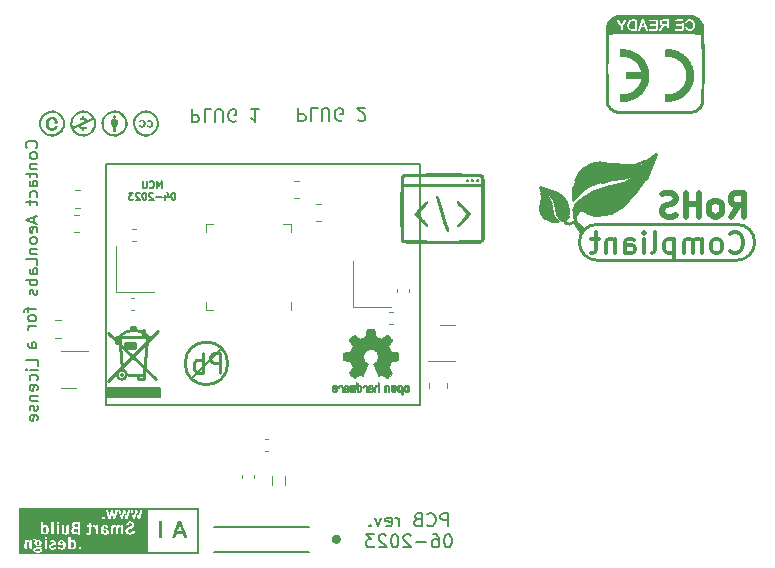
<source format=gbr>
%TF.GenerationSoftware,KiCad,Pcbnew,7.0.2*%
%TF.CreationDate,2023-05-21T15:20:29+02:00*%
%TF.ProjectId,5V DC Smart Socket,35562044-4320-4536-9d61-727420536f63,rev?*%
%TF.SameCoordinates,Original*%
%TF.FileFunction,Legend,Bot*%
%TF.FilePolarity,Positive*%
%FSLAX46Y46*%
G04 Gerber Fmt 4.6, Leading zero omitted, Abs format (unit mm)*
G04 Created by KiCad (PCBNEW 7.0.2) date 2023-05-21 15:20:29*
%MOMM*%
%LPD*%
G01*
G04 APERTURE LIST*
%ADD10C,0.200000*%
%ADD11C,0.150000*%
%ADD12C,0.500000*%
%ADD13C,0.350000*%
%ADD14C,0.254000*%
%ADD15C,0.508000*%
%ADD16C,0.127000*%
%ADD17C,0.010000*%
%ADD18C,0.120000*%
%ADD19C,0.381000*%
G04 APERTURE END LIST*
D10*
X239467619Y-56601119D02*
X239467619Y-57701119D01*
X239467619Y-57701119D02*
X239886667Y-57701119D01*
X239886667Y-57701119D02*
X239991429Y-57648738D01*
X239991429Y-57648738D02*
X240043810Y-57596357D01*
X240043810Y-57596357D02*
X240096191Y-57491595D01*
X240096191Y-57491595D02*
X240096191Y-57334452D01*
X240096191Y-57334452D02*
X240043810Y-57229690D01*
X240043810Y-57229690D02*
X239991429Y-57177309D01*
X239991429Y-57177309D02*
X239886667Y-57124928D01*
X239886667Y-57124928D02*
X239467619Y-57124928D01*
X241091429Y-56601119D02*
X240567619Y-56601119D01*
X240567619Y-56601119D02*
X240567619Y-57701119D01*
X241458095Y-57701119D02*
X241458095Y-56810642D01*
X241458095Y-56810642D02*
X241510476Y-56705880D01*
X241510476Y-56705880D02*
X241562857Y-56653500D01*
X241562857Y-56653500D02*
X241667619Y-56601119D01*
X241667619Y-56601119D02*
X241877143Y-56601119D01*
X241877143Y-56601119D02*
X241981905Y-56653500D01*
X241981905Y-56653500D02*
X242034286Y-56705880D01*
X242034286Y-56705880D02*
X242086667Y-56810642D01*
X242086667Y-56810642D02*
X242086667Y-57701119D01*
X243186667Y-57648738D02*
X243081905Y-57701119D01*
X243081905Y-57701119D02*
X242924762Y-57701119D01*
X242924762Y-57701119D02*
X242767619Y-57648738D01*
X242767619Y-57648738D02*
X242662857Y-57543976D01*
X242662857Y-57543976D02*
X242610476Y-57439214D01*
X242610476Y-57439214D02*
X242558095Y-57229690D01*
X242558095Y-57229690D02*
X242558095Y-57072547D01*
X242558095Y-57072547D02*
X242610476Y-56863023D01*
X242610476Y-56863023D02*
X242662857Y-56758261D01*
X242662857Y-56758261D02*
X242767619Y-56653500D01*
X242767619Y-56653500D02*
X242924762Y-56601119D01*
X242924762Y-56601119D02*
X243029524Y-56601119D01*
X243029524Y-56601119D02*
X243186667Y-56653500D01*
X243186667Y-56653500D02*
X243239048Y-56705880D01*
X243239048Y-56705880D02*
X243239048Y-57072547D01*
X243239048Y-57072547D02*
X243029524Y-57072547D01*
X244496190Y-57596357D02*
X244548571Y-57648738D01*
X244548571Y-57648738D02*
X244653333Y-57701119D01*
X244653333Y-57701119D02*
X244915238Y-57701119D01*
X244915238Y-57701119D02*
X245020000Y-57648738D01*
X245020000Y-57648738D02*
X245072381Y-57596357D01*
X245072381Y-57596357D02*
X245124762Y-57491595D01*
X245124762Y-57491595D02*
X245124762Y-57386833D01*
X245124762Y-57386833D02*
X245072381Y-57229690D01*
X245072381Y-57229690D02*
X244443809Y-56601119D01*
X244443809Y-56601119D02*
X245124762Y-56601119D01*
X230437619Y-56691119D02*
X230437619Y-57791119D01*
X230437619Y-57791119D02*
X230856667Y-57791119D01*
X230856667Y-57791119D02*
X230961429Y-57738738D01*
X230961429Y-57738738D02*
X231013810Y-57686357D01*
X231013810Y-57686357D02*
X231066191Y-57581595D01*
X231066191Y-57581595D02*
X231066191Y-57424452D01*
X231066191Y-57424452D02*
X231013810Y-57319690D01*
X231013810Y-57319690D02*
X230961429Y-57267309D01*
X230961429Y-57267309D02*
X230856667Y-57214928D01*
X230856667Y-57214928D02*
X230437619Y-57214928D01*
X232061429Y-56691119D02*
X231537619Y-56691119D01*
X231537619Y-56691119D02*
X231537619Y-57791119D01*
X232428095Y-57791119D02*
X232428095Y-56900642D01*
X232428095Y-56900642D02*
X232480476Y-56795880D01*
X232480476Y-56795880D02*
X232532857Y-56743500D01*
X232532857Y-56743500D02*
X232637619Y-56691119D01*
X232637619Y-56691119D02*
X232847143Y-56691119D01*
X232847143Y-56691119D02*
X232951905Y-56743500D01*
X232951905Y-56743500D02*
X233004286Y-56795880D01*
X233004286Y-56795880D02*
X233056667Y-56900642D01*
X233056667Y-56900642D02*
X233056667Y-57791119D01*
X234156667Y-57738738D02*
X234051905Y-57791119D01*
X234051905Y-57791119D02*
X233894762Y-57791119D01*
X233894762Y-57791119D02*
X233737619Y-57738738D01*
X233737619Y-57738738D02*
X233632857Y-57633976D01*
X233632857Y-57633976D02*
X233580476Y-57529214D01*
X233580476Y-57529214D02*
X233528095Y-57319690D01*
X233528095Y-57319690D02*
X233528095Y-57162547D01*
X233528095Y-57162547D02*
X233580476Y-56953023D01*
X233580476Y-56953023D02*
X233632857Y-56848261D01*
X233632857Y-56848261D02*
X233737619Y-56743500D01*
X233737619Y-56743500D02*
X233894762Y-56691119D01*
X233894762Y-56691119D02*
X233999524Y-56691119D01*
X233999524Y-56691119D02*
X234156667Y-56743500D01*
X234156667Y-56743500D02*
X234209048Y-56795880D01*
X234209048Y-56795880D02*
X234209048Y-57162547D01*
X234209048Y-57162547D02*
X233999524Y-57162547D01*
X236094762Y-56691119D02*
X235466190Y-56691119D01*
X235780476Y-56691119D02*
X235780476Y-57791119D01*
X235780476Y-57791119D02*
X235675714Y-57633976D01*
X235675714Y-57633976D02*
X235570952Y-57529214D01*
X235570952Y-57529214D02*
X235466190Y-57476833D01*
D11*
X227904284Y-63381571D02*
X227904284Y-62781571D01*
X227904284Y-62781571D02*
X227704284Y-63210142D01*
X227704284Y-63210142D02*
X227504284Y-62781571D01*
X227504284Y-62781571D02*
X227504284Y-63381571D01*
X226875713Y-63324428D02*
X226904285Y-63353000D01*
X226904285Y-63353000D02*
X226989999Y-63381571D01*
X226989999Y-63381571D02*
X227047142Y-63381571D01*
X227047142Y-63381571D02*
X227132856Y-63353000D01*
X227132856Y-63353000D02*
X227189999Y-63295857D01*
X227189999Y-63295857D02*
X227218570Y-63238714D01*
X227218570Y-63238714D02*
X227247142Y-63124428D01*
X227247142Y-63124428D02*
X227247142Y-63038714D01*
X227247142Y-63038714D02*
X227218570Y-62924428D01*
X227218570Y-62924428D02*
X227189999Y-62867285D01*
X227189999Y-62867285D02*
X227132856Y-62810142D01*
X227132856Y-62810142D02*
X227047142Y-62781571D01*
X227047142Y-62781571D02*
X226989999Y-62781571D01*
X226989999Y-62781571D02*
X226904285Y-62810142D01*
X226904285Y-62810142D02*
X226875713Y-62838714D01*
X226618570Y-62781571D02*
X226618570Y-63267285D01*
X226618570Y-63267285D02*
X226589999Y-63324428D01*
X226589999Y-63324428D02*
X226561428Y-63353000D01*
X226561428Y-63353000D02*
X226504285Y-63381571D01*
X226504285Y-63381571D02*
X226389999Y-63381571D01*
X226389999Y-63381571D02*
X226332856Y-63353000D01*
X226332856Y-63353000D02*
X226304285Y-63324428D01*
X226304285Y-63324428D02*
X226275713Y-63267285D01*
X226275713Y-63267285D02*
X226275713Y-62781571D01*
X228918572Y-63753571D02*
X228861429Y-63753571D01*
X228861429Y-63753571D02*
X228804286Y-63782142D01*
X228804286Y-63782142D02*
X228775715Y-63810714D01*
X228775715Y-63810714D02*
X228747143Y-63867857D01*
X228747143Y-63867857D02*
X228718572Y-63982142D01*
X228718572Y-63982142D02*
X228718572Y-64125000D01*
X228718572Y-64125000D02*
X228747143Y-64239285D01*
X228747143Y-64239285D02*
X228775715Y-64296428D01*
X228775715Y-64296428D02*
X228804286Y-64325000D01*
X228804286Y-64325000D02*
X228861429Y-64353571D01*
X228861429Y-64353571D02*
X228918572Y-64353571D01*
X228918572Y-64353571D02*
X228975715Y-64325000D01*
X228975715Y-64325000D02*
X229004286Y-64296428D01*
X229004286Y-64296428D02*
X229032857Y-64239285D01*
X229032857Y-64239285D02*
X229061429Y-64125000D01*
X229061429Y-64125000D02*
X229061429Y-63982142D01*
X229061429Y-63982142D02*
X229032857Y-63867857D01*
X229032857Y-63867857D02*
X229004286Y-63810714D01*
X229004286Y-63810714D02*
X228975715Y-63782142D01*
X228975715Y-63782142D02*
X228918572Y-63753571D01*
X228204286Y-63953571D02*
X228204286Y-64353571D01*
X228347143Y-63725000D02*
X228490000Y-64153571D01*
X228490000Y-64153571D02*
X228118571Y-64153571D01*
X227889999Y-64125000D02*
X227432857Y-64125000D01*
X227175714Y-63810714D02*
X227147142Y-63782142D01*
X227147142Y-63782142D02*
X227090000Y-63753571D01*
X227090000Y-63753571D02*
X226947142Y-63753571D01*
X226947142Y-63753571D02*
X226890000Y-63782142D01*
X226890000Y-63782142D02*
X226861428Y-63810714D01*
X226861428Y-63810714D02*
X226832857Y-63867857D01*
X226832857Y-63867857D02*
X226832857Y-63925000D01*
X226832857Y-63925000D02*
X226861428Y-64010714D01*
X226861428Y-64010714D02*
X227204285Y-64353571D01*
X227204285Y-64353571D02*
X226832857Y-64353571D01*
X226461428Y-63753571D02*
X226404285Y-63753571D01*
X226404285Y-63753571D02*
X226347142Y-63782142D01*
X226347142Y-63782142D02*
X226318571Y-63810714D01*
X226318571Y-63810714D02*
X226289999Y-63867857D01*
X226289999Y-63867857D02*
X226261428Y-63982142D01*
X226261428Y-63982142D02*
X226261428Y-64125000D01*
X226261428Y-64125000D02*
X226289999Y-64239285D01*
X226289999Y-64239285D02*
X226318571Y-64296428D01*
X226318571Y-64296428D02*
X226347142Y-64325000D01*
X226347142Y-64325000D02*
X226404285Y-64353571D01*
X226404285Y-64353571D02*
X226461428Y-64353571D01*
X226461428Y-64353571D02*
X226518571Y-64325000D01*
X226518571Y-64325000D02*
X226547142Y-64296428D01*
X226547142Y-64296428D02*
X226575713Y-64239285D01*
X226575713Y-64239285D02*
X226604285Y-64125000D01*
X226604285Y-64125000D02*
X226604285Y-63982142D01*
X226604285Y-63982142D02*
X226575713Y-63867857D01*
X226575713Y-63867857D02*
X226547142Y-63810714D01*
X226547142Y-63810714D02*
X226518571Y-63782142D01*
X226518571Y-63782142D02*
X226461428Y-63753571D01*
X226032856Y-63810714D02*
X226004284Y-63782142D01*
X226004284Y-63782142D02*
X225947142Y-63753571D01*
X225947142Y-63753571D02*
X225804284Y-63753571D01*
X225804284Y-63753571D02*
X225747142Y-63782142D01*
X225747142Y-63782142D02*
X225718570Y-63810714D01*
X225718570Y-63810714D02*
X225689999Y-63867857D01*
X225689999Y-63867857D02*
X225689999Y-63925000D01*
X225689999Y-63925000D02*
X225718570Y-64010714D01*
X225718570Y-64010714D02*
X226061427Y-64353571D01*
X226061427Y-64353571D02*
X225689999Y-64353571D01*
X225489998Y-63753571D02*
X225118570Y-63753571D01*
X225118570Y-63753571D02*
X225318570Y-63982142D01*
X225318570Y-63982142D02*
X225232855Y-63982142D01*
X225232855Y-63982142D02*
X225175713Y-64010714D01*
X225175713Y-64010714D02*
X225147141Y-64039285D01*
X225147141Y-64039285D02*
X225118570Y-64096428D01*
X225118570Y-64096428D02*
X225118570Y-64239285D01*
X225118570Y-64239285D02*
X225147141Y-64296428D01*
X225147141Y-64296428D02*
X225175713Y-64325000D01*
X225175713Y-64325000D02*
X225232855Y-64353571D01*
X225232855Y-64353571D02*
X225404284Y-64353571D01*
X225404284Y-64353571D02*
X225461427Y-64325000D01*
X225461427Y-64325000D02*
X225489998Y-64296428D01*
D10*
X217402619Y-78424285D02*
X217402619Y-77948095D01*
X217402619Y-77948095D02*
X216402619Y-77948095D01*
X217402619Y-78757619D02*
X216735952Y-78757619D01*
X216402619Y-78757619D02*
X216450238Y-78710000D01*
X216450238Y-78710000D02*
X216497857Y-78757619D01*
X216497857Y-78757619D02*
X216450238Y-78805238D01*
X216450238Y-78805238D02*
X216402619Y-78757619D01*
X216402619Y-78757619D02*
X216497857Y-78757619D01*
X217355000Y-79662380D02*
X217402619Y-79567142D01*
X217402619Y-79567142D02*
X217402619Y-79376666D01*
X217402619Y-79376666D02*
X217355000Y-79281428D01*
X217355000Y-79281428D02*
X217307380Y-79233809D01*
X217307380Y-79233809D02*
X217212142Y-79186190D01*
X217212142Y-79186190D02*
X216926428Y-79186190D01*
X216926428Y-79186190D02*
X216831190Y-79233809D01*
X216831190Y-79233809D02*
X216783571Y-79281428D01*
X216783571Y-79281428D02*
X216735952Y-79376666D01*
X216735952Y-79376666D02*
X216735952Y-79567142D01*
X216735952Y-79567142D02*
X216783571Y-79662380D01*
X217355000Y-80471904D02*
X217402619Y-80376666D01*
X217402619Y-80376666D02*
X217402619Y-80186190D01*
X217402619Y-80186190D02*
X217355000Y-80090952D01*
X217355000Y-80090952D02*
X217259761Y-80043333D01*
X217259761Y-80043333D02*
X216878809Y-80043333D01*
X216878809Y-80043333D02*
X216783571Y-80090952D01*
X216783571Y-80090952D02*
X216735952Y-80186190D01*
X216735952Y-80186190D02*
X216735952Y-80376666D01*
X216735952Y-80376666D02*
X216783571Y-80471904D01*
X216783571Y-80471904D02*
X216878809Y-80519523D01*
X216878809Y-80519523D02*
X216974047Y-80519523D01*
X216974047Y-80519523D02*
X217069285Y-80043333D01*
X216735952Y-80948095D02*
X217402619Y-80948095D01*
X216831190Y-80948095D02*
X216783571Y-80995714D01*
X216783571Y-80995714D02*
X216735952Y-81090952D01*
X216735952Y-81090952D02*
X216735952Y-81233809D01*
X216735952Y-81233809D02*
X216783571Y-81329047D01*
X216783571Y-81329047D02*
X216878809Y-81376666D01*
X216878809Y-81376666D02*
X217402619Y-81376666D01*
X217355000Y-81805238D02*
X217402619Y-81900476D01*
X217402619Y-81900476D02*
X217402619Y-82090952D01*
X217402619Y-82090952D02*
X217355000Y-82186190D01*
X217355000Y-82186190D02*
X217259761Y-82233809D01*
X217259761Y-82233809D02*
X217212142Y-82233809D01*
X217212142Y-82233809D02*
X217116904Y-82186190D01*
X217116904Y-82186190D02*
X217069285Y-82090952D01*
X217069285Y-82090952D02*
X217069285Y-81948095D01*
X217069285Y-81948095D02*
X217021666Y-81852857D01*
X217021666Y-81852857D02*
X216926428Y-81805238D01*
X216926428Y-81805238D02*
X216878809Y-81805238D01*
X216878809Y-81805238D02*
X216783571Y-81852857D01*
X216783571Y-81852857D02*
X216735952Y-81948095D01*
X216735952Y-81948095D02*
X216735952Y-82090952D01*
X216735952Y-82090952D02*
X216783571Y-82186190D01*
X217355000Y-83043333D02*
X217402619Y-82948095D01*
X217402619Y-82948095D02*
X217402619Y-82757619D01*
X217402619Y-82757619D02*
X217355000Y-82662381D01*
X217355000Y-82662381D02*
X217259761Y-82614762D01*
X217259761Y-82614762D02*
X216878809Y-82614762D01*
X216878809Y-82614762D02*
X216783571Y-82662381D01*
X216783571Y-82662381D02*
X216735952Y-82757619D01*
X216735952Y-82757619D02*
X216735952Y-82948095D01*
X216735952Y-82948095D02*
X216783571Y-83043333D01*
X216783571Y-83043333D02*
X216878809Y-83090952D01*
X216878809Y-83090952D02*
X216974047Y-83090952D01*
X216974047Y-83090952D02*
X217069285Y-82614762D01*
X217277380Y-59979523D02*
X217325000Y-59931904D01*
X217325000Y-59931904D02*
X217372619Y-59789047D01*
X217372619Y-59789047D02*
X217372619Y-59693809D01*
X217372619Y-59693809D02*
X217325000Y-59550952D01*
X217325000Y-59550952D02*
X217229761Y-59455714D01*
X217229761Y-59455714D02*
X217134523Y-59408095D01*
X217134523Y-59408095D02*
X216944047Y-59360476D01*
X216944047Y-59360476D02*
X216801190Y-59360476D01*
X216801190Y-59360476D02*
X216610714Y-59408095D01*
X216610714Y-59408095D02*
X216515476Y-59455714D01*
X216515476Y-59455714D02*
X216420238Y-59550952D01*
X216420238Y-59550952D02*
X216372619Y-59693809D01*
X216372619Y-59693809D02*
X216372619Y-59789047D01*
X216372619Y-59789047D02*
X216420238Y-59931904D01*
X216420238Y-59931904D02*
X216467857Y-59979523D01*
X217372619Y-60550952D02*
X217325000Y-60455714D01*
X217325000Y-60455714D02*
X217277380Y-60408095D01*
X217277380Y-60408095D02*
X217182142Y-60360476D01*
X217182142Y-60360476D02*
X216896428Y-60360476D01*
X216896428Y-60360476D02*
X216801190Y-60408095D01*
X216801190Y-60408095D02*
X216753571Y-60455714D01*
X216753571Y-60455714D02*
X216705952Y-60550952D01*
X216705952Y-60550952D02*
X216705952Y-60693809D01*
X216705952Y-60693809D02*
X216753571Y-60789047D01*
X216753571Y-60789047D02*
X216801190Y-60836666D01*
X216801190Y-60836666D02*
X216896428Y-60884285D01*
X216896428Y-60884285D02*
X217182142Y-60884285D01*
X217182142Y-60884285D02*
X217277380Y-60836666D01*
X217277380Y-60836666D02*
X217325000Y-60789047D01*
X217325000Y-60789047D02*
X217372619Y-60693809D01*
X217372619Y-60693809D02*
X217372619Y-60550952D01*
X216705952Y-61312857D02*
X217372619Y-61312857D01*
X216801190Y-61312857D02*
X216753571Y-61360476D01*
X216753571Y-61360476D02*
X216705952Y-61455714D01*
X216705952Y-61455714D02*
X216705952Y-61598571D01*
X216705952Y-61598571D02*
X216753571Y-61693809D01*
X216753571Y-61693809D02*
X216848809Y-61741428D01*
X216848809Y-61741428D02*
X217372619Y-61741428D01*
X216705952Y-62074762D02*
X216705952Y-62455714D01*
X216372619Y-62217619D02*
X217229761Y-62217619D01*
X217229761Y-62217619D02*
X217325000Y-62265238D01*
X217325000Y-62265238D02*
X217372619Y-62360476D01*
X217372619Y-62360476D02*
X217372619Y-62455714D01*
X217372619Y-63217619D02*
X216848809Y-63217619D01*
X216848809Y-63217619D02*
X216753571Y-63170000D01*
X216753571Y-63170000D02*
X216705952Y-63074762D01*
X216705952Y-63074762D02*
X216705952Y-62884286D01*
X216705952Y-62884286D02*
X216753571Y-62789048D01*
X217325000Y-63217619D02*
X217372619Y-63122381D01*
X217372619Y-63122381D02*
X217372619Y-62884286D01*
X217372619Y-62884286D02*
X217325000Y-62789048D01*
X217325000Y-62789048D02*
X217229761Y-62741429D01*
X217229761Y-62741429D02*
X217134523Y-62741429D01*
X217134523Y-62741429D02*
X217039285Y-62789048D01*
X217039285Y-62789048D02*
X216991666Y-62884286D01*
X216991666Y-62884286D02*
X216991666Y-63122381D01*
X216991666Y-63122381D02*
X216944047Y-63217619D01*
X217325000Y-64122381D02*
X217372619Y-64027143D01*
X217372619Y-64027143D02*
X217372619Y-63836667D01*
X217372619Y-63836667D02*
X217325000Y-63741429D01*
X217325000Y-63741429D02*
X217277380Y-63693810D01*
X217277380Y-63693810D02*
X217182142Y-63646191D01*
X217182142Y-63646191D02*
X216896428Y-63646191D01*
X216896428Y-63646191D02*
X216801190Y-63693810D01*
X216801190Y-63693810D02*
X216753571Y-63741429D01*
X216753571Y-63741429D02*
X216705952Y-63836667D01*
X216705952Y-63836667D02*
X216705952Y-64027143D01*
X216705952Y-64027143D02*
X216753571Y-64122381D01*
X216705952Y-64408096D02*
X216705952Y-64789048D01*
X216372619Y-64550953D02*
X217229761Y-64550953D01*
X217229761Y-64550953D02*
X217325000Y-64598572D01*
X217325000Y-64598572D02*
X217372619Y-64693810D01*
X217372619Y-64693810D02*
X217372619Y-64789048D01*
X217086904Y-65836668D02*
X217086904Y-66312858D01*
X217372619Y-65741430D02*
X216372619Y-66074763D01*
X216372619Y-66074763D02*
X217372619Y-66408096D01*
X217325000Y-67122382D02*
X217372619Y-67027144D01*
X217372619Y-67027144D02*
X217372619Y-66836668D01*
X217372619Y-66836668D02*
X217325000Y-66741430D01*
X217325000Y-66741430D02*
X217229761Y-66693811D01*
X217229761Y-66693811D02*
X216848809Y-66693811D01*
X216848809Y-66693811D02*
X216753571Y-66741430D01*
X216753571Y-66741430D02*
X216705952Y-66836668D01*
X216705952Y-66836668D02*
X216705952Y-67027144D01*
X216705952Y-67027144D02*
X216753571Y-67122382D01*
X216753571Y-67122382D02*
X216848809Y-67170001D01*
X216848809Y-67170001D02*
X216944047Y-67170001D01*
X216944047Y-67170001D02*
X217039285Y-66693811D01*
X217372619Y-67741430D02*
X217325000Y-67646192D01*
X217325000Y-67646192D02*
X217277380Y-67598573D01*
X217277380Y-67598573D02*
X217182142Y-67550954D01*
X217182142Y-67550954D02*
X216896428Y-67550954D01*
X216896428Y-67550954D02*
X216801190Y-67598573D01*
X216801190Y-67598573D02*
X216753571Y-67646192D01*
X216753571Y-67646192D02*
X216705952Y-67741430D01*
X216705952Y-67741430D02*
X216705952Y-67884287D01*
X216705952Y-67884287D02*
X216753571Y-67979525D01*
X216753571Y-67979525D02*
X216801190Y-68027144D01*
X216801190Y-68027144D02*
X216896428Y-68074763D01*
X216896428Y-68074763D02*
X217182142Y-68074763D01*
X217182142Y-68074763D02*
X217277380Y-68027144D01*
X217277380Y-68027144D02*
X217325000Y-67979525D01*
X217325000Y-67979525D02*
X217372619Y-67884287D01*
X217372619Y-67884287D02*
X217372619Y-67741430D01*
X216705952Y-68503335D02*
X217372619Y-68503335D01*
X216801190Y-68503335D02*
X216753571Y-68550954D01*
X216753571Y-68550954D02*
X216705952Y-68646192D01*
X216705952Y-68646192D02*
X216705952Y-68789049D01*
X216705952Y-68789049D02*
X216753571Y-68884287D01*
X216753571Y-68884287D02*
X216848809Y-68931906D01*
X216848809Y-68931906D02*
X217372619Y-68931906D01*
X217372619Y-69884287D02*
X217372619Y-69408097D01*
X217372619Y-69408097D02*
X216372619Y-69408097D01*
X217372619Y-70646192D02*
X216848809Y-70646192D01*
X216848809Y-70646192D02*
X216753571Y-70598573D01*
X216753571Y-70598573D02*
X216705952Y-70503335D01*
X216705952Y-70503335D02*
X216705952Y-70312859D01*
X216705952Y-70312859D02*
X216753571Y-70217621D01*
X217325000Y-70646192D02*
X217372619Y-70550954D01*
X217372619Y-70550954D02*
X217372619Y-70312859D01*
X217372619Y-70312859D02*
X217325000Y-70217621D01*
X217325000Y-70217621D02*
X217229761Y-70170002D01*
X217229761Y-70170002D02*
X217134523Y-70170002D01*
X217134523Y-70170002D02*
X217039285Y-70217621D01*
X217039285Y-70217621D02*
X216991666Y-70312859D01*
X216991666Y-70312859D02*
X216991666Y-70550954D01*
X216991666Y-70550954D02*
X216944047Y-70646192D01*
X217372619Y-71122383D02*
X216372619Y-71122383D01*
X216753571Y-71122383D02*
X216705952Y-71217621D01*
X216705952Y-71217621D02*
X216705952Y-71408097D01*
X216705952Y-71408097D02*
X216753571Y-71503335D01*
X216753571Y-71503335D02*
X216801190Y-71550954D01*
X216801190Y-71550954D02*
X216896428Y-71598573D01*
X216896428Y-71598573D02*
X217182142Y-71598573D01*
X217182142Y-71598573D02*
X217277380Y-71550954D01*
X217277380Y-71550954D02*
X217325000Y-71503335D01*
X217325000Y-71503335D02*
X217372619Y-71408097D01*
X217372619Y-71408097D02*
X217372619Y-71217621D01*
X217372619Y-71217621D02*
X217325000Y-71122383D01*
X217325000Y-71979526D02*
X217372619Y-72074764D01*
X217372619Y-72074764D02*
X217372619Y-72265240D01*
X217372619Y-72265240D02*
X217325000Y-72360478D01*
X217325000Y-72360478D02*
X217229761Y-72408097D01*
X217229761Y-72408097D02*
X217182142Y-72408097D01*
X217182142Y-72408097D02*
X217086904Y-72360478D01*
X217086904Y-72360478D02*
X217039285Y-72265240D01*
X217039285Y-72265240D02*
X217039285Y-72122383D01*
X217039285Y-72122383D02*
X216991666Y-72027145D01*
X216991666Y-72027145D02*
X216896428Y-71979526D01*
X216896428Y-71979526D02*
X216848809Y-71979526D01*
X216848809Y-71979526D02*
X216753571Y-72027145D01*
X216753571Y-72027145D02*
X216705952Y-72122383D01*
X216705952Y-72122383D02*
X216705952Y-72265240D01*
X216705952Y-72265240D02*
X216753571Y-72360478D01*
X216595952Y-73465238D02*
X216595952Y-73846190D01*
X217262619Y-73608095D02*
X216405476Y-73608095D01*
X216405476Y-73608095D02*
X216310238Y-73655714D01*
X216310238Y-73655714D02*
X216262619Y-73750952D01*
X216262619Y-73750952D02*
X216262619Y-73846190D01*
X217262619Y-74322381D02*
X217215000Y-74227143D01*
X217215000Y-74227143D02*
X217167380Y-74179524D01*
X217167380Y-74179524D02*
X217072142Y-74131905D01*
X217072142Y-74131905D02*
X216786428Y-74131905D01*
X216786428Y-74131905D02*
X216691190Y-74179524D01*
X216691190Y-74179524D02*
X216643571Y-74227143D01*
X216643571Y-74227143D02*
X216595952Y-74322381D01*
X216595952Y-74322381D02*
X216595952Y-74465238D01*
X216595952Y-74465238D02*
X216643571Y-74560476D01*
X216643571Y-74560476D02*
X216691190Y-74608095D01*
X216691190Y-74608095D02*
X216786428Y-74655714D01*
X216786428Y-74655714D02*
X217072142Y-74655714D01*
X217072142Y-74655714D02*
X217167380Y-74608095D01*
X217167380Y-74608095D02*
X217215000Y-74560476D01*
X217215000Y-74560476D02*
X217262619Y-74465238D01*
X217262619Y-74465238D02*
X217262619Y-74322381D01*
X217262619Y-75084286D02*
X216595952Y-75084286D01*
X216786428Y-75084286D02*
X216691190Y-75131905D01*
X216691190Y-75131905D02*
X216643571Y-75179524D01*
X216643571Y-75179524D02*
X216595952Y-75274762D01*
X216595952Y-75274762D02*
X216595952Y-75370000D01*
X217262619Y-76893810D02*
X216738809Y-76893810D01*
X216738809Y-76893810D02*
X216643571Y-76846191D01*
X216643571Y-76846191D02*
X216595952Y-76750953D01*
X216595952Y-76750953D02*
X216595952Y-76560477D01*
X216595952Y-76560477D02*
X216643571Y-76465239D01*
X217215000Y-76893810D02*
X217262619Y-76798572D01*
X217262619Y-76798572D02*
X217262619Y-76560477D01*
X217262619Y-76560477D02*
X217215000Y-76465239D01*
X217215000Y-76465239D02*
X217119761Y-76417620D01*
X217119761Y-76417620D02*
X217024523Y-76417620D01*
X217024523Y-76417620D02*
X216929285Y-76465239D01*
X216929285Y-76465239D02*
X216881666Y-76560477D01*
X216881666Y-76560477D02*
X216881666Y-76798572D01*
X216881666Y-76798572D02*
X216834047Y-76893810D01*
X252129999Y-92007880D02*
X252129999Y-90907880D01*
X252129999Y-90907880D02*
X251710951Y-90907880D01*
X251710951Y-90907880D02*
X251606189Y-90960261D01*
X251606189Y-90960261D02*
X251553808Y-91012642D01*
X251553808Y-91012642D02*
X251501427Y-91117404D01*
X251501427Y-91117404D02*
X251501427Y-91274547D01*
X251501427Y-91274547D02*
X251553808Y-91379309D01*
X251553808Y-91379309D02*
X251606189Y-91431690D01*
X251606189Y-91431690D02*
X251710951Y-91484071D01*
X251710951Y-91484071D02*
X252129999Y-91484071D01*
X250401427Y-91903119D02*
X250453808Y-91955500D01*
X250453808Y-91955500D02*
X250610951Y-92007880D01*
X250610951Y-92007880D02*
X250715713Y-92007880D01*
X250715713Y-92007880D02*
X250872856Y-91955500D01*
X250872856Y-91955500D02*
X250977618Y-91850738D01*
X250977618Y-91850738D02*
X251029999Y-91745976D01*
X251029999Y-91745976D02*
X251082380Y-91536452D01*
X251082380Y-91536452D02*
X251082380Y-91379309D01*
X251082380Y-91379309D02*
X251029999Y-91169785D01*
X251029999Y-91169785D02*
X250977618Y-91065023D01*
X250977618Y-91065023D02*
X250872856Y-90960261D01*
X250872856Y-90960261D02*
X250715713Y-90907880D01*
X250715713Y-90907880D02*
X250610951Y-90907880D01*
X250610951Y-90907880D02*
X250453808Y-90960261D01*
X250453808Y-90960261D02*
X250401427Y-91012642D01*
X249563332Y-91431690D02*
X249406189Y-91484071D01*
X249406189Y-91484071D02*
X249353808Y-91536452D01*
X249353808Y-91536452D02*
X249301427Y-91641214D01*
X249301427Y-91641214D02*
X249301427Y-91798357D01*
X249301427Y-91798357D02*
X249353808Y-91903119D01*
X249353808Y-91903119D02*
X249406189Y-91955500D01*
X249406189Y-91955500D02*
X249510951Y-92007880D01*
X249510951Y-92007880D02*
X249929999Y-92007880D01*
X249929999Y-92007880D02*
X249929999Y-90907880D01*
X249929999Y-90907880D02*
X249563332Y-90907880D01*
X249563332Y-90907880D02*
X249458570Y-90960261D01*
X249458570Y-90960261D02*
X249406189Y-91012642D01*
X249406189Y-91012642D02*
X249353808Y-91117404D01*
X249353808Y-91117404D02*
X249353808Y-91222166D01*
X249353808Y-91222166D02*
X249406189Y-91326928D01*
X249406189Y-91326928D02*
X249458570Y-91379309D01*
X249458570Y-91379309D02*
X249563332Y-91431690D01*
X249563332Y-91431690D02*
X249929999Y-91431690D01*
X247991904Y-92007880D02*
X247991904Y-91274547D01*
X247991904Y-91484071D02*
X247939523Y-91379309D01*
X247939523Y-91379309D02*
X247887142Y-91326928D01*
X247887142Y-91326928D02*
X247782380Y-91274547D01*
X247782380Y-91274547D02*
X247677618Y-91274547D01*
X246891904Y-91955500D02*
X246996666Y-92007880D01*
X246996666Y-92007880D02*
X247206190Y-92007880D01*
X247206190Y-92007880D02*
X247310952Y-91955500D01*
X247310952Y-91955500D02*
X247363333Y-91850738D01*
X247363333Y-91850738D02*
X247363333Y-91431690D01*
X247363333Y-91431690D02*
X247310952Y-91326928D01*
X247310952Y-91326928D02*
X247206190Y-91274547D01*
X247206190Y-91274547D02*
X246996666Y-91274547D01*
X246996666Y-91274547D02*
X246891904Y-91326928D01*
X246891904Y-91326928D02*
X246839523Y-91431690D01*
X246839523Y-91431690D02*
X246839523Y-91536452D01*
X246839523Y-91536452D02*
X247363333Y-91641214D01*
X246472857Y-91274547D02*
X246210952Y-92007880D01*
X246210952Y-92007880D02*
X245949047Y-91274547D01*
X245530000Y-91903119D02*
X245477619Y-91955500D01*
X245477619Y-91955500D02*
X245530000Y-92007880D01*
X245530000Y-92007880D02*
X245582381Y-91955500D01*
X245582381Y-91955500D02*
X245530000Y-91903119D01*
X245530000Y-91903119D02*
X245530000Y-92007880D01*
X252182380Y-92689880D02*
X252077618Y-92689880D01*
X252077618Y-92689880D02*
X251972856Y-92742261D01*
X251972856Y-92742261D02*
X251920475Y-92794642D01*
X251920475Y-92794642D02*
X251868094Y-92899404D01*
X251868094Y-92899404D02*
X251815713Y-93108928D01*
X251815713Y-93108928D02*
X251815713Y-93370833D01*
X251815713Y-93370833D02*
X251868094Y-93580357D01*
X251868094Y-93580357D02*
X251920475Y-93685119D01*
X251920475Y-93685119D02*
X251972856Y-93737500D01*
X251972856Y-93737500D02*
X252077618Y-93789880D01*
X252077618Y-93789880D02*
X252182380Y-93789880D01*
X252182380Y-93789880D02*
X252287142Y-93737500D01*
X252287142Y-93737500D02*
X252339523Y-93685119D01*
X252339523Y-93685119D02*
X252391904Y-93580357D01*
X252391904Y-93580357D02*
X252444285Y-93370833D01*
X252444285Y-93370833D02*
X252444285Y-93108928D01*
X252444285Y-93108928D02*
X252391904Y-92899404D01*
X252391904Y-92899404D02*
X252339523Y-92794642D01*
X252339523Y-92794642D02*
X252287142Y-92742261D01*
X252287142Y-92742261D02*
X252182380Y-92689880D01*
X250872856Y-92689880D02*
X251082380Y-92689880D01*
X251082380Y-92689880D02*
X251187142Y-92742261D01*
X251187142Y-92742261D02*
X251239523Y-92794642D01*
X251239523Y-92794642D02*
X251344285Y-92951785D01*
X251344285Y-92951785D02*
X251396666Y-93161309D01*
X251396666Y-93161309D02*
X251396666Y-93580357D01*
X251396666Y-93580357D02*
X251344285Y-93685119D01*
X251344285Y-93685119D02*
X251291904Y-93737500D01*
X251291904Y-93737500D02*
X251187142Y-93789880D01*
X251187142Y-93789880D02*
X250977618Y-93789880D01*
X250977618Y-93789880D02*
X250872856Y-93737500D01*
X250872856Y-93737500D02*
X250820475Y-93685119D01*
X250820475Y-93685119D02*
X250768094Y-93580357D01*
X250768094Y-93580357D02*
X250768094Y-93318452D01*
X250768094Y-93318452D02*
X250820475Y-93213690D01*
X250820475Y-93213690D02*
X250872856Y-93161309D01*
X250872856Y-93161309D02*
X250977618Y-93108928D01*
X250977618Y-93108928D02*
X251187142Y-93108928D01*
X251187142Y-93108928D02*
X251291904Y-93161309D01*
X251291904Y-93161309D02*
X251344285Y-93213690D01*
X251344285Y-93213690D02*
X251396666Y-93318452D01*
X250296666Y-93370833D02*
X249458571Y-93370833D01*
X248987142Y-92794642D02*
X248934761Y-92742261D01*
X248934761Y-92742261D02*
X248829999Y-92689880D01*
X248829999Y-92689880D02*
X248568094Y-92689880D01*
X248568094Y-92689880D02*
X248463332Y-92742261D01*
X248463332Y-92742261D02*
X248410951Y-92794642D01*
X248410951Y-92794642D02*
X248358570Y-92899404D01*
X248358570Y-92899404D02*
X248358570Y-93004166D01*
X248358570Y-93004166D02*
X248410951Y-93161309D01*
X248410951Y-93161309D02*
X249039523Y-93789880D01*
X249039523Y-93789880D02*
X248358570Y-93789880D01*
X247677618Y-92689880D02*
X247572856Y-92689880D01*
X247572856Y-92689880D02*
X247468094Y-92742261D01*
X247468094Y-92742261D02*
X247415713Y-92794642D01*
X247415713Y-92794642D02*
X247363332Y-92899404D01*
X247363332Y-92899404D02*
X247310951Y-93108928D01*
X247310951Y-93108928D02*
X247310951Y-93370833D01*
X247310951Y-93370833D02*
X247363332Y-93580357D01*
X247363332Y-93580357D02*
X247415713Y-93685119D01*
X247415713Y-93685119D02*
X247468094Y-93737500D01*
X247468094Y-93737500D02*
X247572856Y-93789880D01*
X247572856Y-93789880D02*
X247677618Y-93789880D01*
X247677618Y-93789880D02*
X247782380Y-93737500D01*
X247782380Y-93737500D02*
X247834761Y-93685119D01*
X247834761Y-93685119D02*
X247887142Y-93580357D01*
X247887142Y-93580357D02*
X247939523Y-93370833D01*
X247939523Y-93370833D02*
X247939523Y-93108928D01*
X247939523Y-93108928D02*
X247887142Y-92899404D01*
X247887142Y-92899404D02*
X247834761Y-92794642D01*
X247834761Y-92794642D02*
X247782380Y-92742261D01*
X247782380Y-92742261D02*
X247677618Y-92689880D01*
X246891904Y-92794642D02*
X246839523Y-92742261D01*
X246839523Y-92742261D02*
X246734761Y-92689880D01*
X246734761Y-92689880D02*
X246472856Y-92689880D01*
X246472856Y-92689880D02*
X246368094Y-92742261D01*
X246368094Y-92742261D02*
X246315713Y-92794642D01*
X246315713Y-92794642D02*
X246263332Y-92899404D01*
X246263332Y-92899404D02*
X246263332Y-93004166D01*
X246263332Y-93004166D02*
X246315713Y-93161309D01*
X246315713Y-93161309D02*
X246944285Y-93789880D01*
X246944285Y-93789880D02*
X246263332Y-93789880D01*
X245896666Y-92689880D02*
X245215713Y-92689880D01*
X245215713Y-92689880D02*
X245582380Y-93108928D01*
X245582380Y-93108928D02*
X245425237Y-93108928D01*
X245425237Y-93108928D02*
X245320475Y-93161309D01*
X245320475Y-93161309D02*
X245268094Y-93213690D01*
X245268094Y-93213690D02*
X245215713Y-93318452D01*
X245215713Y-93318452D02*
X245215713Y-93580357D01*
X245215713Y-93580357D02*
X245268094Y-93685119D01*
X245268094Y-93685119D02*
X245320475Y-93737500D01*
X245320475Y-93737500D02*
X245425237Y-93789880D01*
X245425237Y-93789880D02*
X245739523Y-93789880D01*
X245739523Y-93789880D02*
X245844285Y-93737500D01*
X245844285Y-93737500D02*
X245896666Y-93685119D01*
D11*
X223150000Y-61330000D02*
X249750000Y-61330000D01*
X249750000Y-81730000D01*
X223150000Y-81730000D01*
X223150000Y-61330000D01*
D12*
%TO.C,Sign-RoHS*%
X276075714Y-65785238D02*
X276742381Y-64832857D01*
X277218571Y-65785238D02*
X277218571Y-63785238D01*
X277218571Y-63785238D02*
X276456666Y-63785238D01*
X276456666Y-63785238D02*
X276266190Y-63880476D01*
X276266190Y-63880476D02*
X276170952Y-63975714D01*
X276170952Y-63975714D02*
X276075714Y-64166190D01*
X276075714Y-64166190D02*
X276075714Y-64451904D01*
X276075714Y-64451904D02*
X276170952Y-64642380D01*
X276170952Y-64642380D02*
X276266190Y-64737619D01*
X276266190Y-64737619D02*
X276456666Y-64832857D01*
X276456666Y-64832857D02*
X277218571Y-64832857D01*
X274932857Y-65785238D02*
X275123333Y-65690000D01*
X275123333Y-65690000D02*
X275218571Y-65594761D01*
X275218571Y-65594761D02*
X275313809Y-65404285D01*
X275313809Y-65404285D02*
X275313809Y-64832857D01*
X275313809Y-64832857D02*
X275218571Y-64642380D01*
X275218571Y-64642380D02*
X275123333Y-64547142D01*
X275123333Y-64547142D02*
X274932857Y-64451904D01*
X274932857Y-64451904D02*
X274647142Y-64451904D01*
X274647142Y-64451904D02*
X274456666Y-64547142D01*
X274456666Y-64547142D02*
X274361428Y-64642380D01*
X274361428Y-64642380D02*
X274266190Y-64832857D01*
X274266190Y-64832857D02*
X274266190Y-65404285D01*
X274266190Y-65404285D02*
X274361428Y-65594761D01*
X274361428Y-65594761D02*
X274456666Y-65690000D01*
X274456666Y-65690000D02*
X274647142Y-65785238D01*
X274647142Y-65785238D02*
X274932857Y-65785238D01*
X273409047Y-65785238D02*
X273409047Y-63785238D01*
X273409047Y-64737619D02*
X272266190Y-64737619D01*
X272266190Y-65785238D02*
X272266190Y-63785238D01*
X271409047Y-65690000D02*
X271123333Y-65785238D01*
X271123333Y-65785238D02*
X270647142Y-65785238D01*
X270647142Y-65785238D02*
X270456666Y-65690000D01*
X270456666Y-65690000D02*
X270361428Y-65594761D01*
X270361428Y-65594761D02*
X270266190Y-65404285D01*
X270266190Y-65404285D02*
X270266190Y-65213809D01*
X270266190Y-65213809D02*
X270361428Y-65023333D01*
X270361428Y-65023333D02*
X270456666Y-64928095D01*
X270456666Y-64928095D02*
X270647142Y-64832857D01*
X270647142Y-64832857D02*
X271028095Y-64737619D01*
X271028095Y-64737619D02*
X271218571Y-64642380D01*
X271218571Y-64642380D02*
X271313809Y-64547142D01*
X271313809Y-64547142D02*
X271409047Y-64356666D01*
X271409047Y-64356666D02*
X271409047Y-64166190D01*
X271409047Y-64166190D02*
X271313809Y-63975714D01*
X271313809Y-63975714D02*
X271218571Y-63880476D01*
X271218571Y-63880476D02*
X271028095Y-63785238D01*
X271028095Y-63785238D02*
X270551904Y-63785238D01*
X270551904Y-63785238D02*
X270266190Y-63880476D01*
D13*
X276029333Y-68683204D02*
X276114000Y-68767871D01*
X276114000Y-68767871D02*
X276368000Y-68852537D01*
X276368000Y-68852537D02*
X276537333Y-68852537D01*
X276537333Y-68852537D02*
X276791333Y-68767871D01*
X276791333Y-68767871D02*
X276960667Y-68598537D01*
X276960667Y-68598537D02*
X277045333Y-68429204D01*
X277045333Y-68429204D02*
X277130000Y-68090537D01*
X277130000Y-68090537D02*
X277130000Y-67836537D01*
X277130000Y-67836537D02*
X277045333Y-67497871D01*
X277045333Y-67497871D02*
X276960667Y-67328537D01*
X276960667Y-67328537D02*
X276791333Y-67159204D01*
X276791333Y-67159204D02*
X276537333Y-67074537D01*
X276537333Y-67074537D02*
X276368000Y-67074537D01*
X276368000Y-67074537D02*
X276114000Y-67159204D01*
X276114000Y-67159204D02*
X276029333Y-67243871D01*
X275013333Y-68852537D02*
X275182667Y-68767871D01*
X275182667Y-68767871D02*
X275267333Y-68683204D01*
X275267333Y-68683204D02*
X275352000Y-68513871D01*
X275352000Y-68513871D02*
X275352000Y-68005871D01*
X275352000Y-68005871D02*
X275267333Y-67836537D01*
X275267333Y-67836537D02*
X275182667Y-67751871D01*
X275182667Y-67751871D02*
X275013333Y-67667204D01*
X275013333Y-67667204D02*
X274759333Y-67667204D01*
X274759333Y-67667204D02*
X274590000Y-67751871D01*
X274590000Y-67751871D02*
X274505333Y-67836537D01*
X274505333Y-67836537D02*
X274420667Y-68005871D01*
X274420667Y-68005871D02*
X274420667Y-68513871D01*
X274420667Y-68513871D02*
X274505333Y-68683204D01*
X274505333Y-68683204D02*
X274590000Y-68767871D01*
X274590000Y-68767871D02*
X274759333Y-68852537D01*
X274759333Y-68852537D02*
X275013333Y-68852537D01*
X273658666Y-68852537D02*
X273658666Y-67667204D01*
X273658666Y-67836537D02*
X273574000Y-67751871D01*
X273574000Y-67751871D02*
X273404666Y-67667204D01*
X273404666Y-67667204D02*
X273150666Y-67667204D01*
X273150666Y-67667204D02*
X272981333Y-67751871D01*
X272981333Y-67751871D02*
X272896666Y-67921204D01*
X272896666Y-67921204D02*
X272896666Y-68852537D01*
X272896666Y-67921204D02*
X272812000Y-67751871D01*
X272812000Y-67751871D02*
X272642666Y-67667204D01*
X272642666Y-67667204D02*
X272388666Y-67667204D01*
X272388666Y-67667204D02*
X272219333Y-67751871D01*
X272219333Y-67751871D02*
X272134666Y-67921204D01*
X272134666Y-67921204D02*
X272134666Y-68852537D01*
X271287999Y-67667204D02*
X271287999Y-69445204D01*
X271287999Y-67751871D02*
X271118666Y-67667204D01*
X271118666Y-67667204D02*
X270779999Y-67667204D01*
X270779999Y-67667204D02*
X270610666Y-67751871D01*
X270610666Y-67751871D02*
X270525999Y-67836537D01*
X270525999Y-67836537D02*
X270441333Y-68005871D01*
X270441333Y-68005871D02*
X270441333Y-68513871D01*
X270441333Y-68513871D02*
X270525999Y-68683204D01*
X270525999Y-68683204D02*
X270610666Y-68767871D01*
X270610666Y-68767871D02*
X270779999Y-68852537D01*
X270779999Y-68852537D02*
X271118666Y-68852537D01*
X271118666Y-68852537D02*
X271287999Y-68767871D01*
X269425332Y-68852537D02*
X269594666Y-68767871D01*
X269594666Y-68767871D02*
X269679332Y-68598537D01*
X269679332Y-68598537D02*
X269679332Y-67074537D01*
X268747999Y-68852537D02*
X268747999Y-67667204D01*
X268747999Y-67074537D02*
X268832666Y-67159204D01*
X268832666Y-67159204D02*
X268747999Y-67243871D01*
X268747999Y-67243871D02*
X268663333Y-67159204D01*
X268663333Y-67159204D02*
X268747999Y-67074537D01*
X268747999Y-67074537D02*
X268747999Y-67243871D01*
X267139332Y-68852537D02*
X267139332Y-67921204D01*
X267139332Y-67921204D02*
X267223999Y-67751871D01*
X267223999Y-67751871D02*
X267393332Y-67667204D01*
X267393332Y-67667204D02*
X267731999Y-67667204D01*
X267731999Y-67667204D02*
X267901332Y-67751871D01*
X267139332Y-68767871D02*
X267308666Y-68852537D01*
X267308666Y-68852537D02*
X267731999Y-68852537D01*
X267731999Y-68852537D02*
X267901332Y-68767871D01*
X267901332Y-68767871D02*
X267985999Y-68598537D01*
X267985999Y-68598537D02*
X267985999Y-68429204D01*
X267985999Y-68429204D02*
X267901332Y-68259871D01*
X267901332Y-68259871D02*
X267731999Y-68175204D01*
X267731999Y-68175204D02*
X267308666Y-68175204D01*
X267308666Y-68175204D02*
X267139332Y-68090537D01*
X266292665Y-67667204D02*
X266292665Y-68852537D01*
X266292665Y-67836537D02*
X266207999Y-67751871D01*
X266207999Y-67751871D02*
X266038665Y-67667204D01*
X266038665Y-67667204D02*
X265784665Y-67667204D01*
X265784665Y-67667204D02*
X265615332Y-67751871D01*
X265615332Y-67751871D02*
X265530665Y-67921204D01*
X265530665Y-67921204D02*
X265530665Y-68852537D01*
X264937998Y-67667204D02*
X264260665Y-67667204D01*
X264683998Y-67074537D02*
X264683998Y-68598537D01*
X264683998Y-68598537D02*
X264599332Y-68767871D01*
X264599332Y-68767871D02*
X264429998Y-68852537D01*
X264429998Y-68852537D02*
X264260665Y-68852537D01*
D14*
%TO.C,Sign-PbFree*%
X232868268Y-79026773D02*
X232868268Y-77326773D01*
X232868268Y-77326773D02*
X232296839Y-77326773D01*
X232296839Y-77326773D02*
X232153982Y-77407725D01*
X232153982Y-77407725D02*
X232082553Y-77488678D01*
X232082553Y-77488678D02*
X232011125Y-77650582D01*
X232011125Y-77650582D02*
X232011125Y-77893440D01*
X232011125Y-77893440D02*
X232082553Y-78055344D01*
X232082553Y-78055344D02*
X232153982Y-78136297D01*
X232153982Y-78136297D02*
X232296839Y-78217249D01*
X232296839Y-78217249D02*
X232868268Y-78217249D01*
X231368268Y-79026773D02*
X231368268Y-77326773D01*
X231368268Y-77974392D02*
X231225411Y-77893440D01*
X231225411Y-77893440D02*
X230939696Y-77893440D01*
X230939696Y-77893440D02*
X230796839Y-77974392D01*
X230796839Y-77974392D02*
X230725411Y-78055344D01*
X230725411Y-78055344D02*
X230653982Y-78217249D01*
X230653982Y-78217249D02*
X230653982Y-78702963D01*
X230653982Y-78702963D02*
X230725411Y-78864868D01*
X230725411Y-78864868D02*
X230796839Y-78945821D01*
X230796839Y-78945821D02*
X230939696Y-79026773D01*
X230939696Y-79026773D02*
X231225411Y-79026773D01*
X231225411Y-79026773D02*
X231368268Y-78945821D01*
%TO.C,Sign-RoHS*%
X260020616Y-64741238D02*
G75*
G03*
X259949783Y-65109987I921884J-368262D01*
G01*
X260020618Y-64741239D02*
G75*
G03*
X260084648Y-63806636I-1414008J566369D01*
G01*
X259949519Y-65109540D02*
G75*
G03*
X260263446Y-65867474I1071781J-60D01*
G01*
X260889305Y-65038420D02*
G75*
G03*
X260535295Y-64047566I-1762905J-71180D01*
G01*
X261295699Y-64985080D02*
G75*
G03*
X260788520Y-63953681I-1498599J-96520D01*
G01*
X260287321Y-65889319D02*
G75*
G03*
X260866997Y-66162953I785079J912319D01*
G01*
X260868979Y-66163644D02*
G75*
G03*
X261068427Y-66187803I198121J800244D01*
G01*
X262108504Y-64471998D02*
G75*
G03*
X261386500Y-63828011I-1323404J-757002D01*
G01*
X260914695Y-65386401D02*
G75*
G03*
X261416840Y-66182113I1211605J208301D01*
G01*
X261295704Y-64992700D02*
G75*
G03*
X261705840Y-66089546I1529196J-53300D01*
G01*
X261679216Y-66062064D02*
G75*
G03*
X261983288Y-66188292I305084J305564D01*
G01*
X262362499Y-65322900D02*
G75*
G03*
X262162293Y-64567821I-1523999J0D01*
G01*
X261981482Y-66059482D02*
G75*
G03*
X262235055Y-65448871I-612182J612182D01*
G01*
X262278680Y-65767400D02*
G75*
G03*
X262364374Y-65323401I-1109980J444500D01*
G01*
X262116135Y-66321105D02*
G75*
G03*
X262408220Y-66442112I292165J292205D01*
G01*
X262804458Y-63349320D02*
G75*
G03*
X262744260Y-64026743I2989942J-607080D01*
G01*
X263805215Y-63334073D02*
G75*
G03*
X262750141Y-64404265I2777685J-3793627D01*
G01*
X262408220Y-66440502D02*
G75*
G03*
X262765634Y-66292454I-20J505502D01*
G01*
X262989880Y-64741240D02*
G75*
G03*
X262869654Y-65678569I642620J-558800D01*
G01*
X265001560Y-61233500D02*
G75*
G03*
X262951236Y-62746085I93980J-2273300D01*
G01*
X262870520Y-65805500D02*
G75*
G03*
X263138757Y-66458211I921680J-2700D01*
G01*
X263866180Y-65404180D02*
G75*
G03*
X263147360Y-65401640I-360680J-358120D01*
G01*
X265715300Y-63283280D02*
G75*
G03*
X263160973Y-64552656I1099740J-5417660D01*
G01*
X264775500Y-66440500D02*
G75*
G03*
X263251500Y-67964500I0J-1524000D01*
G01*
X262870459Y-65678500D02*
G75*
G03*
X263318049Y-66764059I1534641J-2300D01*
G01*
X262870481Y-65851220D02*
G75*
G03*
X263376479Y-67075779I1734819J20D01*
G01*
X265080300Y-62826080D02*
G75*
G03*
X263816630Y-63326434I871300J-4046420D01*
G01*
X263919544Y-65457496D02*
G75*
G03*
X264458000Y-65680566I538356J538096D01*
G01*
X263251500Y-67964500D02*
G75*
G03*
X264775500Y-69488500I1524000J0D01*
G01*
X264973620Y-65678498D02*
G75*
G03*
X266839433Y-65012513I126950J2590948D01*
G01*
X265598460Y-62752422D02*
G75*
G03*
X266940879Y-62536687I-469860J7208222D01*
G01*
X266025180Y-63222318D02*
G75*
G03*
X268052041Y-62472277I-604430J4747018D01*
G01*
X266878619Y-64974919D02*
G75*
G03*
X268859964Y-62592947I-6362619J7307519D01*
G01*
X267150400Y-61429081D02*
G75*
G03*
X268865452Y-61089021I447040J2240271D01*
G01*
X278110500Y-67964500D02*
G75*
G03*
X276586500Y-66440500I-1524000J0D01*
G01*
X276586500Y-69488500D02*
G75*
G03*
X278110500Y-67964500I1J1523999D01*
G01*
X259949500Y-63265500D02*
X260084120Y-63803980D01*
X260203500Y-63900500D02*
X260330500Y-63900500D01*
X260264460Y-65866460D02*
X260287320Y-65889320D01*
X260330500Y-63900500D02*
X260330500Y-64408500D01*
X260330500Y-63900500D02*
X260457500Y-63900500D01*
X260457500Y-63900500D02*
X260457500Y-64408500D01*
X260457500Y-63900500D02*
X261346500Y-63900500D01*
X260584500Y-63519500D02*
X260076500Y-63519500D01*
X260711500Y-63646500D02*
X260076500Y-63646500D01*
X260711500Y-64408500D02*
X260203500Y-64408500D01*
X260711500Y-64535500D02*
X260203500Y-64535500D01*
X260838500Y-64662500D02*
X260203500Y-64662500D01*
X260838500Y-64789500D02*
X260076500Y-64789500D01*
X260838500Y-64916500D02*
X260076500Y-64916500D01*
X260838500Y-65043500D02*
X260076500Y-65043500D01*
X260838500Y-65170500D02*
X260076500Y-65170500D01*
X260838500Y-65297500D02*
X260076500Y-65297500D01*
X260838500Y-65424500D02*
X260076500Y-65424500D01*
X260889300Y-64995240D02*
X260914700Y-65386400D01*
X260914700Y-65551500D02*
X260076500Y-65551500D01*
X260965500Y-63646500D02*
X259949500Y-63265500D01*
X260965500Y-63773500D02*
X260203500Y-63773500D01*
X260965500Y-64027500D02*
X261473500Y-64027500D01*
X260965500Y-65678500D02*
X260203500Y-65678500D01*
X260965500Y-65805500D02*
X260330500Y-65805500D01*
X261067100Y-66186500D02*
X261422700Y-66186500D01*
X261092500Y-64154500D02*
X261727500Y-64154500D01*
X261092500Y-64281500D02*
X261854500Y-64281500D01*
X261092500Y-65932500D02*
X260457500Y-65932500D01*
X261219500Y-64408500D02*
X261981500Y-64408500D01*
X261219500Y-64535500D02*
X262108500Y-64535500D01*
X261219500Y-66059500D02*
X260711500Y-66059500D01*
X261295700Y-64992700D02*
X261295700Y-64985080D01*
X261346500Y-64662500D02*
X262108500Y-64662500D01*
X261346500Y-64789500D02*
X262108500Y-64789500D01*
X261346500Y-64916500D02*
X262235500Y-64916500D01*
X261346500Y-65043500D02*
X262235500Y-65043500D01*
X261346500Y-65170500D02*
X261854500Y-66059500D01*
X261387140Y-63826840D02*
X260965500Y-63646500D01*
X261600500Y-65170500D02*
X261346500Y-65170500D01*
X261600500Y-65170500D02*
X261600500Y-65678500D01*
X261679240Y-66062040D02*
X261707180Y-66089980D01*
X261968800Y-66186500D02*
X261981500Y-66186500D01*
X261981500Y-65170500D02*
X261600500Y-65170500D01*
X261981500Y-65170500D02*
X261981500Y-65805500D01*
X261981500Y-66186500D02*
X262278680Y-65767400D01*
X262108500Y-65170500D02*
X261981500Y-65170500D01*
X262108500Y-65170500D02*
X262108500Y-65297500D01*
X262108500Y-65297500D02*
X261473500Y-65297500D01*
X262108500Y-65297500D02*
X262108500Y-65678500D01*
X262108500Y-65678500D02*
X261473500Y-65678500D01*
X262108500Y-65678500D02*
X262108500Y-65805500D01*
X262108500Y-65805500D02*
X261600500Y-65805500D01*
X262108500Y-65805500D02*
X262108500Y-65932500D01*
X262116120Y-66321120D02*
X261981500Y-66186500D01*
X262161840Y-64565980D02*
X262108500Y-64472000D01*
X262235500Y-65170500D02*
X262108500Y-65170500D01*
X262235500Y-65424500D02*
X261473500Y-65424500D01*
X262235500Y-65424500D02*
X262235500Y-65170500D01*
X262235500Y-65447360D02*
X262235500Y-65424500D01*
X262235500Y-65551500D02*
X261473500Y-65551500D01*
X262746040Y-64027500D02*
X262746040Y-64408500D01*
X262746040Y-64408500D02*
X262748580Y-64405960D01*
X262847640Y-65632780D02*
X262870500Y-65678500D01*
X262870500Y-65851220D02*
X262870500Y-65805500D01*
X262870500Y-66186500D02*
X262766360Y-66293180D01*
X262951780Y-62749880D02*
X262804460Y-63349320D01*
D15*
X262997500Y-63900500D02*
X263505500Y-63265500D01*
X262997500Y-65297500D02*
X263251500Y-64789500D01*
X263124500Y-62884500D02*
X262997500Y-63900500D01*
D14*
X263147360Y-65404180D02*
X262870500Y-65678500D01*
X263160060Y-64553280D02*
X262989880Y-64741240D01*
D15*
X263251500Y-64789500D02*
X263759500Y-64281500D01*
X263251500Y-65043500D02*
X262997500Y-65297500D01*
X263378500Y-62376500D02*
X263124500Y-62884500D01*
X263505500Y-63265500D02*
X264140500Y-62884500D01*
D14*
X263505500Y-66948500D02*
X263320080Y-66763080D01*
X263505500Y-67075500D02*
X262997500Y-66313500D01*
D15*
X263632500Y-64916500D02*
X263251500Y-65043500D01*
D14*
X263632500Y-66948500D02*
X263142280Y-66458280D01*
D15*
X263759500Y-62503500D02*
X265410500Y-62503500D01*
X263759500Y-64281500D02*
X264445300Y-63875100D01*
D14*
X263805220Y-63334080D02*
X263812840Y-63329000D01*
D15*
X263886500Y-61868500D02*
X263378500Y-62376500D01*
X263886500Y-61868500D02*
X263886500Y-62122500D01*
X263886500Y-62122500D02*
X268839500Y-62046300D01*
X263886500Y-62376500D02*
X263505500Y-62884500D01*
X263886500Y-62376500D02*
X263886500Y-62122500D01*
X263886500Y-64662500D02*
X264013500Y-64916500D01*
D14*
X263919520Y-65457520D02*
X263866180Y-65404180D01*
D15*
X264013500Y-64535500D02*
X263886500Y-64662500D01*
X264013500Y-64916500D02*
X264267500Y-64916500D01*
X264140500Y-62884500D02*
X263886500Y-62376500D01*
X264267500Y-62884500D02*
X264902500Y-62503500D01*
X264267500Y-64916500D02*
X264648500Y-65043500D01*
X264394500Y-65424500D02*
X263632500Y-64916500D01*
X264445300Y-63875100D02*
X265842300Y-63392500D01*
X264521500Y-61487500D02*
X263886500Y-61868500D01*
X264521500Y-64535500D02*
X264521500Y-64662500D01*
X264521500Y-64662500D02*
X264648500Y-64789500D01*
X264648500Y-64027500D02*
X264013500Y-64535500D01*
X264648500Y-64789500D02*
X265029500Y-64662500D01*
X264648500Y-65043500D02*
X265283500Y-65043500D01*
D14*
X264775500Y-66440500D02*
X276586500Y-66440500D01*
D15*
X264902500Y-62503500D02*
X265410500Y-62503500D01*
D14*
X264973620Y-65678500D02*
X264458000Y-65678500D01*
D15*
X265029500Y-64281500D02*
X264521500Y-64535500D01*
X265029500Y-64662500D02*
X266299500Y-64408500D01*
D14*
X265080300Y-62826080D02*
X265598460Y-62752420D01*
D15*
X265283500Y-64281500D02*
X265029500Y-64281500D01*
X265283500Y-65043500D02*
X265664500Y-64916500D01*
X265283500Y-65424500D02*
X264394500Y-65424500D01*
X265410500Y-62503500D02*
X265537500Y-62503500D01*
X265537500Y-62503500D02*
X266680500Y-62376500D01*
X265664500Y-63773500D02*
X264648500Y-64027500D01*
X265664500Y-64916500D02*
X266172500Y-64789500D01*
X265842300Y-63392500D02*
X266451900Y-63392500D01*
D14*
X266025180Y-63222320D02*
X265715300Y-63283280D01*
D15*
X266172500Y-61487500D02*
X264521500Y-61487500D01*
X266172500Y-64789500D02*
X266807500Y-64281500D01*
X266172500Y-65170500D02*
X265283500Y-65424500D01*
X266299500Y-64027500D02*
X265283500Y-64281500D01*
X266451900Y-63392500D02*
X267188500Y-63138500D01*
X266680500Y-62376500D02*
X267950500Y-61995500D01*
X266680500Y-64789500D02*
X266172500Y-65170500D01*
X266807500Y-63646500D02*
X265664500Y-63773500D01*
X266807500Y-64027500D02*
X266299500Y-64027500D01*
X266807500Y-64281500D02*
X266934500Y-64154500D01*
D14*
X266878620Y-64974920D02*
X266843060Y-65010480D01*
D15*
X266934500Y-63646500D02*
X266807500Y-63646500D01*
X266934500Y-64154500D02*
X266807500Y-64027500D01*
D14*
X266947200Y-62536520D02*
X268334040Y-62122500D01*
D15*
X267061500Y-63773500D02*
X266934500Y-63646500D01*
D14*
X267150400Y-61429080D02*
X265001560Y-61233500D01*
D15*
X267188500Y-61617040D02*
X266172500Y-61487500D01*
X267188500Y-63138500D02*
X267950500Y-62757500D01*
X267569500Y-63900500D02*
X266680500Y-64789500D01*
X267823500Y-63138500D02*
X267061500Y-63773500D01*
X267823500Y-63519500D02*
X267569500Y-63900500D01*
X267950500Y-61995500D02*
X268458500Y-61868500D01*
X268204500Y-63011500D02*
X267823500Y-63519500D01*
X268334040Y-61617040D02*
X267188500Y-61617040D01*
D14*
X268334040Y-62122500D02*
X268052100Y-62470480D01*
D15*
X268334040Y-62503500D02*
X268712500Y-61617040D01*
X268334040Y-62884500D02*
X268334040Y-62503500D01*
X268458500Y-61868500D02*
X263886500Y-61868500D01*
X268712500Y-62376500D02*
X268334040Y-62884500D01*
X268839500Y-61868500D02*
X268712500Y-62376500D01*
D14*
X269347500Y-60979500D02*
X268334040Y-61617040D01*
D15*
X269347500Y-60979500D02*
X268839500Y-61868500D01*
D14*
X269728500Y-60471500D02*
X268862360Y-62587320D01*
X269728500Y-60471500D02*
X268867440Y-61091260D01*
X276586500Y-69488500D02*
X264775500Y-69488500D01*
%TO.C,G\u002A\u002A\u002A*%
G36*
X254729944Y-62622508D02*
G01*
X254788000Y-62679467D01*
X254800961Y-62764392D01*
X254752533Y-62854200D01*
X254712131Y-62888437D01*
X254649470Y-62896797D01*
X254571634Y-62836586D01*
X254535789Y-62792335D01*
X254525453Y-62711197D01*
X254599016Y-62636704D01*
X254643088Y-62616600D01*
X254729944Y-62622508D01*
G37*
G36*
X254287985Y-62636704D02*
G01*
X254334868Y-62673031D01*
X254366878Y-62750114D01*
X254315366Y-62836586D01*
X254267459Y-62879422D01*
X254201955Y-62900261D01*
X254134467Y-62854200D01*
X254104071Y-62814720D01*
X254085242Y-62724250D01*
X254120480Y-62649035D01*
X254193493Y-62612158D01*
X254287985Y-62636704D01*
G37*
G36*
X253840944Y-62622508D02*
G01*
X253899000Y-62679467D01*
X253911961Y-62764392D01*
X253863533Y-62854200D01*
X253823131Y-62888437D01*
X253760470Y-62896797D01*
X253682634Y-62836586D01*
X253646789Y-62792335D01*
X253636453Y-62711197D01*
X253710016Y-62636704D01*
X253754088Y-62616600D01*
X253840944Y-62622508D01*
G37*
G36*
X251303849Y-64030011D02*
G01*
X251309041Y-64035673D01*
X251340149Y-64102784D01*
X251391209Y-64236295D01*
X251458658Y-64425173D01*
X251538934Y-64658385D01*
X251628473Y-64924897D01*
X251723713Y-65213675D01*
X251821091Y-65513686D01*
X251917044Y-65813897D01*
X252008010Y-66103273D01*
X252090426Y-66370782D01*
X252160729Y-66605389D01*
X252215356Y-66796062D01*
X252250745Y-66931766D01*
X252263333Y-67001469D01*
X252253689Y-67055558D01*
X252210417Y-67110297D01*
X252189304Y-67118592D01*
X252124426Y-67132191D01*
X252066701Y-67105935D01*
X252062399Y-67100505D01*
X252032816Y-67033245D01*
X251983204Y-66899314D01*
X251917119Y-66709844D01*
X251838119Y-66475968D01*
X251749761Y-66208819D01*
X251655601Y-65919529D01*
X251559197Y-65619231D01*
X251464107Y-65319057D01*
X251373886Y-65030141D01*
X251292093Y-64763616D01*
X251222284Y-64530613D01*
X251168016Y-64342266D01*
X251132847Y-64209707D01*
X251120333Y-64144070D01*
X251134940Y-64083907D01*
X251204049Y-64026296D01*
X251303849Y-64030011D01*
G37*
G36*
X253059218Y-64492161D02*
G01*
X253135581Y-64544151D01*
X253244794Y-64642111D01*
X253393964Y-64792408D01*
X253590196Y-65001410D01*
X253720238Y-65143611D01*
X253865132Y-65305882D01*
X253980271Y-65439272D01*
X254056250Y-65532838D01*
X254083667Y-65575635D01*
X254066478Y-65604564D01*
X253999886Y-65687934D01*
X253891994Y-65813288D01*
X253752259Y-65969694D01*
X253590137Y-66146217D01*
X253396380Y-66351176D01*
X253245882Y-66501825D01*
X253135709Y-66600010D01*
X253058790Y-66652021D01*
X253008054Y-66664150D01*
X252949658Y-66648275D01*
X252909512Y-66603079D01*
X252921564Y-66525808D01*
X252988620Y-66410459D01*
X253113486Y-66251026D01*
X253298967Y-66041506D01*
X253351655Y-65983767D01*
X253489770Y-65830051D01*
X253601178Y-65702604D01*
X253675578Y-65613350D01*
X253702667Y-65574214D01*
X253699188Y-65566925D01*
X253654309Y-65508826D01*
X253565736Y-65404789D01*
X253443767Y-65266733D01*
X253298697Y-65106579D01*
X253159767Y-64951336D01*
X253017291Y-64777286D01*
X252933638Y-64649043D01*
X252906058Y-64560676D01*
X252931799Y-64506253D01*
X253008112Y-64479842D01*
X253008600Y-64479775D01*
X253059218Y-64492161D01*
G37*
G36*
X250434991Y-64496054D02*
G01*
X250475550Y-64541818D01*
X250463578Y-64619821D01*
X250396324Y-64735994D01*
X250271038Y-64896270D01*
X250084970Y-65106579D01*
X250032030Y-65164601D01*
X249893901Y-65318352D01*
X249782488Y-65445818D01*
X249708088Y-65535078D01*
X249681000Y-65574214D01*
X249684290Y-65581207D01*
X249728682Y-65638806D01*
X249816839Y-65742419D01*
X249938441Y-65880094D01*
X250083167Y-66039880D01*
X250154982Y-66118867D01*
X250311801Y-66298583D01*
X250414897Y-66432065D01*
X250469797Y-66528247D01*
X250482026Y-66596061D01*
X250457111Y-66644444D01*
X250415289Y-66668466D01*
X250352769Y-66660388D01*
X250266689Y-66609592D01*
X250149501Y-66510403D01*
X249993656Y-66357148D01*
X249791608Y-66144151D01*
X249664425Y-66006053D01*
X249519202Y-65844546D01*
X249403740Y-65711669D01*
X249327514Y-65618379D01*
X249300000Y-65575635D01*
X249317499Y-65546151D01*
X249384255Y-65462137D01*
X249492105Y-65336047D01*
X249631645Y-65178823D01*
X249793471Y-65001410D01*
X249796175Y-64998484D01*
X249991790Y-64790236D01*
X250140430Y-64640615D01*
X250249200Y-64543253D01*
X250325206Y-64491785D01*
X250375555Y-64479842D01*
X250434991Y-64496054D01*
G37*
G36*
X255258699Y-63074805D02*
G01*
X255263937Y-63355199D01*
X255267002Y-63695364D01*
X255268471Y-64101524D01*
X255268922Y-64579902D01*
X255268934Y-65136723D01*
X255268916Y-65321178D01*
X255268807Y-65521200D01*
X255268638Y-65829060D01*
X255267887Y-66261042D01*
X255266484Y-66623721D01*
X255264249Y-66923696D01*
X255261001Y-67167567D01*
X255256563Y-67361931D01*
X255250753Y-67513387D01*
X255243393Y-67628534D01*
X255234302Y-67713970D01*
X255223301Y-67776294D01*
X255210211Y-67822104D01*
X255194851Y-67858000D01*
X255118637Y-67967107D01*
X254972667Y-68056694D01*
X254947298Y-68061781D01*
X254836659Y-68071347D01*
X254653688Y-68079880D01*
X254406648Y-68087380D01*
X254103801Y-68093845D01*
X253753411Y-68099276D01*
X253363741Y-68103674D01*
X252943052Y-68107038D01*
X252499608Y-68109368D01*
X252041671Y-68110665D01*
X251577504Y-68110927D01*
X251115370Y-68110156D01*
X250663532Y-68108351D01*
X250230253Y-68105512D01*
X249823794Y-68101639D01*
X249452419Y-68096733D01*
X249124391Y-68090793D01*
X248847973Y-68083819D01*
X248631426Y-68075811D01*
X248483014Y-68066769D01*
X248411000Y-68056694D01*
X248297744Y-67996363D01*
X248188816Y-67858000D01*
X248183511Y-67846900D01*
X248168916Y-67808476D01*
X248156532Y-67757970D01*
X248146178Y-67688784D01*
X248137675Y-67594319D01*
X248130844Y-67467977D01*
X248125504Y-67303158D01*
X248121477Y-67093264D01*
X248118582Y-66831697D01*
X248116639Y-66511858D01*
X248115470Y-66127149D01*
X248114894Y-65670970D01*
X248114849Y-65521200D01*
X248411000Y-65521200D01*
X248411322Y-65944447D01*
X248412693Y-66401025D01*
X248415246Y-66782050D01*
X248419095Y-67092581D01*
X248424356Y-67337675D01*
X248431142Y-67522392D01*
X248439568Y-67651790D01*
X248449750Y-67730929D01*
X248461800Y-67764867D01*
X248462133Y-67765165D01*
X248515907Y-67775128D01*
X248646060Y-67784094D01*
X248844540Y-67792061D01*
X249103295Y-67799031D01*
X249414274Y-67805004D01*
X249769424Y-67809978D01*
X250160693Y-67813955D01*
X250580030Y-67816934D01*
X251019382Y-67818915D01*
X251470697Y-67819899D01*
X251925923Y-67819884D01*
X252377009Y-67818873D01*
X252815902Y-67816863D01*
X253234550Y-67813855D01*
X253624902Y-67809850D01*
X253978905Y-67804847D01*
X254288507Y-67798847D01*
X254545656Y-67791848D01*
X254742300Y-67783852D01*
X254870388Y-67774858D01*
X254921867Y-67764867D01*
X254931664Y-67741155D01*
X254942210Y-67671446D01*
X254950977Y-67552487D01*
X254958082Y-67379220D01*
X254963638Y-67146585D01*
X254967760Y-66849525D01*
X254970562Y-66482980D01*
X254972160Y-66041891D01*
X254972667Y-65521200D01*
X254972667Y-63328333D01*
X248411000Y-63328333D01*
X248411000Y-65521200D01*
X248114849Y-65521200D01*
X248114733Y-65136723D01*
X248114722Y-64912293D01*
X248114835Y-64386461D01*
X248115610Y-63936672D01*
X248117626Y-63556701D01*
X248121461Y-63240324D01*
X248126472Y-63032000D01*
X248411000Y-63032000D01*
X254972667Y-63032000D01*
X254972667Y-62786466D01*
X254968062Y-62680001D01*
X254949610Y-62557997D01*
X254921867Y-62490133D01*
X254921534Y-62489835D01*
X254867760Y-62479871D01*
X254737607Y-62470906D01*
X254539127Y-62462938D01*
X254280372Y-62455968D01*
X253969393Y-62449996D01*
X253614243Y-62445022D01*
X253222974Y-62441045D01*
X252803637Y-62438066D01*
X252364285Y-62436084D01*
X251912970Y-62435101D01*
X251457744Y-62435115D01*
X251006658Y-62436127D01*
X250567765Y-62438137D01*
X250149117Y-62441144D01*
X249758765Y-62445149D01*
X249404762Y-62450152D01*
X249095160Y-62456153D01*
X248838011Y-62463151D01*
X248641367Y-62471148D01*
X248513279Y-62480142D01*
X248461800Y-62490133D01*
X248440726Y-62533467D01*
X248419301Y-62644074D01*
X248411000Y-62786466D01*
X248411000Y-63032000D01*
X248126472Y-63032000D01*
X248127691Y-62981317D01*
X248136896Y-62773457D01*
X248149652Y-62610520D01*
X248166539Y-62486281D01*
X248188134Y-62394517D01*
X248215014Y-62329003D01*
X248247758Y-62283516D01*
X248286943Y-62251832D01*
X248333148Y-62227727D01*
X248386950Y-62204976D01*
X248415438Y-62198044D01*
X248529965Y-62185841D01*
X248716570Y-62174959D01*
X248967004Y-62165399D01*
X249273017Y-62157159D01*
X249626361Y-62150240D01*
X250018785Y-62144643D01*
X250442042Y-62140366D01*
X250887881Y-62137410D01*
X251348054Y-62135775D01*
X251814312Y-62135462D01*
X252278405Y-62136469D01*
X252732084Y-62138797D01*
X253167100Y-62142446D01*
X253575203Y-62147416D01*
X253948146Y-62153707D01*
X254277678Y-62161319D01*
X254555550Y-62170252D01*
X254773513Y-62180506D01*
X254923319Y-62192080D01*
X254996717Y-62204976D01*
X255018403Y-62213986D01*
X255069207Y-62236522D01*
X255112636Y-62262813D01*
X255149269Y-62299083D01*
X255179683Y-62351556D01*
X255204456Y-62426456D01*
X255224166Y-62530007D01*
X255239392Y-62668433D01*
X255250710Y-62847957D01*
X255257192Y-63032000D01*
X255258699Y-63074805D01*
G37*
D10*
%TO.C,Sign-PbFree*%
X230519220Y-79383320D02*
X232952540Y-76962700D01*
D14*
X233482237Y-78220000D02*
G75*
G03*
X233482237Y-78220000I-1802237J0D01*
G01*
D11*
%TO.C,Sign-RecycleBin*%
X227777700Y-81038040D02*
X227777700Y-80276040D01*
X227777700Y-80276040D02*
X223205700Y-80276040D01*
X227726900Y-80936440D02*
X223307300Y-80936440D01*
X227726900Y-80631640D02*
X223256500Y-80631640D01*
X227726900Y-80479240D02*
X223307300Y-80479240D01*
X227726900Y-80428440D02*
X223256500Y-80428440D01*
D14*
X227571700Y-75500040D02*
X223380700Y-79691040D01*
X227444700Y-79564040D02*
X223380700Y-75627040D01*
X226936700Y-76008040D02*
X224015700Y-76008040D01*
X226428700Y-79564040D02*
X225920700Y-79564040D01*
X226428700Y-79183040D02*
X226682700Y-76135040D01*
X226428700Y-79183040D02*
X226428700Y-79564040D01*
X226428700Y-79183040D02*
X225031700Y-79183040D01*
X226428700Y-75881040D02*
X226428700Y-75373040D01*
X226428700Y-75373040D02*
X226301700Y-75373040D01*
X226301700Y-75373040D02*
X226301700Y-75881040D01*
X225920700Y-79564040D02*
X225920700Y-79310040D01*
X225666700Y-76897040D02*
X225666700Y-76516040D01*
X225666700Y-76516040D02*
X224777700Y-76516040D01*
X225666700Y-75246040D02*
X225285700Y-75246040D01*
X225666700Y-75119040D02*
X225666700Y-75246040D01*
X225539700Y-76643040D02*
X224904700Y-76643040D01*
X225285700Y-75246040D02*
X225285700Y-75119040D01*
X225285700Y-75119040D02*
X225666700Y-75119040D01*
X224777700Y-76897040D02*
X225666700Y-76897040D01*
X224777700Y-76516040D02*
X224777700Y-76897040D01*
X224523700Y-78675040D02*
X224396700Y-76643040D01*
X224396700Y-76516040D02*
X224015700Y-76516040D01*
X224396700Y-76008040D02*
X224396700Y-76516040D01*
X224269700Y-76516040D02*
X224269700Y-76135040D01*
X224269700Y-76135040D02*
X224269700Y-76262040D01*
X224269700Y-76135040D02*
X224269700Y-76262040D01*
X224269700Y-76135040D02*
X224142700Y-76135040D01*
X224269700Y-76008040D02*
X224142700Y-76389040D01*
X224142700Y-76135040D02*
X224142700Y-76516040D01*
X224015700Y-76516040D02*
X224015700Y-76008040D01*
D11*
X223307300Y-80834840D02*
X227676100Y-80834840D01*
X223256500Y-80733240D02*
X227676100Y-80733240D01*
X223256500Y-80580840D02*
X227676100Y-80580840D01*
X223256500Y-80326840D02*
X227676100Y-80326840D01*
X223205700Y-81038040D02*
X227777700Y-81038040D01*
X223205700Y-80276040D02*
X223205700Y-81038040D01*
D14*
X226682700Y-75881040D02*
G75*
G03*
X224396700Y-75881040I-1143000J-1143000D01*
G01*
D16*
X224650700Y-79183040D02*
G75*
G03*
X224650700Y-79183040I-127000J0D01*
G01*
D14*
X224925309Y-79183040D02*
G75*
G03*
X224925309Y-79183040I-401609J0D01*
G01*
%TO.C,G\u002A\u002A\u002A*%
G36*
X223974859Y-57226721D02*
G01*
X224020934Y-57269385D01*
X224046503Y-57326798D01*
X224044544Y-57391516D01*
X224008032Y-57456092D01*
X223970653Y-57483046D01*
X223901951Y-57498698D01*
X223886580Y-57497909D01*
X223821538Y-57473975D01*
X223776666Y-57425030D01*
X223756209Y-57362401D01*
X223764411Y-57297416D01*
X223805519Y-57241400D01*
X223849290Y-57215428D01*
X223915303Y-57206253D01*
X223974859Y-57226721D01*
G37*
G36*
X223980954Y-57562664D02*
G01*
X224065305Y-57567432D01*
X224129411Y-57575743D01*
X224162301Y-57587598D01*
X224165130Y-57591232D01*
X224177554Y-57635261D01*
X224185135Y-57719298D01*
X224187701Y-57841598D01*
X224187697Y-57853456D01*
X224186908Y-57950891D01*
X224183917Y-58014005D01*
X224177511Y-58050076D01*
X224166477Y-58066381D01*
X224149601Y-58070198D01*
X224129622Y-58071496D01*
X224099979Y-58083580D01*
X224080078Y-58113424D01*
X224068106Y-58167153D01*
X224062251Y-58250891D01*
X224060701Y-58370765D01*
X224060701Y-58620532D01*
X223743201Y-58620532D01*
X223743201Y-58370765D01*
X223742818Y-58303214D01*
X223739243Y-58202995D01*
X223730416Y-58135709D01*
X223714525Y-58095231D01*
X223689757Y-58075435D01*
X223654301Y-58070198D01*
X223652325Y-58070171D01*
X223636086Y-58065437D01*
X223625567Y-58047490D01*
X223619555Y-58009054D01*
X223616838Y-57942849D01*
X223616201Y-57841598D01*
X223616291Y-57816048D01*
X223619803Y-57700729D01*
X223628298Y-57623997D01*
X223641602Y-57587598D01*
X223660491Y-57579027D01*
X223716126Y-57569621D01*
X223795394Y-57563758D01*
X223887327Y-57561439D01*
X223980954Y-57562664D01*
G37*
G36*
X226270604Y-57579515D02*
G01*
X226365982Y-57608213D01*
X226448849Y-57661437D01*
X226510340Y-57736417D01*
X226541592Y-57830385D01*
X226543908Y-57850872D01*
X226540838Y-57982898D01*
X226504487Y-58091282D01*
X226435899Y-58174001D01*
X226336118Y-58229027D01*
X226319924Y-58234753D01*
X226267492Y-58252194D01*
X226231570Y-58256987D01*
X226193209Y-58249072D01*
X226133455Y-58228391D01*
X226077948Y-58206153D01*
X226007979Y-58165301D01*
X225973027Y-58124199D01*
X225975195Y-58085987D01*
X226016586Y-58053809D01*
X226028416Y-58048746D01*
X226068668Y-58043794D01*
X226104533Y-58071578D01*
X226126198Y-58089855D01*
X226190272Y-58111217D01*
X226259737Y-58103825D01*
X226316963Y-58067976D01*
X226331856Y-58046314D01*
X226353836Y-57976505D01*
X226358681Y-57893030D01*
X226346389Y-57813349D01*
X226316963Y-57754920D01*
X226300872Y-57740255D01*
X226243102Y-57714720D01*
X226182007Y-57714930D01*
X226135035Y-57742115D01*
X226113280Y-57761161D01*
X226058668Y-57771517D01*
X225996205Y-57743821D01*
X225992068Y-57740786D01*
X225968781Y-57719434D01*
X225972132Y-57698395D01*
X226003498Y-57662278D01*
X226077768Y-57606773D01*
X226171578Y-57578112D01*
X226270604Y-57579515D01*
G37*
G36*
X227021841Y-57612445D02*
G01*
X227108674Y-57681817D01*
X227156357Y-57752410D01*
X227188164Y-57862206D01*
X227184378Y-57992869D01*
X227177257Y-58025057D01*
X227131216Y-58116137D01*
X227055772Y-58189932D01*
X226960535Y-58236001D01*
X226904213Y-58251510D01*
X226868584Y-58256994D01*
X226836515Y-58252018D01*
X226789068Y-58236651D01*
X226769835Y-58229024D01*
X226714212Y-58198119D01*
X226659316Y-58158459D01*
X226617397Y-58119525D01*
X226600701Y-58090802D01*
X226615021Y-58074879D01*
X226653930Y-58052741D01*
X226671697Y-58045346D01*
X226711025Y-58042220D01*
X226749180Y-58070510D01*
X226766147Y-58085166D01*
X226832492Y-58111536D01*
X226901517Y-58100946D01*
X226961079Y-58054323D01*
X226962804Y-58052122D01*
X226989687Y-58007817D01*
X227000079Y-57956823D01*
X226997653Y-57881818D01*
X226995181Y-57856842D01*
X226978380Y-57780682D01*
X226949193Y-57738943D01*
X226938900Y-57732238D01*
X226878251Y-57712828D01*
X226815618Y-57716232D01*
X226770035Y-57742115D01*
X226746964Y-57761989D01*
X226692566Y-57771180D01*
X226631205Y-57742163D01*
X226622438Y-57735308D01*
X226603814Y-57714769D01*
X226611620Y-57693574D01*
X226648664Y-57658221D01*
X226708729Y-57615449D01*
X226812300Y-57578770D01*
X226919860Y-57577932D01*
X227021841Y-57612445D01*
G37*
G36*
X218660369Y-57344410D02*
G01*
X218736996Y-57350859D01*
X218797739Y-57368051D01*
X218860314Y-57400002D01*
X218942296Y-57457912D01*
X219018002Y-57547173D01*
X219069212Y-57664168D01*
X219079266Y-57693236D01*
X219105657Y-57739041D01*
X219138518Y-57752698D01*
X219151656Y-57754987D01*
X219152986Y-57769796D01*
X219128657Y-57802724D01*
X219075695Y-57858792D01*
X218971196Y-57964886D01*
X218875407Y-57868805D01*
X218860753Y-57853935D01*
X218815761Y-57803417D01*
X218799440Y-57772318D01*
X218808342Y-57754770D01*
X218819239Y-57744703D01*
X218825571Y-57705373D01*
X218802707Y-57655415D01*
X218754346Y-57605084D01*
X218735416Y-57592023D01*
X218672999Y-57569066D01*
X218584173Y-57562198D01*
X218555149Y-57562501D01*
X218493539Y-57568618D01*
X218450860Y-57587367D01*
X218409907Y-57624942D01*
X218399623Y-57636457D01*
X218355717Y-57706337D01*
X218331783Y-57794327D01*
X218324535Y-57911448D01*
X218326434Y-57977823D01*
X218341558Y-58074617D01*
X218375738Y-58151444D01*
X218433675Y-58221672D01*
X218482141Y-58265584D01*
X218534076Y-58294983D01*
X218590169Y-58303032D01*
X218590553Y-58303031D01*
X218690694Y-58285737D01*
X218771445Y-58237642D01*
X218823903Y-58164042D01*
X218841976Y-58125362D01*
X218864660Y-58102070D01*
X218903029Y-58092940D01*
X218970402Y-58091365D01*
X219033785Y-58092371D01*
X219069942Y-58098927D01*
X219083826Y-58116254D01*
X219085785Y-58149573D01*
X219067647Y-58231508D01*
X219015355Y-58319971D01*
X218936246Y-58400633D01*
X218837665Y-58464180D01*
X218789622Y-58484307D01*
X218654785Y-58511649D01*
X218514216Y-58504003D01*
X218378729Y-58462768D01*
X218259138Y-58389342D01*
X218226331Y-58357608D01*
X218170859Y-58289460D01*
X218122980Y-58215307D01*
X218112133Y-58195336D01*
X218084720Y-58137303D01*
X218069291Y-58082522D01*
X218062676Y-58015822D01*
X218061707Y-57922032D01*
X218063960Y-57834755D01*
X218072188Y-57759808D01*
X218089386Y-57698005D01*
X218118634Y-57633747D01*
X218133258Y-57606620D01*
X218219268Y-57489451D01*
X218325879Y-57407796D01*
X218456113Y-57359887D01*
X218612989Y-57343951D01*
X218660369Y-57344410D01*
G37*
G36*
X219712156Y-58023114D02*
G01*
X219682381Y-58164888D01*
X219636776Y-58308036D01*
X219580037Y-58435172D01*
X219522128Y-58523575D01*
X219434911Y-58627679D01*
X219333193Y-58729849D01*
X219228631Y-58818442D01*
X219132884Y-58881812D01*
X219081059Y-58907214D01*
X218983079Y-58948016D01*
X218889516Y-58979955D01*
X218838748Y-58993134D01*
X218641971Y-59017740D01*
X218443029Y-59003717D01*
X218247999Y-58953078D01*
X218062959Y-58867836D01*
X217893985Y-58750004D01*
X217747155Y-58601594D01*
X217640879Y-58444099D01*
X217559949Y-58258190D01*
X217513785Y-58061055D01*
X217508224Y-57944494D01*
X217692413Y-57944494D01*
X217716186Y-58118862D01*
X217773127Y-58285499D01*
X217862022Y-58439509D01*
X217981656Y-58575995D01*
X218130811Y-58690060D01*
X218308273Y-58776808D01*
X218359909Y-58792268D01*
X218466484Y-58811657D01*
X218585473Y-58822653D01*
X218699253Y-58823896D01*
X218790201Y-58814023D01*
X218830568Y-58803776D01*
X218968278Y-58749715D01*
X219105731Y-58670216D01*
X219226960Y-58574052D01*
X219296240Y-58504648D01*
X219400229Y-58373433D01*
X219469314Y-58237161D01*
X219507689Y-58086332D01*
X219519548Y-57911448D01*
X219519337Y-57887416D01*
X219501621Y-57709285D01*
X219452853Y-57550984D01*
X219369422Y-57403850D01*
X219247718Y-57259219D01*
X219235501Y-57246900D01*
X219092523Y-57133807D01*
X218931326Y-57054613D01*
X218758271Y-57009197D01*
X218579720Y-56997434D01*
X218402034Y-57019203D01*
X218231574Y-57074382D01*
X218074702Y-57162846D01*
X217937780Y-57284474D01*
X217832268Y-57423969D01*
X217749239Y-57592151D01*
X217703026Y-57767291D01*
X217692413Y-57944494D01*
X217508224Y-57944494D01*
X217504230Y-57860760D01*
X217533129Y-57665369D01*
X217580759Y-57516067D01*
X217677661Y-57320793D01*
X217805836Y-57153600D01*
X217963904Y-57015866D01*
X218150487Y-56908971D01*
X218364206Y-56834292D01*
X218489098Y-56810566D01*
X218691033Y-56806527D01*
X218896633Y-56844259D01*
X219106781Y-56923868D01*
X219135053Y-56938655D01*
X219230641Y-57003721D01*
X219333568Y-57091511D01*
X219433254Y-57191669D01*
X219519123Y-57293842D01*
X219580597Y-57387676D01*
X219631988Y-57501814D01*
X219678640Y-57644089D01*
X219710037Y-57786386D01*
X219721535Y-57911448D01*
X219712156Y-58023114D01*
G37*
G36*
X227675771Y-57943563D02*
G01*
X227647916Y-58141226D01*
X227592438Y-58308732D01*
X227493360Y-58496306D01*
X227363760Y-58661885D01*
X227208076Y-58800876D01*
X227030748Y-58908688D01*
X226836218Y-58980728D01*
X226678002Y-59011695D01*
X226510756Y-59016415D01*
X226343119Y-58988896D01*
X226261547Y-58966153D01*
X226084236Y-58896568D01*
X225929495Y-58801950D01*
X225785403Y-58675603D01*
X225719208Y-58603206D01*
X225596421Y-58427135D01*
X225512894Y-58238039D01*
X225469135Y-58039049D01*
X225465648Y-57833297D01*
X225465872Y-57832037D01*
X225658126Y-57832037D01*
X225658397Y-58017195D01*
X225694907Y-58197515D01*
X225768498Y-58366010D01*
X225822974Y-58448244D01*
X225950090Y-58584272D01*
X226106644Y-58696005D01*
X226286525Y-58778579D01*
X226287366Y-58778873D01*
X226392241Y-58804658D01*
X226516617Y-58819502D01*
X226640810Y-58822019D01*
X226745137Y-58810826D01*
X226887909Y-58765619D01*
X227047629Y-58679369D01*
X227193268Y-58563125D01*
X227316728Y-58423511D01*
X227409914Y-58267147D01*
X227435661Y-58209407D01*
X227457638Y-58148307D01*
X227470011Y-58087817D01*
X227475465Y-58013632D01*
X227476687Y-57911448D01*
X227476023Y-57830067D01*
X227471777Y-57750496D01*
X227461255Y-57688066D01*
X227441802Y-57628525D01*
X227410763Y-57557623D01*
X227320833Y-57398544D01*
X227192465Y-57245412D01*
X227039009Y-57125019D01*
X226862708Y-57039488D01*
X226762071Y-57015392D01*
X226636594Y-57003163D01*
X226503046Y-57003016D01*
X226377638Y-57014963D01*
X226276580Y-57039018D01*
X226183906Y-57079716D01*
X226074820Y-57141657D01*
X225974754Y-57211428D01*
X225899463Y-57279001D01*
X225866327Y-57317425D01*
X225762933Y-57475164D01*
X225693252Y-57649031D01*
X225658126Y-57832037D01*
X225465872Y-57832037D01*
X225502940Y-57623914D01*
X225581518Y-57414032D01*
X225586702Y-57403358D01*
X225676520Y-57260245D01*
X225796545Y-57124523D01*
X225935701Y-57007127D01*
X226082912Y-56918991D01*
X226167187Y-56882643D01*
X226375727Y-56822325D01*
X226582861Y-56803209D01*
X226785344Y-56824750D01*
X226979933Y-56886407D01*
X227163382Y-56987638D01*
X227332447Y-57127899D01*
X227393879Y-57193221D01*
X227520615Y-57365976D01*
X227610753Y-57551546D01*
X227662928Y-57745539D01*
X227673688Y-57911448D01*
X227675771Y-57943563D01*
G37*
G36*
X225005923Y-57995634D02*
G01*
X224973324Y-58167989D01*
X224957161Y-58225445D01*
X224891661Y-58392377D01*
X224800003Y-58540792D01*
X224674487Y-58683984D01*
X224661953Y-58696387D01*
X224514011Y-58822057D01*
X224357987Y-58914040D01*
X224181182Y-58979955D01*
X224157510Y-58986444D01*
X223966731Y-59015146D01*
X223767828Y-59006763D01*
X223569595Y-58962360D01*
X223380827Y-58883003D01*
X223348591Y-58864357D01*
X223248952Y-58792471D01*
X223145442Y-58700713D01*
X223048191Y-58599348D01*
X222967327Y-58498644D01*
X222912982Y-58408865D01*
X222859913Y-58279355D01*
X222806424Y-58070559D01*
X222796558Y-57897970D01*
X222985310Y-57897970D01*
X223000120Y-58086949D01*
X223053577Y-58263990D01*
X223143260Y-58425438D01*
X223266746Y-58567638D01*
X223421614Y-58686935D01*
X223605441Y-58779674D01*
X223679535Y-58799836D01*
X223781640Y-58814964D01*
X223893630Y-58823164D01*
X223999156Y-58823256D01*
X224081868Y-58814061D01*
X224121782Y-58803928D01*
X224259663Y-58749854D01*
X224397275Y-58670300D01*
X224518627Y-58574052D01*
X224586664Y-58505964D01*
X224690948Y-58374716D01*
X224760352Y-58238285D01*
X224799125Y-58087065D01*
X224811511Y-57911448D01*
X224808228Y-57794533D01*
X224795361Y-57697243D01*
X224771000Y-57615115D01*
X224763019Y-57595114D01*
X224666832Y-57412142D01*
X224540488Y-57258872D01*
X224384226Y-57135545D01*
X224198285Y-57042399D01*
X224106898Y-57017743D01*
X223980539Y-57002918D01*
X223844238Y-57001681D01*
X223713947Y-57014091D01*
X223605618Y-57040206D01*
X223509560Y-57080211D01*
X223342059Y-57182448D01*
X223203614Y-57313665D01*
X223096768Y-57470537D01*
X223024062Y-57649740D01*
X222988038Y-57847948D01*
X222985310Y-57897970D01*
X222796558Y-57897970D01*
X222794724Y-57865893D01*
X222824707Y-57664449D01*
X222872541Y-57514053D01*
X222969364Y-57319408D01*
X223097620Y-57152496D01*
X223255707Y-57014922D01*
X223442019Y-56908290D01*
X223654953Y-56834204D01*
X223717503Y-56820324D01*
X223921428Y-56802261D01*
X224122041Y-56825076D01*
X224315588Y-56887682D01*
X224498314Y-56988986D01*
X224666464Y-57127899D01*
X224737817Y-57202655D01*
X224839694Y-57335763D01*
X224915276Y-57480155D01*
X224973414Y-57650917D01*
X224979475Y-57673569D01*
X225007973Y-57836266D01*
X225007006Y-57911448D01*
X225005923Y-57995634D01*
G37*
G36*
X222269442Y-57480155D02*
G01*
X222327580Y-57650917D01*
X222360082Y-57815480D01*
X222360767Y-57901716D01*
X222361486Y-57992145D01*
X222326412Y-58176197D01*
X222308465Y-58236359D01*
X222242058Y-58400029D01*
X222151646Y-58544362D01*
X222028654Y-58683984D01*
X222016120Y-58696387D01*
X221868178Y-58822057D01*
X221712154Y-58914040D01*
X221535349Y-58979955D01*
X221511677Y-58986444D01*
X221320898Y-59015146D01*
X221121995Y-59006763D01*
X220923762Y-58962360D01*
X220734994Y-58883003D01*
X220702758Y-58864357D01*
X220603119Y-58792471D01*
X220499609Y-58700713D01*
X220402357Y-58599348D01*
X220321494Y-58498644D01*
X220267149Y-58408865D01*
X220248488Y-58363325D01*
X220462368Y-58363325D01*
X220462850Y-58366298D01*
X220480498Y-58397899D01*
X220517454Y-58448012D01*
X220565361Y-58506374D01*
X220615864Y-58562723D01*
X220660606Y-58606796D01*
X220679150Y-58622568D01*
X220810460Y-58710355D01*
X220959082Y-58776086D01*
X221063832Y-58802386D01*
X221194043Y-58819173D01*
X221323203Y-58822452D01*
X221432303Y-58810826D01*
X221562823Y-58771225D01*
X221725936Y-58687895D01*
X221872794Y-58574052D01*
X221927488Y-58519958D01*
X222036861Y-58386432D01*
X222110280Y-58248249D01*
X222151770Y-58096439D01*
X222165355Y-57922032D01*
X222165395Y-57901716D01*
X222161510Y-57777090D01*
X222149892Y-57691264D01*
X222129981Y-57641660D01*
X222101220Y-57625698D01*
X222084040Y-57628454D01*
X222032799Y-57644819D01*
X221969332Y-57671012D01*
X221941326Y-57683714D01*
X221858441Y-57720779D01*
X221785285Y-57752867D01*
X221764439Y-57761917D01*
X221684126Y-57797329D01*
X221605368Y-57832675D01*
X221588202Y-57840433D01*
X221514948Y-57873125D01*
X221423694Y-57913445D01*
X221330201Y-57954420D01*
X221291015Y-57971853D01*
X221212942Y-58008719D01*
X221152770Y-58040002D01*
X221121082Y-58060340D01*
X221108196Y-58077788D01*
X221102736Y-58126805D01*
X221125619Y-58177421D01*
X221171940Y-58214736D01*
X221174333Y-58215816D01*
X221248253Y-58236855D01*
X221321411Y-58228318D01*
X221407666Y-58188672D01*
X221495713Y-58138323D01*
X221561642Y-58206345D01*
X221583629Y-58229384D01*
X221609974Y-58262812D01*
X221610958Y-58284668D01*
X221590011Y-58307145D01*
X221578559Y-58316779D01*
X221495746Y-58366498D01*
X221389644Y-58396223D01*
X221386666Y-58396764D01*
X221336099Y-58410439D01*
X221313434Y-58436172D01*
X221304978Y-58488967D01*
X221298322Y-58535880D01*
X221281268Y-58561695D01*
X221245535Y-58567615D01*
X221213260Y-58563361D01*
X221194320Y-58540968D01*
X221186054Y-58488324D01*
X221180280Y-58446498D01*
X221161824Y-58412169D01*
X221122554Y-58395586D01*
X221106393Y-58391001D01*
X221025201Y-58349977D01*
X220948973Y-58287374D01*
X220895782Y-58217392D01*
X220881523Y-58192242D01*
X220856491Y-58168830D01*
X220827012Y-58175979D01*
X220819964Y-58179784D01*
X220775039Y-58201791D01*
X220706597Y-58233668D01*
X220626410Y-58269904D01*
X220597546Y-58283075D01*
X220528462Y-58317579D01*
X220480395Y-58346042D01*
X220462368Y-58363325D01*
X220248488Y-58363325D01*
X220214080Y-58279355D01*
X220160590Y-58070559D01*
X220154889Y-57970824D01*
X220340743Y-57970824D01*
X220348490Y-58046084D01*
X220358898Y-58104680D01*
X220369692Y-58133686D01*
X220378851Y-58139735D01*
X220396214Y-58140732D01*
X220426402Y-58132637D01*
X220475771Y-58113183D01*
X220550675Y-58080108D01*
X220657468Y-58031146D01*
X220735697Y-57995559D01*
X220835986Y-57951018D01*
X220922051Y-57913854D01*
X221074783Y-57847733D01*
X221202002Y-57788845D01*
X221295388Y-57740886D01*
X221352909Y-57704901D01*
X221372535Y-57681937D01*
X221371602Y-57672772D01*
X221345974Y-57630358D01*
X221296312Y-57596927D01*
X221237525Y-57583365D01*
X221177816Y-57593244D01*
X221114622Y-57617138D01*
X221088167Y-57630290D01*
X221055309Y-57638640D01*
X221025832Y-57624658D01*
X220983382Y-57584246D01*
X220956721Y-57556879D01*
X220933267Y-57526727D01*
X220935260Y-57507144D01*
X220959785Y-57485993D01*
X220969579Y-57479503D01*
X221024416Y-57453625D01*
X221090931Y-57431994D01*
X221110302Y-57426944D01*
X221157157Y-57409190D01*
X221178287Y-57382037D01*
X221186181Y-57332432D01*
X221192500Y-57287681D01*
X221209528Y-57261356D01*
X221245535Y-57255282D01*
X221276044Y-57258875D01*
X221296268Y-57280210D01*
X221304841Y-57331635D01*
X221305150Y-57335227D01*
X221314527Y-57384661D01*
X221339733Y-57412253D01*
X221393683Y-57432692D01*
X221469104Y-57470458D01*
X221539323Y-57534053D01*
X221569892Y-57570204D01*
X221599691Y-57595400D01*
X221628911Y-57596585D01*
X221672731Y-57578858D01*
X221719743Y-57557576D01*
X221795126Y-57523522D01*
X221875243Y-57487385D01*
X221876649Y-57486750D01*
X221942635Y-57453561D01*
X221989628Y-57423565D01*
X222007535Y-57403183D01*
X221993955Y-57374152D01*
X221954597Y-57325688D01*
X221897713Y-57267084D01*
X221831624Y-57206384D01*
X221764654Y-57151633D01*
X221705123Y-57110874D01*
X221583550Y-57053123D01*
X221408058Y-57006629D01*
X221224924Y-56994442D01*
X221044312Y-57017004D01*
X220876388Y-57074759D01*
X220737135Y-57155666D01*
X220591070Y-57280850D01*
X220475492Y-57429819D01*
X220393308Y-57597711D01*
X220347424Y-57779666D01*
X220340743Y-57970824D01*
X220154889Y-57970824D01*
X220148891Y-57865893D01*
X220178874Y-57664449D01*
X220226708Y-57514053D01*
X220323531Y-57319408D01*
X220451787Y-57152496D01*
X220609873Y-57014922D01*
X220796185Y-56908290D01*
X221009119Y-56834204D01*
X221071670Y-56820324D01*
X221275595Y-56802261D01*
X221476208Y-56825076D01*
X221669755Y-56887682D01*
X221852481Y-56988986D01*
X222020631Y-57127899D01*
X222091984Y-57202655D01*
X222193861Y-57335763D01*
X222229152Y-57403183D01*
X222269442Y-57480155D01*
G37*
G36*
X268665206Y-49307584D02*
G01*
X268672430Y-49331207D01*
X268684776Y-49368139D01*
X268701045Y-49414830D01*
X268720040Y-49467732D01*
X268732517Y-49502094D01*
X268749753Y-49549907D01*
X268763511Y-49588495D01*
X268772623Y-49614572D01*
X268775920Y-49624853D01*
X268767495Y-49626202D01*
X268742557Y-49627384D01*
X268705082Y-49628185D01*
X268659080Y-49628480D01*
X268615623Y-49627885D01*
X268577528Y-49626126D01*
X268551731Y-49623483D01*
X268542240Y-49620238D01*
X268542393Y-49618961D01*
X268546948Y-49603338D01*
X268556829Y-49574575D01*
X268570671Y-49536253D01*
X268587108Y-49491953D01*
X268604777Y-49445257D01*
X268622312Y-49399745D01*
X268638350Y-49359001D01*
X268651524Y-49326604D01*
X268660470Y-49306136D01*
X268663824Y-49301179D01*
X268665206Y-49307584D01*
G37*
G36*
X270651366Y-49364320D02*
G01*
X270651388Y-49407308D01*
X270650720Y-49447718D01*
X270649450Y-49476623D01*
X270647709Y-49489618D01*
X270641012Y-49491642D01*
X270616826Y-49493709D01*
X270578346Y-49494974D01*
X270529006Y-49495337D01*
X270472239Y-49494698D01*
X270457871Y-49494402D01*
X270390893Y-49492386D01*
X270340440Y-49488901D01*
X270303307Y-49482884D01*
X270276289Y-49473271D01*
X270256182Y-49458996D01*
X270239780Y-49438995D01*
X270223880Y-49412204D01*
X270219213Y-49403512D01*
X270210054Y-49381231D01*
X270210138Y-49361093D01*
X270218800Y-49332667D01*
X270223722Y-49319317D01*
X270235381Y-49294441D01*
X270250140Y-49276052D01*
X270270867Y-49263181D01*
X270300430Y-49254857D01*
X270341697Y-49250112D01*
X270397537Y-49247976D01*
X270470818Y-49247480D01*
X270650440Y-49247480D01*
X270651366Y-49364320D01*
G37*
G36*
X267942800Y-49564425D02*
G01*
X267942729Y-49608874D01*
X267942259Y-49684957D01*
X267941398Y-49753147D01*
X267940202Y-49810959D01*
X267938730Y-49855908D01*
X267937037Y-49885508D01*
X267935180Y-49897273D01*
X267933359Y-49898285D01*
X267915432Y-49900677D01*
X267883032Y-49901365D01*
X267840645Y-49900574D01*
X267792754Y-49898529D01*
X267743847Y-49895454D01*
X267698409Y-49891574D01*
X267660925Y-49887113D01*
X267635880Y-49882296D01*
X267619056Y-49876439D01*
X267572110Y-49846162D01*
X267533801Y-49798343D01*
X267504727Y-49733889D01*
X267485485Y-49653712D01*
X267482318Y-49631177D01*
X267478612Y-49543565D01*
X267488318Y-49460713D01*
X267510700Y-49386687D01*
X267545020Y-49325550D01*
X267567078Y-49299953D01*
X267593580Y-49279287D01*
X267626451Y-49264526D01*
X267669165Y-49254557D01*
X267725196Y-49248266D01*
X267798020Y-49244541D01*
X267942800Y-49239598D01*
X267942800Y-49564425D01*
G37*
G36*
X270776792Y-51615711D02*
G01*
X270818642Y-51616092D01*
X270883254Y-51617679D01*
X270937356Y-51620298D01*
X270977681Y-51623772D01*
X271000960Y-51627922D01*
X271014425Y-51631410D01*
X271049021Y-51637868D01*
X271093719Y-51644397D01*
X271142219Y-51650012D01*
X271174690Y-51653636D01*
X271215054Y-51659325D01*
X271244779Y-51664963D01*
X271259059Y-51669738D01*
X271265719Y-51673208D01*
X271289364Y-51680136D01*
X271321000Y-51685969D01*
X271328648Y-51687181D01*
X271369836Y-51696353D01*
X271422210Y-51710858D01*
X271479642Y-51728806D01*
X271536002Y-51748306D01*
X271585160Y-51767466D01*
X271624868Y-51785124D01*
X271673676Y-51808310D01*
X271725873Y-51834210D01*
X271777093Y-51860573D01*
X271822971Y-51885153D01*
X271859139Y-51905699D01*
X271881232Y-51919962D01*
X271888326Y-51925247D01*
X271909312Y-51939315D01*
X271921344Y-51944960D01*
X271923812Y-51945597D01*
X271939477Y-51954437D01*
X271961984Y-51970360D01*
X271969751Y-51976184D01*
X271989797Y-51990167D01*
X272000191Y-51995760D01*
X272003877Y-51997413D01*
X272021465Y-52007901D01*
X272049724Y-52025918D01*
X272084689Y-52048967D01*
X272087212Y-52050682D01*
X272118915Y-52074990D01*
X272161189Y-52110899D01*
X272210992Y-52155506D01*
X272265282Y-52205907D01*
X272321020Y-52259198D01*
X272375163Y-52312477D01*
X272424670Y-52362838D01*
X272466500Y-52407380D01*
X272497612Y-52443198D01*
X272503573Y-52450648D01*
X272525613Y-52479343D01*
X272550338Y-52512779D01*
X272574764Y-52546764D01*
X272595906Y-52577104D01*
X272610779Y-52599608D01*
X272616401Y-52610082D01*
X272620786Y-52619366D01*
X272633514Y-52641154D01*
X272651663Y-52670249D01*
X272695640Y-52744670D01*
X272746373Y-52843077D01*
X272795386Y-52950358D01*
X272840123Y-53060544D01*
X272878030Y-53167667D01*
X272906553Y-53265760D01*
X272910327Y-53280958D01*
X272934771Y-53390393D01*
X272952535Y-53494728D01*
X272964346Y-53600230D01*
X272970927Y-53713165D01*
X272973005Y-53839800D01*
X272972523Y-53894403D01*
X272969239Y-53992996D01*
X272963160Y-54088262D01*
X272954655Y-54175961D01*
X272944096Y-54251858D01*
X272931850Y-54311715D01*
X272925147Y-54338183D01*
X272915384Y-54377284D01*
X272905094Y-54418920D01*
X272900891Y-54435672D01*
X272866935Y-54552787D01*
X272826801Y-54664822D01*
X272783178Y-54764166D01*
X272770788Y-54789839D01*
X272754061Y-54826295D01*
X272742583Y-54853677D01*
X272738321Y-54867459D01*
X272737965Y-54871203D01*
X272730517Y-54882893D01*
X272729372Y-54883604D01*
X272717955Y-54896991D01*
X272700012Y-54923246D01*
X272678213Y-54958122D01*
X272655229Y-54997375D01*
X272633731Y-55036757D01*
X272623834Y-55054523D01*
X272595350Y-55099874D01*
X272559500Y-55152047D01*
X272520385Y-55205366D01*
X272482105Y-55254158D01*
X272448760Y-55292746D01*
X272432969Y-55309664D01*
X272402314Y-55342553D01*
X272376453Y-55370349D01*
X272341454Y-55407122D01*
X272218318Y-55524230D01*
X272086990Y-55632033D01*
X271951904Y-55727076D01*
X271817491Y-55805906D01*
X271801749Y-55813948D01*
X271755776Y-55835948D01*
X271701636Y-55860356D01*
X271643750Y-55885325D01*
X271586545Y-55909006D01*
X271534442Y-55929553D01*
X271491866Y-55945118D01*
X271463240Y-55953854D01*
X271439252Y-55960942D01*
X271422600Y-55968647D01*
X271420661Y-55969974D01*
X271397114Y-55980194D01*
X271357497Y-55992334D01*
X271305332Y-56005603D01*
X271244138Y-56019210D01*
X271177438Y-56032366D01*
X271108752Y-56044280D01*
X271041600Y-56054163D01*
X271035261Y-56054956D01*
X270992503Y-56058882D01*
X270939285Y-56062008D01*
X270879027Y-56064318D01*
X270815144Y-56065798D01*
X270751055Y-56066432D01*
X270690177Y-56066204D01*
X270635927Y-56065099D01*
X270591723Y-56063103D01*
X270560982Y-56060199D01*
X270547123Y-56056373D01*
X270545420Y-56048015D01*
X270543443Y-56021829D01*
X270541599Y-55980951D01*
X270539928Y-55928465D01*
X270538468Y-55867456D01*
X270537261Y-55801008D01*
X270536345Y-55732205D01*
X270535761Y-55664130D01*
X270535548Y-55599869D01*
X270535746Y-55542504D01*
X270536396Y-55495121D01*
X270537536Y-55460803D01*
X270539206Y-55442634D01*
X270541472Y-55434242D01*
X270546617Y-55427515D01*
X270557813Y-55423785D01*
X270578621Y-55422570D01*
X270612599Y-55423384D01*
X270663310Y-55425741D01*
X270709748Y-55427335D01*
X270887938Y-55420697D01*
X271065985Y-55393978D01*
X271242738Y-55347335D01*
X271295834Y-55329517D01*
X271393212Y-55291817D01*
X271471285Y-55253710D01*
X271530743Y-55214879D01*
X271542030Y-55206376D01*
X271563856Y-55191772D01*
X271576463Y-55185993D01*
X271577029Y-55185924D01*
X271590130Y-55178901D01*
X271613817Y-55162614D01*
X271643391Y-55140273D01*
X271646836Y-55137578D01*
X271675594Y-55115802D01*
X271697561Y-55100401D01*
X271708219Y-55094560D01*
X271708997Y-55094493D01*
X271724049Y-55086108D01*
X271749536Y-55065671D01*
X271782615Y-55036009D01*
X271820446Y-54999951D01*
X271860186Y-54960324D01*
X271898993Y-54919957D01*
X271934026Y-54881678D01*
X271962442Y-54848315D01*
X271981400Y-54822697D01*
X271988351Y-54812497D01*
X272005076Y-54790651D01*
X272013737Y-54780083D01*
X272067229Y-54705245D01*
X272119518Y-54616760D01*
X272167520Y-54520241D01*
X272208149Y-54421301D01*
X272216860Y-54397665D01*
X272234388Y-54350882D01*
X272250257Y-54309344D01*
X272258209Y-54287290D01*
X272267386Y-54256314D01*
X272270960Y-54235811D01*
X272270967Y-54235276D01*
X272274027Y-54215060D01*
X272281585Y-54182566D01*
X272292076Y-54144567D01*
X272295411Y-54132946D01*
X272302029Y-54105593D01*
X272306880Y-54076207D01*
X272310257Y-54041132D01*
X272312455Y-53996711D01*
X272313765Y-53939285D01*
X272314483Y-53865200D01*
X272314658Y-53828476D01*
X272314484Y-53761286D01*
X272313296Y-53707969D01*
X272310788Y-53664111D01*
X272306654Y-53625298D01*
X272300587Y-53587119D01*
X272292283Y-53545160D01*
X272283808Y-53506598D01*
X272273510Y-53463955D01*
X272264561Y-53431276D01*
X272258250Y-53413548D01*
X272255015Y-53406710D01*
X272244763Y-53379899D01*
X272234447Y-53347508D01*
X272221332Y-53306231D01*
X272191180Y-53227192D01*
X272154113Y-53143640D01*
X272113494Y-53062951D01*
X272072685Y-52992501D01*
X272062298Y-52976323D01*
X272042018Y-52945467D01*
X272020801Y-52913810D01*
X272002649Y-52887301D01*
X271991560Y-52871886D01*
X271990037Y-52870008D01*
X271971735Y-52849881D01*
X271942267Y-52819633D01*
X271904818Y-52782332D01*
X271862573Y-52741047D01*
X271818717Y-52698846D01*
X271776434Y-52658796D01*
X271738910Y-52623966D01*
X271709330Y-52597423D01*
X271690878Y-52582236D01*
X271683306Y-52576858D01*
X271649381Y-52553582D01*
X271609229Y-52526932D01*
X271567456Y-52499869D01*
X271528670Y-52475350D01*
X271497476Y-52456335D01*
X271478480Y-52445785D01*
X271426983Y-52422326D01*
X271338641Y-52385092D01*
X271251885Y-52351996D01*
X271170760Y-52324466D01*
X271099316Y-52303927D01*
X271041600Y-52291807D01*
X270999997Y-52285589D01*
X270921546Y-52274205D01*
X270858581Y-52265851D01*
X270807961Y-52260362D01*
X270766546Y-52257572D01*
X270731194Y-52257315D01*
X270698763Y-52259425D01*
X270666113Y-52263736D01*
X270630103Y-52270083D01*
X270622050Y-52271592D01*
X270588185Y-52277241D01*
X270567944Y-52278181D01*
X270556051Y-52274056D01*
X270547228Y-52264512D01*
X270543245Y-52255104D01*
X270539947Y-52236854D01*
X270537438Y-52208058D01*
X270535633Y-52166762D01*
X270534448Y-52111011D01*
X270533798Y-52038853D01*
X270533600Y-51948332D01*
X270533600Y-51650788D01*
X270560892Y-51632906D01*
X270564517Y-51630665D01*
X270577526Y-51624831D01*
X270595349Y-51620663D01*
X270621087Y-51617914D01*
X270657840Y-51616336D01*
X270708709Y-51615685D01*
X270776792Y-51615711D01*
G37*
G36*
X266917441Y-51623238D02*
G01*
X266988302Y-51624988D01*
X267063058Y-51628346D01*
X267138817Y-51633174D01*
X267212689Y-51639331D01*
X267281782Y-51646677D01*
X267343205Y-51655072D01*
X267394067Y-51664376D01*
X267431477Y-51674449D01*
X267442811Y-51678072D01*
X267481550Y-51687801D01*
X267521160Y-51694954D01*
X267535656Y-51697218D01*
X267575084Y-51705610D01*
X267607520Y-51715279D01*
X267648979Y-51730690D01*
X267700617Y-51749308D01*
X267765779Y-51772294D01*
X267773899Y-51775231D01*
X267827902Y-51797952D01*
X267893764Y-51829832D01*
X267967470Y-51868693D01*
X268045005Y-51912357D01*
X268122353Y-51958646D01*
X268195500Y-52005383D01*
X268218740Y-52020759D01*
X268254264Y-52044109D01*
X268282035Y-52062172D01*
X268297473Y-52071960D01*
X268299906Y-52073431D01*
X268310063Y-52079986D01*
X268321692Y-52088643D01*
X268338251Y-52102218D01*
X268363201Y-52123524D01*
X268400000Y-52155377D01*
X268419130Y-52172425D01*
X268455916Y-52206738D01*
X268498050Y-52247386D01*
X268542663Y-52291465D01*
X268586887Y-52336072D01*
X268627852Y-52378300D01*
X268662691Y-52415247D01*
X268688534Y-52444008D01*
X268702514Y-52461677D01*
X268706951Y-52468410D01*
X268724577Y-52493758D01*
X268748913Y-52527671D01*
X268776081Y-52564720D01*
X268784230Y-52575869D01*
X268814139Y-52619090D01*
X268841698Y-52662016D01*
X268861813Y-52696800D01*
X268875663Y-52722239D01*
X268894741Y-52754572D01*
X268909681Y-52776910D01*
X268922630Y-52796508D01*
X268928320Y-52810930D01*
X268929364Y-52815297D01*
X268937216Y-52835490D01*
X268951084Y-52866967D01*
X268968960Y-52905080D01*
X268977853Y-52923878D01*
X268994134Y-52960359D01*
X269005395Y-52988514D01*
X269009600Y-53003419D01*
X269012426Y-53015995D01*
X269023361Y-53037439D01*
X269025877Y-53041718D01*
X269037057Y-53067353D01*
X269053112Y-53110859D01*
X269073601Y-53170955D01*
X269098083Y-53246359D01*
X269126115Y-53335787D01*
X269129464Y-53347049D01*
X269147360Y-53423810D01*
X269161968Y-53515994D01*
X269172847Y-53619581D01*
X269179560Y-53730550D01*
X269181668Y-53844880D01*
X269181151Y-53898906D01*
X269179722Y-53960140D01*
X269177579Y-54014279D01*
X269174902Y-54056915D01*
X269171873Y-54083640D01*
X269168986Y-54100283D01*
X269162424Y-54140904D01*
X269154849Y-54190257D01*
X269147384Y-54241120D01*
X269146526Y-54247068D01*
X269137687Y-54302083D01*
X269127366Y-54352982D01*
X269114293Y-54404337D01*
X269097198Y-54460723D01*
X269074814Y-54526712D01*
X269045869Y-54606880D01*
X269029453Y-54651272D01*
X269009279Y-54704514D01*
X268992377Y-54746717D01*
X268976689Y-54782752D01*
X268960158Y-54817490D01*
X268940727Y-54855800D01*
X268923026Y-54889997D01*
X268896607Y-54940670D01*
X268876420Y-54978554D01*
X268860522Y-55007092D01*
X268846969Y-55029723D01*
X268833819Y-55049886D01*
X268819126Y-55071022D01*
X268814833Y-55077193D01*
X268801579Y-55097924D01*
X268796240Y-55109214D01*
X268791138Y-55118511D01*
X268776210Y-55140051D01*
X268754528Y-55169602D01*
X268729193Y-55203113D01*
X268703305Y-55236537D01*
X268679967Y-55265824D01*
X268662280Y-55286925D01*
X268653344Y-55295790D01*
X268648551Y-55299992D01*
X268632987Y-55317514D01*
X268610147Y-55345257D01*
X268583060Y-55379610D01*
X268564832Y-55402802D01*
X268540467Y-55432512D01*
X268522419Y-55452913D01*
X268513652Y-55460551D01*
X268506043Y-55465298D01*
X268486516Y-55480914D01*
X268459190Y-55504209D01*
X268427890Y-55531852D01*
X268396441Y-55560510D01*
X268368668Y-55586851D01*
X268357519Y-55596215D01*
X268344730Y-55602560D01*
X268344292Y-55602615D01*
X268332207Y-55609225D01*
X268310652Y-55623874D01*
X268285470Y-55642298D01*
X268262505Y-55660233D01*
X268247600Y-55673417D01*
X268231575Y-55686691D01*
X268201908Y-55707484D01*
X268164166Y-55732029D01*
X268123352Y-55757166D01*
X268084467Y-55779737D01*
X268052513Y-55796586D01*
X268018656Y-55813280D01*
X267983227Y-55831477D01*
X267958040Y-55845220D01*
X267954560Y-55847191D01*
X267923956Y-55862461D01*
X267880917Y-55881853D01*
X267831172Y-55902983D01*
X267780446Y-55923470D01*
X267734466Y-55940932D01*
X267698960Y-55952986D01*
X267668511Y-55962237D01*
X267625521Y-55975399D01*
X267582120Y-55988769D01*
X267544590Y-55999766D01*
X267450903Y-56023286D01*
X267350938Y-56043877D01*
X267253041Y-56059915D01*
X267165560Y-56069776D01*
X267157676Y-56070374D01*
X267095099Y-56073864D01*
X267028908Y-56075681D01*
X266962518Y-56075927D01*
X266899346Y-56074705D01*
X266842808Y-56072116D01*
X266796319Y-56068266D01*
X266763295Y-56063255D01*
X266747153Y-56057187D01*
X266746439Y-56056382D01*
X266742365Y-56047066D01*
X266739055Y-56029118D01*
X266736406Y-56000592D01*
X266734313Y-55959539D01*
X266732672Y-55904010D01*
X266731380Y-55832059D01*
X266730334Y-55741736D01*
X266730130Y-55717504D01*
X266729865Y-55642824D01*
X266730164Y-55575501D01*
X266730981Y-55518126D01*
X266732266Y-55473291D01*
X266733972Y-55443590D01*
X266736051Y-55431613D01*
X266740161Y-55430130D01*
X266761681Y-55427880D01*
X266797862Y-55426619D01*
X266844960Y-55426441D01*
X266899228Y-55427444D01*
X266925200Y-55428130D01*
X266986587Y-55428868D01*
X267037902Y-55427450D01*
X267086622Y-55423323D01*
X267140229Y-55415932D01*
X267206200Y-55404725D01*
X267223208Y-55401620D01*
X267284085Y-55389428D01*
X267342769Y-55376199D01*
X267393301Y-55363334D01*
X267429720Y-55352231D01*
X267469832Y-55337924D01*
X267512465Y-55322693D01*
X267545549Y-55310848D01*
X267557765Y-55306146D01*
X267603252Y-55285370D01*
X267656492Y-55257604D01*
X267710931Y-55226536D01*
X267760015Y-55195853D01*
X267797190Y-55169244D01*
X267814011Y-55156119D01*
X267835043Y-55141062D01*
X267845884Y-55135200D01*
X267861287Y-55128951D01*
X267888448Y-55110302D01*
X267923978Y-55081789D01*
X267965041Y-55045971D01*
X268008800Y-55005405D01*
X268052418Y-54962652D01*
X268093060Y-54920269D01*
X268127888Y-54880815D01*
X268133840Y-54873596D01*
X268159577Y-54841188D01*
X268189308Y-54802406D01*
X268219720Y-54761719D01*
X268247503Y-54723597D01*
X268269345Y-54692507D01*
X268281935Y-54672920D01*
X268290233Y-54658234D01*
X268308899Y-54625928D01*
X268329073Y-54591640D01*
X268341891Y-54569577D01*
X268356827Y-54542374D01*
X268364930Y-54525600D01*
X268366736Y-54520990D01*
X268376342Y-54498418D01*
X268389189Y-54469720D01*
X268398239Y-54449232D01*
X268425041Y-54378837D01*
X268445302Y-54310095D01*
X268456672Y-54250641D01*
X268458576Y-54236784D01*
X268461066Y-54220171D01*
X268462099Y-54206112D01*
X268460224Y-54194398D01*
X268453990Y-54184816D01*
X268441946Y-54177155D01*
X268422641Y-54171205D01*
X268394625Y-54166754D01*
X268356445Y-54163591D01*
X268306652Y-54161506D01*
X268243795Y-54160286D01*
X268166422Y-54159721D01*
X268073083Y-54159599D01*
X267962326Y-54159710D01*
X267832701Y-54159842D01*
X267739478Y-54159889D01*
X267635067Y-54159935D01*
X267537755Y-54159974D01*
X267449432Y-54160003D01*
X267371985Y-54160022D01*
X267307304Y-54160032D01*
X267257277Y-54160031D01*
X267223793Y-54160019D01*
X267208740Y-54159996D01*
X267180800Y-54159840D01*
X267180800Y-53539577D01*
X267203660Y-53530886D01*
X267216741Y-53529393D01*
X267248533Y-53527935D01*
X267297031Y-53526603D01*
X267360389Y-53525422D01*
X267436762Y-53524416D01*
X267524302Y-53523610D01*
X267621165Y-53523026D01*
X267725504Y-53522690D01*
X267835473Y-53522626D01*
X267964975Y-53522801D01*
X268077129Y-53522987D01*
X268171770Y-53522956D01*
X268250308Y-53522480D01*
X268314153Y-53521335D01*
X268364715Y-53519294D01*
X268403406Y-53516130D01*
X268431635Y-53511616D01*
X268450813Y-53505528D01*
X268462351Y-53497638D01*
X268467658Y-53487719D01*
X268468145Y-53475547D01*
X268465223Y-53460894D01*
X268460302Y-53443533D01*
X268454793Y-53423240D01*
X268447289Y-53395579D01*
X268435597Y-53360031D01*
X268425031Y-53335312D01*
X268414897Y-53312390D01*
X268410160Y-53291503D01*
X268409978Y-53289291D01*
X268404389Y-53269202D01*
X268392899Y-53238388D01*
X268378092Y-53203074D01*
X268362551Y-53169483D01*
X268348861Y-53143840D01*
X268348253Y-53142829D01*
X268336955Y-53122522D01*
X268323145Y-53096047D01*
X268322010Y-53093838D01*
X268306637Y-53068588D01*
X268292385Y-53051623D01*
X268285124Y-53044008D01*
X268278037Y-53028295D01*
X268272857Y-53015920D01*
X268258201Y-52992354D01*
X268237397Y-52963293D01*
X268217552Y-52935904D01*
X268202541Y-52912699D01*
X268196800Y-52900298D01*
X268195582Y-52895543D01*
X268183857Y-52882724D01*
X268169765Y-52869129D01*
X268153471Y-52847162D01*
X268145861Y-52836819D01*
X268124590Y-52812310D01*
X268095184Y-52781147D01*
X268060800Y-52746386D01*
X268024598Y-52711088D01*
X267989735Y-52678309D01*
X267959369Y-52651110D01*
X267936659Y-52632547D01*
X267924763Y-52625680D01*
X267919008Y-52624503D01*
X267906455Y-52612057D01*
X267899917Y-52601906D01*
X267875908Y-52579335D01*
X267838217Y-52551452D01*
X267789906Y-52520111D01*
X267734032Y-52487164D01*
X267673657Y-52454463D01*
X267611840Y-52423862D01*
X267551640Y-52397213D01*
X267546417Y-52395052D01*
X267511397Y-52380116D01*
X267484208Y-52367783D01*
X267470360Y-52360540D01*
X267456909Y-52354795D01*
X267429349Y-52346054D01*
X267394160Y-52336480D01*
X267361325Y-52327812D01*
X267319674Y-52315954D01*
X267287480Y-52305850D01*
X267285939Y-52305340D01*
X267258801Y-52298567D01*
X267217317Y-52290535D01*
X267166855Y-52282208D01*
X267112779Y-52274546D01*
X267105930Y-52273668D01*
X267020474Y-52264952D01*
X266944146Y-52262441D01*
X266867471Y-52266185D01*
X266780970Y-52276230D01*
X266758196Y-52278703D01*
X266734617Y-52277360D01*
X266722706Y-52268979D01*
X266720151Y-52255214D01*
X266718011Y-52224161D01*
X266716320Y-52179008D01*
X266715075Y-52122881D01*
X266714273Y-52058911D01*
X266713909Y-51990225D01*
X266713982Y-51919951D01*
X266714486Y-51851219D01*
X266715420Y-51787155D01*
X266716780Y-51730889D01*
X266718561Y-51685549D01*
X266720762Y-51654263D01*
X266723379Y-51640160D01*
X266730766Y-51635129D01*
X266757137Y-51629043D01*
X266798967Y-51625126D01*
X266853366Y-51623237D01*
X266917441Y-51623238D01*
G37*
G36*
X273806331Y-49601914D02*
G01*
X273820878Y-49665841D01*
X273822963Y-49678496D01*
X273831711Y-49717179D01*
X273841931Y-49749100D01*
X273842772Y-49754355D01*
X273844212Y-49779056D01*
X273845579Y-49822588D01*
X273846872Y-49883998D01*
X273848093Y-49962332D01*
X273849240Y-50056637D01*
X273850314Y-50165958D01*
X273851315Y-50289343D01*
X273852244Y-50425838D01*
X273853099Y-50574490D01*
X273853883Y-50734343D01*
X273854593Y-50904446D01*
X273855231Y-51083845D01*
X273855797Y-51271585D01*
X273856290Y-51466714D01*
X273856711Y-51668277D01*
X273857061Y-51875321D01*
X273857338Y-52086893D01*
X273857544Y-52302039D01*
X273857679Y-52519805D01*
X273857741Y-52739238D01*
X273857733Y-52959385D01*
X273857685Y-53088966D01*
X273857652Y-53179291D01*
X273857501Y-53398002D01*
X273857279Y-53614567D01*
X273856985Y-53828030D01*
X273856621Y-54037438D01*
X273856185Y-54241838D01*
X273855680Y-54440276D01*
X273855104Y-54631799D01*
X273854457Y-54815452D01*
X273853739Y-54990283D01*
X273852951Y-55155337D01*
X273852094Y-55309662D01*
X273851165Y-55452303D01*
X273850167Y-55582307D01*
X273849100Y-55698720D01*
X273847962Y-55800589D01*
X273846755Y-55886961D01*
X273845478Y-55956881D01*
X273844132Y-56009395D01*
X273842716Y-56043552D01*
X273841231Y-56058396D01*
X273840845Y-56059644D01*
X273831194Y-56094264D01*
X273820071Y-56139019D01*
X273809806Y-56184553D01*
X273808545Y-56190416D01*
X273798572Y-56231934D01*
X273788294Y-56267951D01*
X273779750Y-56291233D01*
X273774090Y-56303302D01*
X273759903Y-56334849D01*
X273744788Y-56369640D01*
X273736232Y-56389231D01*
X273722896Y-56417951D01*
X273713615Y-56435680D01*
X273712185Y-56438030D01*
X273700464Y-56459186D01*
X273686407Y-56486480D01*
X273675164Y-56506796D01*
X273650038Y-56546462D01*
X273618108Y-56592806D01*
X273583084Y-56640501D01*
X273548675Y-56684219D01*
X273498488Y-56738646D01*
X273418457Y-56808967D01*
X273326163Y-56875973D01*
X273226137Y-56936959D01*
X273122911Y-56989217D01*
X273021016Y-57030041D01*
X272924984Y-57056724D01*
X272898171Y-57062417D01*
X272857449Y-57071944D01*
X272826321Y-57080334D01*
X272809972Y-57086257D01*
X272808836Y-57086488D01*
X272791904Y-57087313D01*
X272755345Y-57088088D01*
X272699705Y-57088814D01*
X272625530Y-57089488D01*
X272533366Y-57090110D01*
X272423758Y-57090678D01*
X272297253Y-57091192D01*
X272154396Y-57091649D01*
X271995732Y-57092051D01*
X271821809Y-57092394D01*
X271633170Y-57092678D01*
X271430364Y-57092901D01*
X271213934Y-57093064D01*
X270984427Y-57093164D01*
X270742389Y-57093201D01*
X270488366Y-57093172D01*
X270222903Y-57093079D01*
X269946546Y-57092918D01*
X269659840Y-57092689D01*
X266525480Y-57089862D01*
X266434040Y-57068648D01*
X266398117Y-57059567D01*
X266343131Y-57043387D01*
X266287280Y-57024738D01*
X266233962Y-57004969D01*
X266186577Y-56985427D01*
X266148522Y-56967462D01*
X266123197Y-56952421D01*
X266114000Y-56941655D01*
X266112754Y-56938297D01*
X266100104Y-56933520D01*
X266091666Y-56930546D01*
X266068881Y-56918409D01*
X266037037Y-56899474D01*
X266000515Y-56876510D01*
X265963699Y-56852292D01*
X265930970Y-56829590D01*
X265906709Y-56811177D01*
X265864835Y-56773722D01*
X265819843Y-56728675D01*
X265775635Y-56680398D01*
X265735847Y-56633031D01*
X265704117Y-56590717D01*
X265684079Y-56557600D01*
X265679465Y-56549048D01*
X265665366Y-56525479D01*
X265647116Y-56496640D01*
X265639814Y-56485151D01*
X265595451Y-56404988D01*
X265556149Y-56316836D01*
X265524955Y-56228202D01*
X265504919Y-56146590D01*
X265499187Y-56119096D01*
X265491149Y-56090874D01*
X265484043Y-56075978D01*
X265484015Y-56075943D01*
X265483005Y-56064370D01*
X265482046Y-56033447D01*
X265481138Y-55984116D01*
X265480281Y-55917321D01*
X265479475Y-55834005D01*
X265478719Y-55735113D01*
X265478014Y-55621588D01*
X265477359Y-55494373D01*
X265476754Y-55354411D01*
X265476199Y-55202647D01*
X265475694Y-55040024D01*
X265475239Y-54867485D01*
X265474833Y-54685975D01*
X265474477Y-54496435D01*
X265474170Y-54299811D01*
X265473912Y-54097046D01*
X265473703Y-53889083D01*
X265473543Y-53676865D01*
X265473432Y-53461337D01*
X265473369Y-53243442D01*
X265473368Y-53224883D01*
X265727180Y-53224883D01*
X265727182Y-53432466D01*
X265727240Y-53638969D01*
X265727353Y-53843392D01*
X265727523Y-54044734D01*
X265727749Y-54241996D01*
X265728031Y-54434178D01*
X265728370Y-54620279D01*
X265728766Y-54799300D01*
X265729218Y-54970241D01*
X265729728Y-55132100D01*
X265730295Y-55283880D01*
X265730919Y-55424579D01*
X265731601Y-55553197D01*
X265732341Y-55668734D01*
X265733139Y-55770191D01*
X265733994Y-55856567D01*
X265734909Y-55926863D01*
X265735882Y-55980077D01*
X265736913Y-56015211D01*
X265738003Y-56031264D01*
X265742812Y-56055182D01*
X265765191Y-56137852D01*
X265796282Y-56225517D01*
X265833447Y-56311868D01*
X265874047Y-56390600D01*
X265915442Y-56455402D01*
X265919226Y-56460414D01*
X265944237Y-56490032D01*
X265977427Y-56525623D01*
X266015157Y-56563681D01*
X266053789Y-56600703D01*
X266089686Y-56633183D01*
X266119210Y-56657618D01*
X266138724Y-56670503D01*
X266148347Y-56675232D01*
X266174882Y-56689787D01*
X266205440Y-56707797D01*
X266290433Y-56752568D01*
X266405127Y-56796002D01*
X266530560Y-56827202D01*
X266532370Y-56827525D01*
X266543006Y-56828924D01*
X266558194Y-56830228D01*
X266578592Y-56831440D01*
X266604857Y-56832563D01*
X266637645Y-56833599D01*
X266677613Y-56834552D01*
X266725419Y-56835423D01*
X266781720Y-56836217D01*
X266847172Y-56836935D01*
X266922432Y-56837580D01*
X267008157Y-56838156D01*
X267105005Y-56838664D01*
X267213632Y-56839108D01*
X267334695Y-56839491D01*
X267468852Y-56839814D01*
X267616759Y-56840082D01*
X267779073Y-56840296D01*
X267956451Y-56840460D01*
X268149550Y-56840575D01*
X268359027Y-56840646D01*
X268585540Y-56840675D01*
X268829745Y-56840664D01*
X269092298Y-56840616D01*
X269373858Y-56840534D01*
X269675080Y-56840421D01*
X269915224Y-56840319D01*
X270200331Y-56840181D01*
X270466324Y-56840030D01*
X270713874Y-56839857D01*
X270943655Y-56839657D01*
X271156338Y-56839423D01*
X271352596Y-56839149D01*
X271533101Y-56838829D01*
X271698525Y-56838456D01*
X271849541Y-56838024D01*
X271986822Y-56837526D01*
X272111038Y-56836956D01*
X272222864Y-56836308D01*
X272322971Y-56835575D01*
X272412031Y-56834752D01*
X272490716Y-56833830D01*
X272559700Y-56832805D01*
X272619654Y-56831670D01*
X272671251Y-56830418D01*
X272715163Y-56829044D01*
X272752063Y-56827540D01*
X272782622Y-56825900D01*
X272807513Y-56824118D01*
X272827408Y-56822188D01*
X272842980Y-56820103D01*
X272854901Y-56817858D01*
X272863843Y-56815444D01*
X272870479Y-56812857D01*
X272875480Y-56810089D01*
X272880277Y-56807708D01*
X272901772Y-56800017D01*
X272931360Y-56791389D01*
X272949638Y-56786129D01*
X273024354Y-56757788D01*
X273103290Y-56718745D01*
X273179378Y-56672772D01*
X273245556Y-56623640D01*
X273264493Y-56606782D01*
X273294623Y-56578166D01*
X273328190Y-56545018D01*
X273360623Y-56511938D01*
X273387351Y-56483527D01*
X273403800Y-56464386D01*
X273411897Y-56453440D01*
X273440801Y-56411131D01*
X273467581Y-56367472D01*
X273489767Y-56326900D01*
X273504891Y-56293851D01*
X273510481Y-56272762D01*
X273511413Y-56265492D01*
X273521665Y-56245679D01*
X273521879Y-56245456D01*
X273530250Y-56229976D01*
X273541298Y-56201104D01*
X273552690Y-56164907D01*
X273555445Y-56155384D01*
X273560183Y-56139462D01*
X273564587Y-56124684D01*
X273568670Y-56110309D01*
X273572443Y-56095596D01*
X273575920Y-56079807D01*
X273579112Y-56062200D01*
X273582032Y-56042036D01*
X273584691Y-56018574D01*
X273587102Y-55991075D01*
X273589277Y-55958798D01*
X273591229Y-55921003D01*
X273592969Y-55876951D01*
X273594509Y-55825900D01*
X273595862Y-55767111D01*
X273597040Y-55699844D01*
X273598056Y-55623359D01*
X273598920Y-55536915D01*
X273599646Y-55439772D01*
X273600246Y-55331191D01*
X273600732Y-55210431D01*
X273601116Y-55076752D01*
X273601410Y-54929414D01*
X273601626Y-54767677D01*
X273601778Y-54590801D01*
X273601875Y-54398045D01*
X273601932Y-54188670D01*
X273601961Y-53961935D01*
X273601972Y-53717101D01*
X273601979Y-53453427D01*
X273601994Y-53170173D01*
X273601999Y-53088966D01*
X273601996Y-52803748D01*
X273601958Y-52538065D01*
X273601881Y-52291303D01*
X273601762Y-52062845D01*
X273601599Y-51852076D01*
X273601389Y-51658380D01*
X273601130Y-51481141D01*
X273600817Y-51319743D01*
X273600450Y-51173571D01*
X273600024Y-51042008D01*
X273599537Y-50924439D01*
X273598987Y-50820247D01*
X273598370Y-50728817D01*
X273597684Y-50649534D01*
X273596925Y-50581781D01*
X273596092Y-50524942D01*
X273595181Y-50478402D01*
X273594190Y-50441544D01*
X273593116Y-50413753D01*
X273591955Y-50394414D01*
X273590706Y-50382909D01*
X273589365Y-50378624D01*
X273582288Y-50378158D01*
X273555686Y-50377581D01*
X273510013Y-50377014D01*
X273445964Y-50376460D01*
X273364236Y-50375921D01*
X273265525Y-50375397D01*
X273150527Y-50374890D01*
X273019939Y-50374402D01*
X272874456Y-50373934D01*
X272714775Y-50373487D01*
X272541592Y-50373064D01*
X272355602Y-50372665D01*
X272157503Y-50372292D01*
X271947990Y-50371946D01*
X271727760Y-50371630D01*
X271497508Y-50371343D01*
X271257931Y-50371089D01*
X271009725Y-50370868D01*
X270753586Y-50370682D01*
X270490210Y-50370532D01*
X270220294Y-50370420D01*
X269944533Y-50370347D01*
X269663625Y-50370315D01*
X269503546Y-50370310D01*
X269171921Y-50370313D01*
X268859791Y-50370336D01*
X268566593Y-50370379D01*
X268291760Y-50370446D01*
X268034731Y-50370538D01*
X267794940Y-50370658D01*
X267571823Y-50370807D01*
X267364816Y-50370988D01*
X267173355Y-50371202D01*
X266996876Y-50371451D01*
X266834814Y-50371738D01*
X266686606Y-50372064D01*
X266551687Y-50372432D01*
X266429494Y-50372843D01*
X266319461Y-50373300D01*
X266221026Y-50373804D01*
X266133623Y-50374358D01*
X266056688Y-50374963D01*
X265989658Y-50375621D01*
X265931969Y-50376336D01*
X265883055Y-50377107D01*
X265842354Y-50377939D01*
X265809300Y-50378831D01*
X265783330Y-50379788D01*
X265763879Y-50380809D01*
X265750384Y-50381899D01*
X265742280Y-50383058D01*
X265739003Y-50384288D01*
X265738559Y-50386437D01*
X265737485Y-50405617D01*
X265736462Y-50443716D01*
X265735492Y-50499737D01*
X265734575Y-50572677D01*
X265733710Y-50661539D01*
X265732898Y-50765320D01*
X265732139Y-50883022D01*
X265731434Y-51013644D01*
X265730781Y-51156187D01*
X265730183Y-51309650D01*
X265729638Y-51473033D01*
X265729146Y-51645336D01*
X265728709Y-51825559D01*
X265728327Y-52012703D01*
X265727998Y-52205766D01*
X265727725Y-52403750D01*
X265727506Y-52605653D01*
X265727342Y-52810477D01*
X265727233Y-53017220D01*
X265727180Y-53224883D01*
X265473368Y-53224883D01*
X265473355Y-53024123D01*
X265473389Y-52804324D01*
X265473471Y-52584989D01*
X265473601Y-52367060D01*
X265473779Y-52151482D01*
X265474004Y-51939199D01*
X265474278Y-51731153D01*
X265474598Y-51528288D01*
X265474966Y-51331548D01*
X265475381Y-51141877D01*
X265475843Y-50960217D01*
X265476352Y-50787513D01*
X265476908Y-50624707D01*
X265477510Y-50472745D01*
X265478158Y-50332568D01*
X265478853Y-50205121D01*
X265479594Y-50091347D01*
X265480381Y-49992190D01*
X265481214Y-49908593D01*
X265482092Y-49841500D01*
X265483017Y-49791855D01*
X265483986Y-49760600D01*
X265485001Y-49748680D01*
X265490352Y-49734678D01*
X265498137Y-49703985D01*
X265504620Y-49667565D01*
X265505689Y-49660562D01*
X265518030Y-49605165D01*
X265537216Y-49542561D01*
X265560733Y-49479568D01*
X265586071Y-49423005D01*
X265610714Y-49379689D01*
X265611606Y-49378372D01*
X265631021Y-49346844D01*
X265648970Y-49313649D01*
X265670687Y-49275769D01*
X265704482Y-49225972D01*
X265744994Y-49172078D01*
X265788124Y-49119298D01*
X265791540Y-49115488D01*
X266402360Y-49115488D01*
X266408329Y-49130060D01*
X266424793Y-49159085D01*
X266450621Y-49200773D01*
X266484680Y-49253336D01*
X266525836Y-49314984D01*
X266572958Y-49383928D01*
X266749000Y-49638805D01*
X266754080Y-49839382D01*
X266759160Y-50039960D01*
X266830724Y-50042902D01*
X266832745Y-50042982D01*
X266868904Y-50043381D01*
X266896416Y-50041839D01*
X266909464Y-50038669D01*
X266911718Y-50026797D01*
X266913690Y-49997889D01*
X266915249Y-49955269D01*
X266916272Y-49902248D01*
X266916640Y-49842138D01*
X266916640Y-49652783D01*
X266973579Y-49567520D01*
X267313233Y-49567520D01*
X267313372Y-49581889D01*
X267322597Y-49682689D01*
X267345533Y-49774658D01*
X267381150Y-49855876D01*
X267428418Y-49924424D01*
X267486307Y-49978383D01*
X267553787Y-50015833D01*
X267567782Y-50021169D01*
X267587472Y-50027441D01*
X267609124Y-50032197D01*
X267635799Y-50035714D01*
X267670556Y-50038269D01*
X267716453Y-50040137D01*
X267776552Y-50041594D01*
X267853910Y-50042916D01*
X267900462Y-50043575D01*
X267968954Y-50044170D01*
X268020503Y-50043945D01*
X268057265Y-50042816D01*
X268081397Y-50040697D01*
X268095056Y-50037502D01*
X268100399Y-50033145D01*
X268100675Y-50030350D01*
X268210846Y-50030350D01*
X268213147Y-50034035D01*
X268226282Y-50040540D01*
X268252833Y-50044012D01*
X268296210Y-50045040D01*
X268375938Y-50045040D01*
X268479354Y-49775800D01*
X268831800Y-49770322D01*
X268930800Y-50045040D01*
X269006079Y-50045040D01*
X269021551Y-50044934D01*
X269057728Y-50043055D01*
X269078390Y-50038322D01*
X269087100Y-50030077D01*
X269087148Y-50029908D01*
X269084411Y-50016830D01*
X269075010Y-49986816D01*
X269061146Y-49946207D01*
X269163876Y-49946207D01*
X269163989Y-49980059D01*
X269166561Y-50029908D01*
X269167080Y-50039960D01*
X269520409Y-50042631D01*
X269589936Y-50043088D01*
X269675289Y-50043354D01*
X269743150Y-50043106D01*
X269795192Y-50042294D01*
X269833089Y-50040873D01*
X269858517Y-50038793D01*
X269873148Y-50036009D01*
X269878658Y-50032471D01*
X269878898Y-50029934D01*
X269978526Y-50029934D01*
X269982905Y-50035649D01*
X269997634Y-50041260D01*
X270025475Y-50044193D01*
X270070005Y-50045040D01*
X270155687Y-50045040D01*
X270235276Y-49920944D01*
X270274886Y-49859922D01*
X270318770Y-49794852D01*
X270355106Y-49744572D01*
X270385193Y-49707390D01*
X270410332Y-49681619D01*
X270431824Y-49665568D01*
X270457649Y-49655682D01*
X270495239Y-49647708D01*
X270538022Y-49642391D01*
X270579764Y-49640276D01*
X270614235Y-49641906D01*
X270635200Y-49647824D01*
X270640027Y-49653586D01*
X270644610Y-49667445D01*
X270648191Y-49691355D01*
X270651031Y-49727885D01*
X270653387Y-49779600D01*
X270655520Y-49849068D01*
X270660600Y-50039960D01*
X270727071Y-50042916D01*
X270760239Y-50043441D01*
X270787575Y-50041948D01*
X270800731Y-50038682D01*
X270801990Y-50030221D01*
X270803377Y-50003187D01*
X270803890Y-49985419D01*
X271365299Y-49985419D01*
X271366297Y-50014803D01*
X271370563Y-50032878D01*
X271370829Y-50033186D01*
X271384346Y-50036508D01*
X271415044Y-50039333D01*
X271460039Y-50041656D01*
X271516447Y-50043476D01*
X271581384Y-50044790D01*
X271651965Y-50045596D01*
X271725307Y-50045891D01*
X271798524Y-50045674D01*
X271868734Y-50044941D01*
X271933052Y-50043690D01*
X271988593Y-50041920D01*
X272032473Y-50039627D01*
X272061809Y-50036808D01*
X272073716Y-50033463D01*
X272074095Y-50032370D01*
X272075657Y-50015765D01*
X272076912Y-49982010D01*
X272077871Y-49933605D01*
X272078548Y-49873046D01*
X272078955Y-49802832D01*
X272079057Y-49749536D01*
X272213331Y-49749536D01*
X272219587Y-49782728D01*
X272234804Y-49823131D01*
X272256953Y-49866722D01*
X272284004Y-49909476D01*
X272313927Y-49947371D01*
X272344693Y-49976383D01*
X272354575Y-49983698D01*
X272433308Y-50028368D01*
X272519529Y-50054275D01*
X272545978Y-50058411D01*
X272636665Y-50062178D01*
X272725403Y-50050881D01*
X272805681Y-50025182D01*
X272854345Y-49997558D01*
X272913348Y-49946136D01*
X272964624Y-49880514D01*
X273005694Y-49804004D01*
X273034080Y-49719920D01*
X273039749Y-49689707D01*
X273045287Y-49634227D01*
X273047463Y-49571764D01*
X273046282Y-49509074D01*
X273041748Y-49452913D01*
X273033867Y-49410040D01*
X273024776Y-49380803D01*
X272985014Y-49293042D01*
X272930873Y-49219335D01*
X272863091Y-49160369D01*
X272782405Y-49116831D01*
X272689553Y-49089408D01*
X272642975Y-49083103D01*
X272561374Y-49083708D01*
X272481827Y-49097744D01*
X272409524Y-49124107D01*
X272349652Y-49161693D01*
X272342745Y-49167617D01*
X272310319Y-49201096D01*
X272280219Y-49240388D01*
X272254774Y-49281380D01*
X272236314Y-49319960D01*
X272227171Y-49352015D01*
X272229673Y-49373432D01*
X272230338Y-49374305D01*
X272245464Y-49383295D01*
X272273017Y-49393940D01*
X272306307Y-49404160D01*
X272338642Y-49411873D01*
X272363332Y-49414999D01*
X272365176Y-49414845D01*
X272379357Y-49402913D01*
X272391788Y-49374120D01*
X272399825Y-49354904D01*
X272420745Y-49320698D01*
X272446736Y-49288869D01*
X272447025Y-49288570D01*
X272477947Y-49260288D01*
X272508042Y-49243535D01*
X272547297Y-49232737D01*
X272606607Y-49226672D01*
X272675985Y-49234841D01*
X272739442Y-49258575D01*
X272793292Y-49296405D01*
X272833847Y-49346864D01*
X272855590Y-49392776D01*
X272876794Y-49470635D01*
X272884815Y-49556441D01*
X272879332Y-49645453D01*
X272860022Y-49732931D01*
X272852362Y-49755543D01*
X272824145Y-49812228D01*
X272785550Y-49855004D01*
X272733166Y-49888041D01*
X272667646Y-49910727D01*
X272600096Y-49916148D01*
X272535613Y-49904344D01*
X272477305Y-49876337D01*
X272428281Y-49833148D01*
X272391650Y-49775800D01*
X272387271Y-49765801D01*
X272376997Y-49737734D01*
X272372784Y-49718467D01*
X272370290Y-49709053D01*
X272355596Y-49695264D01*
X272355125Y-49695091D01*
X272333254Y-49693583D01*
X272301021Y-49697752D01*
X272266085Y-49705836D01*
X272236105Y-49716076D01*
X272220782Y-49725461D01*
X272218739Y-49726712D01*
X272218066Y-49727579D01*
X272213331Y-49749536D01*
X272079057Y-49749536D01*
X272079103Y-49725461D01*
X272079006Y-49643431D01*
X272078676Y-49559239D01*
X272078126Y-49475383D01*
X272077367Y-49394362D01*
X272076412Y-49318673D01*
X272075273Y-49250814D01*
X272073963Y-49193284D01*
X272072494Y-49148579D01*
X272070878Y-49119198D01*
X272069129Y-49107638D01*
X272063681Y-49106443D01*
X272040090Y-49104853D01*
X272000215Y-49103591D01*
X271946500Y-49102695D01*
X271881388Y-49102200D01*
X271807324Y-49102142D01*
X271726751Y-49102558D01*
X271392120Y-49105240D01*
X271392120Y-49237320D01*
X271920440Y-49247480D01*
X271920440Y-49481160D01*
X271686882Y-49483147D01*
X271650941Y-49483508D01*
X271585953Y-49484449D01*
X271528714Y-49485649D01*
X271482366Y-49487022D01*
X271450052Y-49488483D01*
X271434916Y-49489948D01*
X271427671Y-49492972D01*
X271421025Y-49502813D01*
X271418675Y-49523248D01*
X271419554Y-49559081D01*
X271419873Y-49565826D01*
X271422600Y-49623400D01*
X271668353Y-49626119D01*
X271723211Y-49626773D01*
X271788073Y-49627811D01*
X271836662Y-49629117D01*
X271871384Y-49630886D01*
X271894645Y-49633314D01*
X271908849Y-49636595D01*
X271916402Y-49640925D01*
X271919710Y-49646498D01*
X271921053Y-49653608D01*
X271922703Y-49679637D01*
X271923111Y-49717020D01*
X271922440Y-49760481D01*
X271920852Y-49804738D01*
X271918511Y-49844514D01*
X271915578Y-49874530D01*
X271912217Y-49889506D01*
X271909067Y-49891541D01*
X271891096Y-49894972D01*
X271856788Y-49897495D01*
X271805152Y-49899149D01*
X271735194Y-49899973D01*
X271645923Y-49900006D01*
X271593537Y-49899997D01*
X271524603Y-49900586D01*
X271466042Y-49901817D01*
X271420341Y-49903610D01*
X271389986Y-49905887D01*
X271377462Y-49908567D01*
X271371351Y-49924360D01*
X271367130Y-49952634D01*
X271365299Y-49985419D01*
X270803890Y-49985419D01*
X270804635Y-49959633D01*
X270805735Y-49901608D01*
X270806644Y-49831165D01*
X270807332Y-49750353D01*
X270807768Y-49661223D01*
X270807920Y-49565826D01*
X270807920Y-49100160D01*
X270540525Y-49100159D01*
X270531596Y-49100161D01*
X270438589Y-49100540D01*
X270363206Y-49101887D01*
X270302970Y-49104653D01*
X270255406Y-49109284D01*
X270218036Y-49116231D01*
X270188383Y-49125940D01*
X270163972Y-49138860D01*
X270142326Y-49155441D01*
X270120968Y-49176130D01*
X270111356Y-49186679D01*
X270072619Y-49246402D01*
X270050941Y-49314048D01*
X270047099Y-49385915D01*
X270061867Y-49458300D01*
X270065327Y-49467307D01*
X270091496Y-49511097D01*
X270129611Y-49553232D01*
X270173594Y-49587822D01*
X270217368Y-49608979D01*
X270259300Y-49621542D01*
X270205728Y-49678351D01*
X270197585Y-49687335D01*
X270170913Y-49720015D01*
X270151638Y-49745871D01*
X270140108Y-49761337D01*
X270107192Y-49808176D01*
X270074186Y-49857404D01*
X270043111Y-49905894D01*
X270015986Y-49950519D01*
X269994833Y-49988152D01*
X269981673Y-50015666D01*
X269978526Y-50029934D01*
X269878898Y-50029934D01*
X269879412Y-50024509D01*
X269880236Y-49997763D01*
X269880874Y-49954422D01*
X269881317Y-49896590D01*
X269881554Y-49826372D01*
X269881576Y-49745871D01*
X269881371Y-49657192D01*
X269880930Y-49562440D01*
X269878280Y-49105240D01*
X269187400Y-49105240D01*
X269187400Y-49237320D01*
X269721442Y-49242738D01*
X269715720Y-49481160D01*
X269492200Y-49483165D01*
X269465888Y-49483403D01*
X269401087Y-49484010D01*
X269343372Y-49484578D01*
X269296050Y-49485072D01*
X269262430Y-49485459D01*
X269245820Y-49485705D01*
X269241659Y-49485883D01*
X269231354Y-49488816D01*
X269225747Y-49498747D01*
X269223421Y-49520115D01*
X269222960Y-49557360D01*
X269222960Y-49628480D01*
X269721390Y-49628480D01*
X269715720Y-49897720D01*
X269448084Y-49899164D01*
X269392198Y-49899648D01*
X269320911Y-49900875D01*
X269260839Y-49902654D01*
X269214257Y-49904893D01*
X269183443Y-49907500D01*
X269170673Y-49910383D01*
X269166773Y-49920440D01*
X269163876Y-49946207D01*
X269061146Y-49946207D01*
X269059631Y-49941768D01*
X269038957Y-49883590D01*
X269013675Y-49814184D01*
X268984470Y-49735454D01*
X268952026Y-49649304D01*
X268917029Y-49557637D01*
X268741217Y-49100160D01*
X268659509Y-49100409D01*
X268577800Y-49100659D01*
X268391505Y-49558160D01*
X268388440Y-49565691D01*
X268351681Y-49656624D01*
X268317644Y-49741929D01*
X268316060Y-49745956D01*
X268287048Y-49819728D01*
X268260611Y-49888141D01*
X268239054Y-49945289D01*
X268223095Y-49989292D01*
X268213452Y-50018272D01*
X268210846Y-50030350D01*
X268100675Y-50030350D01*
X268101194Y-50025096D01*
X268102069Y-49998232D01*
X268102753Y-49954778D01*
X268103237Y-49896842D01*
X268103507Y-49826532D01*
X268103554Y-49745956D01*
X268103365Y-49657222D01*
X268102930Y-49562440D01*
X268100280Y-49105240D01*
X267872426Y-49102500D01*
X267820398Y-49102024D01*
X267742525Y-49102269D01*
X267680221Y-49104268D01*
X267630470Y-49108448D01*
X267590256Y-49115233D01*
X267587925Y-49115912D01*
X267556561Y-49125048D01*
X267526369Y-49138318D01*
X267496663Y-49155470D01*
X267478720Y-49167746D01*
X267421721Y-49221946D01*
X267375707Y-49291194D01*
X267341643Y-49373319D01*
X267320497Y-49466151D01*
X267313233Y-49567520D01*
X266973579Y-49567520D01*
X267090644Y-49392223D01*
X267130769Y-49331697D01*
X267177093Y-49260355D01*
X267213527Y-49202299D01*
X267239584Y-49158337D01*
X267254772Y-49129272D01*
X267258603Y-49115912D01*
X267253494Y-49109238D01*
X267238988Y-49103832D01*
X267211913Y-49101197D01*
X267168419Y-49100683D01*
X267084280Y-49101206D01*
X266967440Y-49283740D01*
X266956117Y-49301427D01*
X266921716Y-49355122D01*
X266891140Y-49402787D01*
X266866172Y-49441651D01*
X266848590Y-49468941D01*
X266840176Y-49481885D01*
X266837812Y-49483879D01*
X266830446Y-49481696D01*
X266818423Y-49470156D01*
X266800527Y-49447679D01*
X266775546Y-49412685D01*
X266742263Y-49363595D01*
X266699466Y-49298828D01*
X266569180Y-49100160D01*
X266488591Y-49100160D01*
X266469545Y-49100305D01*
X266432552Y-49102226D01*
X266411278Y-49106810D01*
X266402459Y-49114605D01*
X266402360Y-49115488D01*
X265791540Y-49115488D01*
X265829774Y-49072844D01*
X265865844Y-49037926D01*
X265880601Y-49025194D01*
X265900747Y-49007590D01*
X265910800Y-48998482D01*
X265916310Y-48994132D01*
X265935150Y-48980864D01*
X265961600Y-48963060D01*
X266006511Y-48933947D01*
X266121201Y-48865642D01*
X266225079Y-48813305D01*
X266318935Y-48776562D01*
X266403560Y-48755042D01*
X266441876Y-48747299D01*
X266480630Y-48737480D01*
X266508045Y-48728344D01*
X266509557Y-48727824D01*
X266516732Y-48726468D01*
X266528875Y-48725201D01*
X266546626Y-48724021D01*
X266570626Y-48722924D01*
X266601513Y-48721908D01*
X266639927Y-48720970D01*
X266686508Y-48720107D01*
X266741896Y-48719316D01*
X266806730Y-48718594D01*
X266881649Y-48717939D01*
X266967294Y-48717347D01*
X267064304Y-48716815D01*
X267173319Y-48716340D01*
X267294979Y-48715921D01*
X267429922Y-48715553D01*
X267578789Y-48715234D01*
X267742219Y-48714960D01*
X267920852Y-48714730D01*
X268115327Y-48714540D01*
X268326285Y-48714387D01*
X268554364Y-48714269D01*
X268800205Y-48714182D01*
X269064447Y-48714123D01*
X269347730Y-48714090D01*
X269650693Y-48714080D01*
X269680837Y-48714080D01*
X270002221Y-48714118D01*
X270307301Y-48714220D01*
X270595840Y-48714386D01*
X270867602Y-48714614D01*
X271122352Y-48714904D01*
X271359853Y-48715255D01*
X271579868Y-48715667D01*
X271782161Y-48716138D01*
X271966497Y-48716668D01*
X272132639Y-48717256D01*
X272280351Y-48717902D01*
X272409396Y-48718604D01*
X272519539Y-48719362D01*
X272610543Y-48720175D01*
X272682172Y-48721042D01*
X272734189Y-48721964D01*
X272766359Y-48722938D01*
X272778445Y-48723964D01*
X272779270Y-48724380D01*
X272799415Y-48730793D01*
X272832486Y-48738063D01*
X272871757Y-48744695D01*
X272897306Y-48749131D01*
X272958791Y-48763877D01*
X273025734Y-48784179D01*
X273091756Y-48807836D01*
X273150478Y-48832647D01*
X273195520Y-48856410D01*
X273197843Y-48857818D01*
X273219002Y-48869474D01*
X273246320Y-48883430D01*
X273251890Y-48886284D01*
X273276028Y-48901272D01*
X273290005Y-48914191D01*
X273294504Y-48919875D01*
X273308543Y-48927440D01*
X273315200Y-48930112D01*
X273335719Y-48942779D01*
X273365206Y-48963145D01*
X273399542Y-48988183D01*
X273434606Y-49014866D01*
X273466278Y-49040168D01*
X273490438Y-49061063D01*
X273506220Y-49078081D01*
X273530854Y-49107508D01*
X273560795Y-49145042D01*
X273592653Y-49186520D01*
X273605453Y-49203890D01*
X273655848Y-49279527D01*
X273703193Y-49361474D01*
X273745429Y-49445405D01*
X273780495Y-49526993D01*
X273795934Y-49571764D01*
X273806331Y-49601914D01*
G37*
%TO.C,REF\u002A\u002A*%
D17*
X243062829Y-80051097D02*
X243122753Y-80073355D01*
X243147673Y-80090080D01*
X243172910Y-80114043D01*
X243190912Y-80144526D01*
X243202858Y-80186023D01*
X243209930Y-80243032D01*
X243213308Y-80320047D01*
X243214171Y-80421565D01*
X243214002Y-80474027D01*
X243213153Y-80545715D01*
X243211711Y-80602925D01*
X243209814Y-80640809D01*
X243207597Y-80654514D01*
X243193172Y-80649981D01*
X243164054Y-80637670D01*
X243163181Y-80637272D01*
X243148060Y-80629356D01*
X243137891Y-80618495D01*
X243131691Y-80599471D01*
X243128478Y-80567069D01*
X243127270Y-80516071D01*
X243127086Y-80441261D01*
X243126714Y-80393804D01*
X243122750Y-80304615D01*
X243113673Y-80239287D01*
X243098524Y-80194393D01*
X243076345Y-80166507D01*
X243046175Y-80152203D01*
X243041990Y-80151206D01*
X242985480Y-80150427D01*
X242941410Y-80175744D01*
X242910972Y-80226502D01*
X242905544Y-80241175D01*
X242893171Y-80273649D01*
X242886905Y-80288572D01*
X242874036Y-80286516D01*
X242845933Y-80275357D01*
X242819721Y-80256927D01*
X242807771Y-80222098D01*
X242811336Y-80197151D01*
X242833235Y-80146547D01*
X242868644Y-80099128D01*
X242910052Y-80066334D01*
X242927400Y-80058752D01*
X242993089Y-80046076D01*
X243062829Y-80051097D01*
G36*
X243062829Y-80051097D02*
G01*
X243122753Y-80073355D01*
X243147673Y-80090080D01*
X243172910Y-80114043D01*
X243190912Y-80144526D01*
X243202858Y-80186023D01*
X243209930Y-80243032D01*
X243213308Y-80320047D01*
X243214171Y-80421565D01*
X243214002Y-80474027D01*
X243213153Y-80545715D01*
X243211711Y-80602925D01*
X243209814Y-80640809D01*
X243207597Y-80654514D01*
X243193172Y-80649981D01*
X243164054Y-80637670D01*
X243163181Y-80637272D01*
X243148060Y-80629356D01*
X243137891Y-80618495D01*
X243131691Y-80599471D01*
X243128478Y-80567069D01*
X243127270Y-80516071D01*
X243127086Y-80441261D01*
X243126714Y-80393804D01*
X243122750Y-80304615D01*
X243113673Y-80239287D01*
X243098524Y-80194393D01*
X243076345Y-80166507D01*
X243046175Y-80152203D01*
X243041990Y-80151206D01*
X242985480Y-80150427D01*
X242941410Y-80175744D01*
X242910972Y-80226502D01*
X242905544Y-80241175D01*
X242893171Y-80273649D01*
X242886905Y-80288572D01*
X242874036Y-80286516D01*
X242845933Y-80275357D01*
X242819721Y-80256927D01*
X242807771Y-80222098D01*
X242811336Y-80197151D01*
X242833235Y-80146547D01*
X242868644Y-80099128D01*
X242910052Y-80066334D01*
X242927400Y-80058752D01*
X242993089Y-80046076D01*
X243062829Y-80051097D01*
G37*
X247011020Y-80017822D02*
X247078810Y-80049680D01*
X247134366Y-80104770D01*
X247145881Y-80122016D01*
X247155432Y-80141562D01*
X247162206Y-80166198D01*
X247166819Y-80200711D01*
X247169888Y-80249889D01*
X247172029Y-80318519D01*
X247173859Y-80411389D01*
X247178404Y-80669007D01*
X247140225Y-80654491D01*
X247105268Y-80641156D01*
X247079097Y-80628323D01*
X247062013Y-80611780D01*
X247052086Y-80586465D01*
X247047386Y-80547316D01*
X247045982Y-80489268D01*
X247045943Y-80407261D01*
X247045744Y-80341895D01*
X247044559Y-80279173D01*
X247041729Y-80236334D01*
X247036609Y-80208220D01*
X247028553Y-80189675D01*
X247016914Y-80175543D01*
X246988303Y-80155600D01*
X246940239Y-80148083D01*
X246892688Y-80167079D01*
X246889550Y-80169511D01*
X246879769Y-80180748D01*
X246872553Y-80198770D01*
X246867299Y-80228026D01*
X246863402Y-80272962D01*
X246860256Y-80338028D01*
X246857257Y-80427670D01*
X246850000Y-80667697D01*
X246788314Y-80640044D01*
X246726629Y-80612391D01*
X246726629Y-80393246D01*
X246726884Y-80333711D01*
X246729086Y-80250892D01*
X246734661Y-80189227D01*
X246744941Y-80143748D01*
X246761258Y-80109484D01*
X246784943Y-80081466D01*
X246817328Y-80054723D01*
X246863907Y-80027780D01*
X246937287Y-80010191D01*
X247011020Y-80017822D01*
G36*
X247011020Y-80017822D02*
G01*
X247078810Y-80049680D01*
X247134366Y-80104770D01*
X247145881Y-80122016D01*
X247155432Y-80141562D01*
X247162206Y-80166198D01*
X247166819Y-80200711D01*
X247169888Y-80249889D01*
X247172029Y-80318519D01*
X247173859Y-80411389D01*
X247178404Y-80669007D01*
X247140225Y-80654491D01*
X247105268Y-80641156D01*
X247079097Y-80628323D01*
X247062013Y-80611780D01*
X247052086Y-80586465D01*
X247047386Y-80547316D01*
X247045982Y-80489268D01*
X247045943Y-80407261D01*
X247045744Y-80341895D01*
X247044559Y-80279173D01*
X247041729Y-80236334D01*
X247036609Y-80208220D01*
X247028553Y-80189675D01*
X247016914Y-80175543D01*
X246988303Y-80155600D01*
X246940239Y-80148083D01*
X246892688Y-80167079D01*
X246889550Y-80169511D01*
X246879769Y-80180748D01*
X246872553Y-80198770D01*
X246867299Y-80228026D01*
X246863402Y-80272962D01*
X246860256Y-80338028D01*
X246857257Y-80427670D01*
X246850000Y-80667697D01*
X246788314Y-80640044D01*
X246726629Y-80612391D01*
X246726629Y-80393246D01*
X246726884Y-80333711D01*
X246729086Y-80250892D01*
X246734661Y-80189227D01*
X246744941Y-80143748D01*
X246761258Y-80109484D01*
X246784943Y-80081466D01*
X246817328Y-80054723D01*
X246863907Y-80027780D01*
X246937287Y-80010191D01*
X247011020Y-80017822D01*
G37*
X245187691Y-80066467D02*
X245192273Y-80069003D01*
X245229704Y-80098057D01*
X245263170Y-80135410D01*
X245269007Y-80143852D01*
X245280165Y-80163553D01*
X245288136Y-80186935D01*
X245293618Y-80219067D01*
X245297307Y-80265019D01*
X245299899Y-80329859D01*
X245302092Y-80418657D01*
X245302402Y-80433669D01*
X245303400Y-80530999D01*
X245301994Y-80599934D01*
X245298164Y-80640948D01*
X245291889Y-80654514D01*
X245272898Y-80650452D01*
X245240638Y-80638144D01*
X245233041Y-80634545D01*
X245221176Y-80626398D01*
X245212994Y-80613004D01*
X245207643Y-80589608D01*
X245204269Y-80551455D01*
X245202019Y-80493790D01*
X245200040Y-80411857D01*
X245199498Y-80387907D01*
X245197403Y-80312266D01*
X245194683Y-80259328D01*
X245190515Y-80224075D01*
X245184079Y-80201487D01*
X245174550Y-80186544D01*
X245161106Y-80174227D01*
X245121305Y-80152634D01*
X245072341Y-80148476D01*
X245028529Y-80164999D01*
X244997008Y-80199210D01*
X244984914Y-80248114D01*
X244984578Y-80261407D01*
X244977972Y-80285472D01*
X244958470Y-80289144D01*
X244920283Y-80274813D01*
X244911438Y-80270217D01*
X244887534Y-80243186D01*
X244887061Y-80202994D01*
X244909836Y-80147409D01*
X244930727Y-80117117D01*
X244984142Y-80074084D01*
X245050074Y-80049755D01*
X245120574Y-80046443D01*
X245187691Y-80066467D01*
G36*
X245187691Y-80066467D02*
G01*
X245192273Y-80069003D01*
X245229704Y-80098057D01*
X245263170Y-80135410D01*
X245269007Y-80143852D01*
X245280165Y-80163553D01*
X245288136Y-80186935D01*
X245293618Y-80219067D01*
X245297307Y-80265019D01*
X245299899Y-80329859D01*
X245302092Y-80418657D01*
X245302402Y-80433669D01*
X245303400Y-80530999D01*
X245301994Y-80599934D01*
X245298164Y-80640948D01*
X245291889Y-80654514D01*
X245272898Y-80650452D01*
X245240638Y-80638144D01*
X245233041Y-80634545D01*
X245221176Y-80626398D01*
X245212994Y-80613004D01*
X245207643Y-80589608D01*
X245204269Y-80551455D01*
X245202019Y-80493790D01*
X245200040Y-80411857D01*
X245199498Y-80387907D01*
X245197403Y-80312266D01*
X245194683Y-80259328D01*
X245190515Y-80224075D01*
X245184079Y-80201487D01*
X245174550Y-80186544D01*
X245161106Y-80174227D01*
X245121305Y-80152634D01*
X245072341Y-80148476D01*
X245028529Y-80164999D01*
X244997008Y-80199210D01*
X244984914Y-80248114D01*
X244984578Y-80261407D01*
X244977972Y-80285472D01*
X244958470Y-80289144D01*
X244920283Y-80274813D01*
X244911438Y-80270217D01*
X244887534Y-80243186D01*
X244887061Y-80202994D01*
X244909836Y-80147409D01*
X244930727Y-80117117D01*
X244984142Y-80074084D01*
X245050074Y-80049755D01*
X245120574Y-80046443D01*
X245187691Y-80066467D01*
G37*
X246258543Y-79849444D02*
X246305714Y-79869342D01*
X246305714Y-80266509D01*
X246305519Y-80369498D01*
X246304998Y-80462141D01*
X246304199Y-80540700D01*
X246303172Y-80601439D01*
X246301963Y-80640623D01*
X246300623Y-80654514D01*
X246300099Y-80654468D01*
X246282287Y-80649420D01*
X246249823Y-80638580D01*
X246204114Y-80622646D01*
X246204114Y-80418173D01*
X246203824Y-80337832D01*
X246202474Y-80279562D01*
X246199369Y-80239909D01*
X246193812Y-80213618D01*
X246185107Y-80195436D01*
X246172556Y-80180107D01*
X246163999Y-80171955D01*
X246117728Y-80149375D01*
X246066728Y-80151375D01*
X246019993Y-80178073D01*
X246013189Y-80184698D01*
X246002293Y-80198456D01*
X245994836Y-80216642D01*
X245990169Y-80244177D01*
X245987642Y-80285981D01*
X245986602Y-80346973D01*
X245986400Y-80432073D01*
X245986303Y-80475234D01*
X245985674Y-80546224D01*
X245984556Y-80603076D01*
X245983063Y-80640828D01*
X245981309Y-80654514D01*
X245980785Y-80654468D01*
X245962973Y-80649420D01*
X245930509Y-80638580D01*
X245884800Y-80622646D01*
X245884823Y-80417237D01*
X245884857Y-80398951D01*
X245886778Y-80303626D01*
X245892678Y-80231543D01*
X245904001Y-80177813D01*
X245922187Y-80137549D01*
X245948679Y-80105861D01*
X245984918Y-80077861D01*
X246020263Y-80060333D01*
X246076773Y-80046785D01*
X246132356Y-80046015D01*
X246175086Y-80059195D01*
X246178298Y-80061015D01*
X246188205Y-80060820D01*
X246194975Y-80045572D01*
X246199861Y-80010613D01*
X246204114Y-79951289D01*
X246211371Y-79829547D01*
X246258543Y-79849444D01*
G36*
X246258543Y-79849444D02*
G01*
X246305714Y-79869342D01*
X246305714Y-80266509D01*
X246305519Y-80369498D01*
X246304998Y-80462141D01*
X246304199Y-80540700D01*
X246303172Y-80601439D01*
X246301963Y-80640623D01*
X246300623Y-80654514D01*
X246300099Y-80654468D01*
X246282287Y-80649420D01*
X246249823Y-80638580D01*
X246204114Y-80622646D01*
X246204114Y-80418173D01*
X246203824Y-80337832D01*
X246202474Y-80279562D01*
X246199369Y-80239909D01*
X246193812Y-80213618D01*
X246185107Y-80195436D01*
X246172556Y-80180107D01*
X246163999Y-80171955D01*
X246117728Y-80149375D01*
X246066728Y-80151375D01*
X246019993Y-80178073D01*
X246013189Y-80184698D01*
X246002293Y-80198456D01*
X245994836Y-80216642D01*
X245990169Y-80244177D01*
X245987642Y-80285981D01*
X245986602Y-80346973D01*
X245986400Y-80432073D01*
X245986303Y-80475234D01*
X245985674Y-80546224D01*
X245984556Y-80603076D01*
X245983063Y-80640828D01*
X245981309Y-80654514D01*
X245980785Y-80654468D01*
X245962973Y-80649420D01*
X245930509Y-80638580D01*
X245884800Y-80622646D01*
X245884823Y-80417237D01*
X245884857Y-80398951D01*
X245886778Y-80303626D01*
X245892678Y-80231543D01*
X245904001Y-80177813D01*
X245922187Y-80137549D01*
X245948679Y-80105861D01*
X245984918Y-80077861D01*
X246020263Y-80060333D01*
X246076773Y-80046785D01*
X246132356Y-80046015D01*
X246175086Y-80059195D01*
X246178298Y-80061015D01*
X246188205Y-80060820D01*
X246194975Y-80045572D01*
X246199861Y-80010613D01*
X246204114Y-79951289D01*
X246211371Y-79829547D01*
X246258543Y-79849444D01*
G37*
X244233941Y-80049282D02*
X244265774Y-80061758D01*
X244302743Y-80078602D01*
X244302743Y-80565196D01*
X244256812Y-80611127D01*
X244246320Y-80621427D01*
X244217255Y-80644320D01*
X244187943Y-80651735D01*
X244144326Y-80648321D01*
X244126568Y-80646114D01*
X244080767Y-80641445D01*
X244048743Y-80639585D01*
X244039244Y-80639869D01*
X244000274Y-80642948D01*
X243953160Y-80648321D01*
X243938085Y-80650168D01*
X243900110Y-80650893D01*
X243872325Y-80639429D01*
X243840674Y-80611127D01*
X243794743Y-80565196D01*
X243794743Y-80305055D01*
X243795101Y-80228180D01*
X243796216Y-80154886D01*
X243797952Y-80096850D01*
X243800167Y-80058663D01*
X243802721Y-80044914D01*
X243803256Y-80044951D01*
X243821808Y-80051793D01*
X243853153Y-80066868D01*
X243895608Y-80088822D01*
X243899604Y-80317240D01*
X243903600Y-80545657D01*
X243990686Y-80545657D01*
X243994657Y-80295286D01*
X243995916Y-80227227D01*
X243997718Y-80154482D01*
X243999671Y-80096730D01*
X244001612Y-80058648D01*
X244003377Y-80044914D01*
X244003885Y-80044962D01*
X244021482Y-80050015D01*
X244053834Y-80060849D01*
X244099543Y-80076783D01*
X244099765Y-80296706D01*
X244099988Y-80334909D01*
X244101531Y-80409146D01*
X244104292Y-80471145D01*
X244107977Y-80515308D01*
X244112292Y-80536041D01*
X244127732Y-80547131D01*
X244159241Y-80550556D01*
X244193886Y-80545657D01*
X244197857Y-80295286D01*
X244199278Y-80231663D01*
X244202225Y-80156356D01*
X244206079Y-80097286D01*
X244210542Y-80058718D01*
X244215317Y-80044914D01*
X244233941Y-80049282D01*
G36*
X244233941Y-80049282D02*
G01*
X244265774Y-80061758D01*
X244302743Y-80078602D01*
X244302743Y-80565196D01*
X244256812Y-80611127D01*
X244246320Y-80621427D01*
X244217255Y-80644320D01*
X244187943Y-80651735D01*
X244144326Y-80648321D01*
X244126568Y-80646114D01*
X244080767Y-80641445D01*
X244048743Y-80639585D01*
X244039244Y-80639869D01*
X244000274Y-80642948D01*
X243953160Y-80648321D01*
X243938085Y-80650168D01*
X243900110Y-80650893D01*
X243872325Y-80639429D01*
X243840674Y-80611127D01*
X243794743Y-80565196D01*
X243794743Y-80305055D01*
X243795101Y-80228180D01*
X243796216Y-80154886D01*
X243797952Y-80096850D01*
X243800167Y-80058663D01*
X243802721Y-80044914D01*
X243803256Y-80044951D01*
X243821808Y-80051793D01*
X243853153Y-80066868D01*
X243895608Y-80088822D01*
X243899604Y-80317240D01*
X243903600Y-80545657D01*
X243990686Y-80545657D01*
X243994657Y-80295286D01*
X243995916Y-80227227D01*
X243997718Y-80154482D01*
X243999671Y-80096730D01*
X244001612Y-80058648D01*
X244003377Y-80044914D01*
X244003885Y-80044962D01*
X244021482Y-80050015D01*
X244053834Y-80060849D01*
X244099543Y-80076783D01*
X244099765Y-80296706D01*
X244099988Y-80334909D01*
X244101531Y-80409146D01*
X244104292Y-80471145D01*
X244107977Y-80515308D01*
X244112292Y-80536041D01*
X244127732Y-80547131D01*
X244159241Y-80550556D01*
X244193886Y-80545657D01*
X244197857Y-80295286D01*
X244199278Y-80231663D01*
X244202225Y-80156356D01*
X244206079Y-80097286D01*
X244210542Y-80058718D01*
X244215317Y-80044914D01*
X244233941Y-80049282D01*
G37*
X248845714Y-80335200D02*
X248845701Y-80350935D01*
X248844914Y-80421119D01*
X248842210Y-80470022D01*
X248836606Y-80504178D01*
X248827119Y-80530124D01*
X248812768Y-80554397D01*
X248809237Y-80559433D01*
X248771878Y-80599143D01*
X248729311Y-80629092D01*
X248707452Y-80638810D01*
X248628908Y-80655020D01*
X248551231Y-80644535D01*
X248479645Y-80608707D01*
X248419374Y-80548887D01*
X248414286Y-80540873D01*
X248397730Y-80494342D01*
X248386573Y-80429552D01*
X248381160Y-80354727D01*
X248381768Y-80285513D01*
X248528248Y-80285513D01*
X248529402Y-80381399D01*
X248529866Y-80387569D01*
X248536629Y-80440478D01*
X248548671Y-80474029D01*
X248569005Y-80497016D01*
X248603097Y-80518548D01*
X248636814Y-80519680D01*
X248671543Y-80494857D01*
X248677584Y-80488325D01*
X248689417Y-80468779D01*
X248696404Y-80440386D01*
X248699727Y-80396430D01*
X248700571Y-80330192D01*
X248699125Y-80268150D01*
X248691907Y-80209042D01*
X248677006Y-80171686D01*
X248652636Y-80152152D01*
X248617008Y-80146514D01*
X248603440Y-80147635D01*
X248565430Y-80168194D01*
X248540312Y-80214299D01*
X248528248Y-80285513D01*
X248381768Y-80285513D01*
X248381833Y-80278096D01*
X248388937Y-80207882D01*
X248402815Y-80152312D01*
X248420649Y-80115301D01*
X248470855Y-80057733D01*
X248538885Y-80021962D01*
X248622158Y-80009665D01*
X248644398Y-80010331D01*
X248709891Y-80023947D01*
X248763687Y-80058249D01*
X248813057Y-80117338D01*
X248815995Y-80121722D01*
X248829287Y-80145299D01*
X248837932Y-80171949D01*
X248842904Y-80208159D01*
X248845174Y-80260413D01*
X248845678Y-80330192D01*
X248845714Y-80335200D01*
G36*
X248845714Y-80335200D02*
G01*
X248845701Y-80350935D01*
X248844914Y-80421119D01*
X248842210Y-80470022D01*
X248836606Y-80504178D01*
X248827119Y-80530124D01*
X248812768Y-80554397D01*
X248809237Y-80559433D01*
X248771878Y-80599143D01*
X248729311Y-80629092D01*
X248707452Y-80638810D01*
X248628908Y-80655020D01*
X248551231Y-80644535D01*
X248479645Y-80608707D01*
X248419374Y-80548887D01*
X248414286Y-80540873D01*
X248397730Y-80494342D01*
X248386573Y-80429552D01*
X248381160Y-80354727D01*
X248381768Y-80285513D01*
X248528248Y-80285513D01*
X248529402Y-80381399D01*
X248529866Y-80387569D01*
X248536629Y-80440478D01*
X248548671Y-80474029D01*
X248569005Y-80497016D01*
X248603097Y-80518548D01*
X248636814Y-80519680D01*
X248671543Y-80494857D01*
X248677584Y-80488325D01*
X248689417Y-80468779D01*
X248696404Y-80440386D01*
X248699727Y-80396430D01*
X248700571Y-80330192D01*
X248699125Y-80268150D01*
X248691907Y-80209042D01*
X248677006Y-80171686D01*
X248652636Y-80152152D01*
X248617008Y-80146514D01*
X248603440Y-80147635D01*
X248565430Y-80168194D01*
X248540312Y-80214299D01*
X248528248Y-80285513D01*
X248381768Y-80285513D01*
X248381833Y-80278096D01*
X248388937Y-80207882D01*
X248402815Y-80152312D01*
X248420649Y-80115301D01*
X248470855Y-80057733D01*
X248538885Y-80021962D01*
X248622158Y-80009665D01*
X248644398Y-80010331D01*
X248709891Y-80023947D01*
X248763687Y-80058249D01*
X248813057Y-80117338D01*
X248815995Y-80121722D01*
X248829287Y-80145299D01*
X248837932Y-80171949D01*
X248842904Y-80208159D01*
X248845174Y-80260413D01*
X248845678Y-80330192D01*
X248845714Y-80335200D01*
G37*
X242720590Y-80352622D02*
X242720307Y-80391305D01*
X242716762Y-80467521D01*
X242707483Y-80523294D01*
X242690375Y-80564613D01*
X242663344Y-80597467D01*
X242624292Y-80627846D01*
X242599445Y-80641660D01*
X242559615Y-80650965D01*
X242503665Y-80650230D01*
X242472385Y-80647283D01*
X242434653Y-80638283D01*
X242404494Y-80618720D01*
X242369408Y-80582267D01*
X242364720Y-80576943D01*
X242333177Y-80535969D01*
X242318128Y-80500283D01*
X242314286Y-80457966D01*
X242314286Y-80395779D01*
X242357742Y-80412182D01*
X242389424Y-80431356D01*
X242416962Y-80476347D01*
X242422711Y-80490752D01*
X242454855Y-80531546D01*
X242498611Y-80552081D01*
X242546254Y-80550235D01*
X242590057Y-80523886D01*
X242605111Y-80507455D01*
X242618763Y-80482667D01*
X242614493Y-80460144D01*
X242589916Y-80436964D01*
X242542651Y-80410202D01*
X242470314Y-80376934D01*
X242321543Y-80311816D01*
X242317595Y-80247308D01*
X242319079Y-80206220D01*
X242416010Y-80206220D01*
X242423368Y-80231657D01*
X242456848Y-80258814D01*
X242517614Y-80289714D01*
X242527669Y-80294190D01*
X242575751Y-80315017D01*
X242611726Y-80329665D01*
X242628444Y-80335200D01*
X242630977Y-80331126D01*
X242631993Y-80306247D01*
X242628369Y-80266257D01*
X242619242Y-80227152D01*
X242590773Y-80177884D01*
X242549678Y-80150122D01*
X242500590Y-80146364D01*
X242448144Y-80169109D01*
X242433609Y-80180481D01*
X242416010Y-80206220D01*
X242319079Y-80206220D01*
X242319338Y-80199064D01*
X242341281Y-80138096D01*
X242368979Y-80104497D01*
X242426405Y-80066966D01*
X242494527Y-80048006D01*
X242564947Y-80049507D01*
X242629267Y-80073355D01*
X242643426Y-80082513D01*
X242675904Y-80110849D01*
X242698116Y-80146695D01*
X242711804Y-80195384D01*
X242718715Y-80262249D01*
X242719628Y-80306247D01*
X242720590Y-80352622D01*
G36*
X242720590Y-80352622D02*
G01*
X242720307Y-80391305D01*
X242716762Y-80467521D01*
X242707483Y-80523294D01*
X242690375Y-80564613D01*
X242663344Y-80597467D01*
X242624292Y-80627846D01*
X242599445Y-80641660D01*
X242559615Y-80650965D01*
X242503665Y-80650230D01*
X242472385Y-80647283D01*
X242434653Y-80638283D01*
X242404494Y-80618720D01*
X242369408Y-80582267D01*
X242364720Y-80576943D01*
X242333177Y-80535969D01*
X242318128Y-80500283D01*
X242314286Y-80457966D01*
X242314286Y-80395779D01*
X242357742Y-80412182D01*
X242389424Y-80431356D01*
X242416962Y-80476347D01*
X242422711Y-80490752D01*
X242454855Y-80531546D01*
X242498611Y-80552081D01*
X242546254Y-80550235D01*
X242590057Y-80523886D01*
X242605111Y-80507455D01*
X242618763Y-80482667D01*
X242614493Y-80460144D01*
X242589916Y-80436964D01*
X242542651Y-80410202D01*
X242470314Y-80376934D01*
X242321543Y-80311816D01*
X242317595Y-80247308D01*
X242319079Y-80206220D01*
X242416010Y-80206220D01*
X242423368Y-80231657D01*
X242456848Y-80258814D01*
X242517614Y-80289714D01*
X242527669Y-80294190D01*
X242575751Y-80315017D01*
X242611726Y-80329665D01*
X242628444Y-80335200D01*
X242630977Y-80331126D01*
X242631993Y-80306247D01*
X242628369Y-80266257D01*
X242619242Y-80227152D01*
X242590773Y-80177884D01*
X242549678Y-80150122D01*
X242500590Y-80146364D01*
X242448144Y-80169109D01*
X242433609Y-80180481D01*
X242416010Y-80206220D01*
X242319079Y-80206220D01*
X242319338Y-80199064D01*
X242341281Y-80138096D01*
X242368979Y-80104497D01*
X242426405Y-80066966D01*
X242494527Y-80048006D01*
X242564947Y-80049507D01*
X242629267Y-80073355D01*
X242643426Y-80082513D01*
X242675904Y-80110849D01*
X242698116Y-80146695D01*
X242711804Y-80195384D01*
X242718715Y-80262249D01*
X242719628Y-80306247D01*
X242720590Y-80352622D01*
G37*
X244810698Y-80349714D02*
X244809537Y-80406313D01*
X244801345Y-80483462D01*
X244783519Y-80541276D01*
X244753975Y-80585422D01*
X244710625Y-80621568D01*
X244669332Y-80642463D01*
X244599987Y-80654090D01*
X244530736Y-80641377D01*
X244468145Y-80605945D01*
X244418779Y-80549418D01*
X244412818Y-80538995D01*
X244404945Y-80520733D01*
X244399106Y-80497429D01*
X244394999Y-80465085D01*
X244392325Y-80419704D01*
X244390781Y-80357287D01*
X244390734Y-80351748D01*
X244491429Y-80351748D01*
X244491772Y-80404577D01*
X244493942Y-80452362D01*
X244499307Y-80483209D01*
X244509217Y-80503935D01*
X244525021Y-80521356D01*
X244528724Y-80524705D01*
X244576299Y-80549419D01*
X244626635Y-80546890D01*
X244673517Y-80517288D01*
X244687477Y-80501953D01*
X244699160Y-80481622D01*
X244705686Y-80453514D01*
X244708524Y-80410550D01*
X244709143Y-80345647D01*
X244708837Y-80296122D01*
X244706722Y-80247782D01*
X244701390Y-80216587D01*
X244691460Y-80195647D01*
X244675550Y-80178073D01*
X244666204Y-80170159D01*
X244617776Y-80148843D01*
X244567040Y-80152198D01*
X244522987Y-80180107D01*
X244513504Y-80191173D01*
X244501939Y-80212009D01*
X244495252Y-80241106D01*
X244492173Y-80285381D01*
X244491429Y-80351748D01*
X244390734Y-80351748D01*
X244390067Y-80273837D01*
X244389883Y-80165358D01*
X244389829Y-79828601D01*
X244437000Y-79848362D01*
X244449472Y-79853770D01*
X244469324Y-79865985D01*
X244480687Y-79884482D01*
X244486933Y-79916829D01*
X244491429Y-79970593D01*
X244495535Y-80018866D01*
X244500963Y-80050557D01*
X244508739Y-80062383D01*
X244520457Y-80059212D01*
X244550318Y-80048067D01*
X244603684Y-80045304D01*
X244661093Y-80055625D01*
X244710625Y-80077861D01*
X244737876Y-80098443D01*
X244772865Y-80138600D01*
X244795274Y-80190086D01*
X244807190Y-80258568D01*
X244810542Y-80345647D01*
X244810698Y-80349714D01*
G36*
X244810698Y-80349714D02*
G01*
X244809537Y-80406313D01*
X244801345Y-80483462D01*
X244783519Y-80541276D01*
X244753975Y-80585422D01*
X244710625Y-80621568D01*
X244669332Y-80642463D01*
X244599987Y-80654090D01*
X244530736Y-80641377D01*
X244468145Y-80605945D01*
X244418779Y-80549418D01*
X244412818Y-80538995D01*
X244404945Y-80520733D01*
X244399106Y-80497429D01*
X244394999Y-80465085D01*
X244392325Y-80419704D01*
X244390781Y-80357287D01*
X244390734Y-80351748D01*
X244491429Y-80351748D01*
X244491772Y-80404577D01*
X244493942Y-80452362D01*
X244499307Y-80483209D01*
X244509217Y-80503935D01*
X244525021Y-80521356D01*
X244528724Y-80524705D01*
X244576299Y-80549419D01*
X244626635Y-80546890D01*
X244673517Y-80517288D01*
X244687477Y-80501953D01*
X244699160Y-80481622D01*
X244705686Y-80453514D01*
X244708524Y-80410550D01*
X244709143Y-80345647D01*
X244708837Y-80296122D01*
X244706722Y-80247782D01*
X244701390Y-80216587D01*
X244691460Y-80195647D01*
X244675550Y-80178073D01*
X244666204Y-80170159D01*
X244617776Y-80148843D01*
X244567040Y-80152198D01*
X244522987Y-80180107D01*
X244513504Y-80191173D01*
X244501939Y-80212009D01*
X244495252Y-80241106D01*
X244492173Y-80285381D01*
X244491429Y-80351748D01*
X244390734Y-80351748D01*
X244390067Y-80273837D01*
X244389883Y-80165358D01*
X244389829Y-79828601D01*
X244437000Y-79848362D01*
X244449472Y-79853770D01*
X244469324Y-79865985D01*
X244480687Y-79884482D01*
X244486933Y-79916829D01*
X244491429Y-79970593D01*
X244495535Y-80018866D01*
X244500963Y-80050557D01*
X244508739Y-80062383D01*
X244520457Y-80059212D01*
X244550318Y-80048067D01*
X244603684Y-80045304D01*
X244661093Y-80055625D01*
X244710625Y-80077861D01*
X244737876Y-80098443D01*
X244772865Y-80138600D01*
X244795274Y-80190086D01*
X244807190Y-80258568D01*
X244810542Y-80345647D01*
X244810698Y-80349714D01*
G37*
X247742299Y-80294055D02*
X247737684Y-80404078D01*
X247735078Y-80427387D01*
X247715660Y-80510352D01*
X247680573Y-80573448D01*
X247627212Y-80621808D01*
X247624196Y-80623804D01*
X247556362Y-80652185D01*
X247485535Y-80654711D01*
X247417289Y-80633097D01*
X247357196Y-80589062D01*
X247310829Y-80524322D01*
X247310050Y-80522761D01*
X247294643Y-80482558D01*
X247283357Y-80436866D01*
X247277370Y-80393972D01*
X247277861Y-80362160D01*
X247286007Y-80349714D01*
X247293244Y-80350471D01*
X247327851Y-80364235D01*
X247367078Y-80389546D01*
X247400448Y-80418845D01*
X247417483Y-80444572D01*
X247435192Y-80479471D01*
X247471485Y-80511212D01*
X247513630Y-80523886D01*
X247529077Y-80520221D01*
X247559569Y-80501774D01*
X247586128Y-80476166D01*
X247597486Y-80452934D01*
X247597482Y-80452848D01*
X247584596Y-80442179D01*
X247550241Y-80422933D01*
X247499593Y-80397813D01*
X247437829Y-80369524D01*
X247437489Y-80369374D01*
X247370388Y-80339498D01*
X247325411Y-80317973D01*
X247298145Y-80301437D01*
X247284178Y-80286531D01*
X247279097Y-80269893D01*
X247278490Y-80248162D01*
X247282712Y-80207013D01*
X247426000Y-80207013D01*
X247440791Y-80219949D01*
X247477644Y-80239333D01*
X247478725Y-80239881D01*
X247522205Y-80260587D01*
X247561102Y-80277105D01*
X247585778Y-80284093D01*
X247595676Y-80274753D01*
X247597486Y-80242748D01*
X247589966Y-80202915D01*
X247563897Y-80166717D01*
X247526154Y-80147950D01*
X247484077Y-80149845D01*
X247445005Y-80175632D01*
X247429647Y-80193451D01*
X247426000Y-80207013D01*
X247282712Y-80207013D01*
X247283833Y-80196086D01*
X247310251Y-80125335D01*
X247354473Y-80069735D01*
X247411697Y-80031239D01*
X247477120Y-80011797D01*
X247545937Y-80013359D01*
X247613347Y-80037878D01*
X247674544Y-80087302D01*
X247708450Y-80136212D01*
X247732806Y-80206027D01*
X247736767Y-80242748D01*
X247742299Y-80294055D01*
G36*
X247742299Y-80294055D02*
G01*
X247737684Y-80404078D01*
X247735078Y-80427387D01*
X247715660Y-80510352D01*
X247680573Y-80573448D01*
X247627212Y-80621808D01*
X247624196Y-80623804D01*
X247556362Y-80652185D01*
X247485535Y-80654711D01*
X247417289Y-80633097D01*
X247357196Y-80589062D01*
X247310829Y-80524322D01*
X247310050Y-80522761D01*
X247294643Y-80482558D01*
X247283357Y-80436866D01*
X247277370Y-80393972D01*
X247277861Y-80362160D01*
X247286007Y-80349714D01*
X247293244Y-80350471D01*
X247327851Y-80364235D01*
X247367078Y-80389546D01*
X247400448Y-80418845D01*
X247417483Y-80444572D01*
X247435192Y-80479471D01*
X247471485Y-80511212D01*
X247513630Y-80523886D01*
X247529077Y-80520221D01*
X247559569Y-80501774D01*
X247586128Y-80476166D01*
X247597486Y-80452934D01*
X247597482Y-80452848D01*
X247584596Y-80442179D01*
X247550241Y-80422933D01*
X247499593Y-80397813D01*
X247437829Y-80369524D01*
X247437489Y-80369374D01*
X247370388Y-80339498D01*
X247325411Y-80317973D01*
X247298145Y-80301437D01*
X247284178Y-80286531D01*
X247279097Y-80269893D01*
X247278490Y-80248162D01*
X247282712Y-80207013D01*
X247426000Y-80207013D01*
X247440791Y-80219949D01*
X247477644Y-80239333D01*
X247478725Y-80239881D01*
X247522205Y-80260587D01*
X247561102Y-80277105D01*
X247585778Y-80284093D01*
X247595676Y-80274753D01*
X247597486Y-80242748D01*
X247589966Y-80202915D01*
X247563897Y-80166717D01*
X247526154Y-80147950D01*
X247484077Y-80149845D01*
X247445005Y-80175632D01*
X247429647Y-80193451D01*
X247426000Y-80207013D01*
X247282712Y-80207013D01*
X247283833Y-80196086D01*
X247310251Y-80125335D01*
X247354473Y-80069735D01*
X247411697Y-80031239D01*
X247477120Y-80011797D01*
X247545937Y-80013359D01*
X247613347Y-80037878D01*
X247674544Y-80087302D01*
X247708450Y-80136212D01*
X247732806Y-80206027D01*
X247736767Y-80242748D01*
X247742299Y-80294055D01*
G37*
X245669483Y-80060569D02*
X245719376Y-80089661D01*
X245741325Y-80112327D01*
X245783504Y-80180082D01*
X245797714Y-80253950D01*
X245797714Y-80304770D01*
X245750999Y-80285128D01*
X245718692Y-80265308D01*
X245693231Y-80224160D01*
X245690616Y-80215675D01*
X245662478Y-80172451D01*
X245620067Y-80149103D01*
X245571370Y-80148100D01*
X245524373Y-80171914D01*
X245517357Y-80178056D01*
X245493893Y-80204745D01*
X245490019Y-80228014D01*
X245507768Y-80250862D01*
X245549179Y-80276287D01*
X245616286Y-80307288D01*
X245620824Y-80309252D01*
X245695322Y-80343990D01*
X245746203Y-80374763D01*
X245777525Y-80405488D01*
X245793343Y-80440082D01*
X245797714Y-80482462D01*
X245791986Y-80529446D01*
X245763062Y-80589585D01*
X245712178Y-80632788D01*
X245675374Y-80645759D01*
X245623434Y-80652856D01*
X245572999Y-80651340D01*
X245536983Y-80640632D01*
X245533158Y-80637966D01*
X245522998Y-80619337D01*
X245530048Y-80586505D01*
X245542297Y-80560735D01*
X245561939Y-80550006D01*
X245599191Y-80550539D01*
X245650908Y-80547462D01*
X245684701Y-80526212D01*
X245696114Y-80486877D01*
X245696104Y-80485747D01*
X245689187Y-80462913D01*
X245665659Y-80441963D01*
X245619914Y-80417815D01*
X245557704Y-80388741D01*
X245516499Y-80372925D01*
X245492712Y-80373944D01*
X245481597Y-80394837D01*
X245478408Y-80438641D01*
X245478400Y-80508393D01*
X245478044Y-80551452D01*
X245476413Y-80604626D01*
X245473761Y-80641022D01*
X245470422Y-80654514D01*
X245469530Y-80654423D01*
X245450237Y-80647110D01*
X245418284Y-80631678D01*
X245374124Y-80608842D01*
X245379371Y-80403078D01*
X245379736Y-80389432D01*
X245383904Y-80293651D01*
X245391268Y-80221462D01*
X245403330Y-80168058D01*
X245421593Y-80128633D01*
X245447560Y-80098380D01*
X245482733Y-80072493D01*
X245483384Y-80072087D01*
X245540256Y-80050968D01*
X245606033Y-80047400D01*
X245669483Y-80060569D01*
G36*
X245669483Y-80060569D02*
G01*
X245719376Y-80089661D01*
X245741325Y-80112327D01*
X245783504Y-80180082D01*
X245797714Y-80253950D01*
X245797714Y-80304770D01*
X245750999Y-80285128D01*
X245718692Y-80265308D01*
X245693231Y-80224160D01*
X245690616Y-80215675D01*
X245662478Y-80172451D01*
X245620067Y-80149103D01*
X245571370Y-80148100D01*
X245524373Y-80171914D01*
X245517357Y-80178056D01*
X245493893Y-80204745D01*
X245490019Y-80228014D01*
X245507768Y-80250862D01*
X245549179Y-80276287D01*
X245616286Y-80307288D01*
X245620824Y-80309252D01*
X245695322Y-80343990D01*
X245746203Y-80374763D01*
X245777525Y-80405488D01*
X245793343Y-80440082D01*
X245797714Y-80482462D01*
X245791986Y-80529446D01*
X245763062Y-80589585D01*
X245712178Y-80632788D01*
X245675374Y-80645759D01*
X245623434Y-80652856D01*
X245572999Y-80651340D01*
X245536983Y-80640632D01*
X245533158Y-80637966D01*
X245522998Y-80619337D01*
X245530048Y-80586505D01*
X245542297Y-80560735D01*
X245561939Y-80550006D01*
X245599191Y-80550539D01*
X245650908Y-80547462D01*
X245684701Y-80526212D01*
X245696114Y-80486877D01*
X245696104Y-80485747D01*
X245689187Y-80462913D01*
X245665659Y-80441963D01*
X245619914Y-80417815D01*
X245557704Y-80388741D01*
X245516499Y-80372925D01*
X245492712Y-80373944D01*
X245481597Y-80394837D01*
X245478408Y-80438641D01*
X245478400Y-80508393D01*
X245478044Y-80551452D01*
X245476413Y-80604626D01*
X245473761Y-80641022D01*
X245470422Y-80654514D01*
X245469530Y-80654423D01*
X245450237Y-80647110D01*
X245418284Y-80631678D01*
X245374124Y-80608842D01*
X245379371Y-80403078D01*
X245379736Y-80389432D01*
X245383904Y-80293651D01*
X245391268Y-80221462D01*
X245403330Y-80168058D01*
X245421593Y-80128633D01*
X245447560Y-80098380D01*
X245482733Y-80072493D01*
X245483384Y-80072087D01*
X245540256Y-80050968D01*
X245606033Y-80047400D01*
X245669483Y-80060569D01*
G37*
X248289815Y-80401524D02*
X248291252Y-80513000D01*
X248291651Y-80545339D01*
X248292929Y-80653455D01*
X248293185Y-80736186D01*
X248291634Y-80796426D01*
X248287490Y-80837073D01*
X248279964Y-80861023D01*
X248268271Y-80871171D01*
X248251624Y-80870414D01*
X248229236Y-80861648D01*
X248200321Y-80847769D01*
X248194142Y-80844808D01*
X248168413Y-80830311D01*
X248154976Y-80813065D01*
X248149834Y-80784308D01*
X248148990Y-80735283D01*
X248148952Y-80647257D01*
X248058276Y-80647257D01*
X248002498Y-80644815D01*
X247958640Y-80634908D01*
X247922218Y-80614886D01*
X247919503Y-80612929D01*
X247882546Y-80579869D01*
X247856826Y-80539931D01*
X247840606Y-80487657D01*
X247832148Y-80417588D01*
X247830083Y-80338430D01*
X247974857Y-80338430D01*
X247974882Y-80351697D01*
X247976261Y-80411584D01*
X247980687Y-80450732D01*
X247989461Y-80476153D01*
X248003886Y-80494857D01*
X248004784Y-80495750D01*
X248040237Y-80519952D01*
X248074596Y-80517567D01*
X248113403Y-80488260D01*
X248122895Y-80478244D01*
X248136876Y-80457708D01*
X248144760Y-80430997D01*
X248148245Y-80390499D01*
X248149029Y-80328603D01*
X248148350Y-80291130D01*
X248140983Y-80222980D01*
X248124168Y-80178330D01*
X248096234Y-80153926D01*
X248055509Y-80146514D01*
X248038350Y-80148094D01*
X248008660Y-80163766D01*
X247989031Y-80198691D01*
X247978188Y-80255901D01*
X247974857Y-80338430D01*
X247830083Y-80338430D01*
X247829714Y-80324267D01*
X247830253Y-80256169D01*
X247832707Y-80204587D01*
X247838158Y-80168816D01*
X247847686Y-80142015D01*
X247862371Y-80117338D01*
X247875852Y-80098480D01*
X247924799Y-80047568D01*
X247980256Y-80019918D01*
X248049928Y-80011165D01*
X248129664Y-80019890D01*
X248198595Y-80051185D01*
X248253113Y-80106381D01*
X248257223Y-80112224D01*
X248266808Y-80127753D01*
X248274151Y-80145498D01*
X248279612Y-80169290D01*
X248283550Y-80202958D01*
X248286323Y-80250333D01*
X248288292Y-80315245D01*
X248288528Y-80328603D01*
X248289815Y-80401524D01*
G36*
X248289815Y-80401524D02*
G01*
X248291252Y-80513000D01*
X248291651Y-80545339D01*
X248292929Y-80653455D01*
X248293185Y-80736186D01*
X248291634Y-80796426D01*
X248287490Y-80837073D01*
X248279964Y-80861023D01*
X248268271Y-80871171D01*
X248251624Y-80870414D01*
X248229236Y-80861648D01*
X248200321Y-80847769D01*
X248194142Y-80844808D01*
X248168413Y-80830311D01*
X248154976Y-80813065D01*
X248149834Y-80784308D01*
X248148990Y-80735283D01*
X248148952Y-80647257D01*
X248058276Y-80647257D01*
X248002498Y-80644815D01*
X247958640Y-80634908D01*
X247922218Y-80614886D01*
X247919503Y-80612929D01*
X247882546Y-80579869D01*
X247856826Y-80539931D01*
X247840606Y-80487657D01*
X247832148Y-80417588D01*
X247830083Y-80338430D01*
X247974857Y-80338430D01*
X247974882Y-80351697D01*
X247976261Y-80411584D01*
X247980687Y-80450732D01*
X247989461Y-80476153D01*
X248003886Y-80494857D01*
X248004784Y-80495750D01*
X248040237Y-80519952D01*
X248074596Y-80517567D01*
X248113403Y-80488260D01*
X248122895Y-80478244D01*
X248136876Y-80457708D01*
X248144760Y-80430997D01*
X248148245Y-80390499D01*
X248149029Y-80328603D01*
X248148350Y-80291130D01*
X248140983Y-80222980D01*
X248124168Y-80178330D01*
X248096234Y-80153926D01*
X248055509Y-80146514D01*
X248038350Y-80148094D01*
X248008660Y-80163766D01*
X247989031Y-80198691D01*
X247978188Y-80255901D01*
X247974857Y-80338430D01*
X247830083Y-80338430D01*
X247829714Y-80324267D01*
X247830253Y-80256169D01*
X247832707Y-80204587D01*
X247838158Y-80168816D01*
X247847686Y-80142015D01*
X247862371Y-80117338D01*
X247875852Y-80098480D01*
X247924799Y-80047568D01*
X247980256Y-80019918D01*
X248049928Y-80011165D01*
X248129664Y-80019890D01*
X248198595Y-80051185D01*
X248253113Y-80106381D01*
X248257223Y-80112224D01*
X248266808Y-80127753D01*
X248274151Y-80145498D01*
X248279612Y-80169290D01*
X248283550Y-80202958D01*
X248286323Y-80250333D01*
X248288292Y-80315245D01*
X248288528Y-80328603D01*
X248289815Y-80401524D01*
G37*
X243547495Y-80046220D02*
X243578599Y-80054121D01*
X243607559Y-80073817D01*
X243644831Y-80110484D01*
X243668801Y-80136378D01*
X243693770Y-80169997D01*
X243705031Y-80201506D01*
X243707657Y-80241485D01*
X243707657Y-80306917D01*
X243663035Y-80283842D01*
X243627673Y-80255724D01*
X243603451Y-80217848D01*
X243599291Y-80207551D01*
X243567594Y-80167637D01*
X243523554Y-80147624D01*
X243475531Y-80149572D01*
X243431886Y-80175543D01*
X243413420Y-80196635D01*
X243402663Y-80223619D01*
X243414178Y-80247634D01*
X243449981Y-80271791D01*
X243512090Y-80299199D01*
X243521515Y-80302985D01*
X243578058Y-80327759D01*
X243626580Y-80352189D01*
X243657451Y-80371486D01*
X243688371Y-80405953D01*
X243708927Y-80460957D01*
X243706744Y-80519983D01*
X243682424Y-80575845D01*
X243636568Y-80621355D01*
X243599438Y-80640727D01*
X243527711Y-80654292D01*
X243487852Y-80652462D01*
X243450953Y-80642568D01*
X243436797Y-80621806D01*
X243442091Y-80587613D01*
X243443631Y-80583092D01*
X243455842Y-80559116D01*
X243476174Y-80550042D01*
X243514908Y-80550649D01*
X243542257Y-80551474D01*
X243574257Y-80544392D01*
X243596182Y-80523219D01*
X243608670Y-80497152D01*
X243610062Y-80469845D01*
X243609998Y-80469685D01*
X243593807Y-80454930D01*
X243559155Y-80433457D01*
X243514321Y-80409458D01*
X243467582Y-80387125D01*
X243427217Y-80370652D01*
X243401504Y-80364229D01*
X243397679Y-80370518D01*
X243392864Y-80400115D01*
X243389566Y-80448447D01*
X243388343Y-80509372D01*
X243388058Y-80551542D01*
X243386718Y-80604653D01*
X243384528Y-80641025D01*
X243381769Y-80654514D01*
X243367344Y-80649981D01*
X243338226Y-80637670D01*
X243301257Y-80620826D01*
X243301257Y-80404721D01*
X243301493Y-80349327D01*
X243303729Y-80265207D01*
X243309423Y-80202800D01*
X243319903Y-80157358D01*
X243336497Y-80124133D01*
X243360531Y-80098378D01*
X243393333Y-80075344D01*
X243435124Y-80056335D01*
X243512287Y-80044914D01*
X243547495Y-80046220D01*
G36*
X243547495Y-80046220D02*
G01*
X243578599Y-80054121D01*
X243607559Y-80073817D01*
X243644831Y-80110484D01*
X243668801Y-80136378D01*
X243693770Y-80169997D01*
X243705031Y-80201506D01*
X243707657Y-80241485D01*
X243707657Y-80306917D01*
X243663035Y-80283842D01*
X243627673Y-80255724D01*
X243603451Y-80217848D01*
X243599291Y-80207551D01*
X243567594Y-80167637D01*
X243523554Y-80147624D01*
X243475531Y-80149572D01*
X243431886Y-80175543D01*
X243413420Y-80196635D01*
X243402663Y-80223619D01*
X243414178Y-80247634D01*
X243449981Y-80271791D01*
X243512090Y-80299199D01*
X243521515Y-80302985D01*
X243578058Y-80327759D01*
X243626580Y-80352189D01*
X243657451Y-80371486D01*
X243688371Y-80405953D01*
X243708927Y-80460957D01*
X243706744Y-80519983D01*
X243682424Y-80575845D01*
X243636568Y-80621355D01*
X243599438Y-80640727D01*
X243527711Y-80654292D01*
X243487852Y-80652462D01*
X243450953Y-80642568D01*
X243436797Y-80621806D01*
X243442091Y-80587613D01*
X243443631Y-80583092D01*
X243455842Y-80559116D01*
X243476174Y-80550042D01*
X243514908Y-80550649D01*
X243542257Y-80551474D01*
X243574257Y-80544392D01*
X243596182Y-80523219D01*
X243608670Y-80497152D01*
X243610062Y-80469845D01*
X243609998Y-80469685D01*
X243593807Y-80454930D01*
X243559155Y-80433457D01*
X243514321Y-80409458D01*
X243467582Y-80387125D01*
X243427217Y-80370652D01*
X243401504Y-80364229D01*
X243397679Y-80370518D01*
X243392864Y-80400115D01*
X243389566Y-80448447D01*
X243388343Y-80509372D01*
X243388058Y-80551542D01*
X243386718Y-80604653D01*
X243384528Y-80641025D01*
X243381769Y-80654514D01*
X243367344Y-80649981D01*
X243338226Y-80637670D01*
X243301257Y-80620826D01*
X243301257Y-80404721D01*
X243301493Y-80349327D01*
X243303729Y-80265207D01*
X243309423Y-80202800D01*
X243319903Y-80157358D01*
X243336497Y-80124133D01*
X243360531Y-80098378D01*
X243393333Y-80075344D01*
X243435124Y-80056335D01*
X243512287Y-80044914D01*
X243547495Y-80046220D01*
G37*
X245693933Y-75342371D02*
X245769856Y-75342865D01*
X245824491Y-75344135D01*
X245861500Y-75346547D01*
X245884547Y-75350467D01*
X245897296Y-75356262D01*
X245903411Y-75364299D01*
X245906556Y-75374943D01*
X245906646Y-75375325D01*
X245911814Y-75400347D01*
X245921209Y-75448681D01*
X245933867Y-75515260D01*
X245948825Y-75595014D01*
X245965119Y-75682875D01*
X245966448Y-75690064D01*
X245982691Y-75775340D01*
X245997805Y-75850242D01*
X246010808Y-75910219D01*
X246020715Y-75950717D01*
X246026544Y-75967184D01*
X246026575Y-75967210D01*
X246044943Y-75976320D01*
X246082640Y-75991457D01*
X246131543Y-76009358D01*
X246134297Y-76010330D01*
X246196817Y-76033959D01*
X246269543Y-76063595D01*
X246337294Y-76093062D01*
X246448703Y-76143626D01*
X246695399Y-75975160D01*
X246712775Y-75963311D01*
X246787202Y-75912947D01*
X246853614Y-75868612D01*
X246908039Y-75832916D01*
X246946506Y-75808471D01*
X246965042Y-75797889D01*
X246977743Y-75800315D01*
X247006579Y-75819110D01*
X247051143Y-75856330D01*
X247112670Y-75913020D01*
X247192398Y-75990227D01*
X247199532Y-75997255D01*
X247262796Y-76060222D01*
X247318990Y-76117268D01*
X247364677Y-76164817D01*
X247396414Y-76199297D01*
X247410764Y-76217131D01*
X247410810Y-76217217D01*
X247412633Y-76230795D01*
X247405910Y-76252820D01*
X247388946Y-76286304D01*
X247360044Y-76334261D01*
X247317508Y-76399704D01*
X247259644Y-76485645D01*
X247249783Y-76500151D01*
X247199913Y-76573635D01*
X247155905Y-76638687D01*
X247120380Y-76691417D01*
X247095959Y-76727936D01*
X247085264Y-76744356D01*
X247084458Y-76747834D01*
X247089518Y-76773785D01*
X247104677Y-76816159D01*
X247127463Y-76867728D01*
X247158429Y-76935170D01*
X247193004Y-77015195D01*
X247222366Y-77087629D01*
X247229645Y-77106377D01*
X247248710Y-77154246D01*
X247262715Y-77187596D01*
X247269041Y-77200114D01*
X247276025Y-77201050D01*
X247307413Y-77206461D01*
X247358787Y-77215806D01*
X247424802Y-77228069D01*
X247500113Y-77242232D01*
X247579375Y-77257280D01*
X247657243Y-77272195D01*
X247728370Y-77285961D01*
X247787412Y-77297562D01*
X247829022Y-77305980D01*
X247847857Y-77310199D01*
X247850980Y-77311389D01*
X247858591Y-77317805D01*
X247864254Y-77331465D01*
X247868251Y-77355999D01*
X247870866Y-77395038D01*
X247872384Y-77452213D01*
X247873086Y-77531154D01*
X247873257Y-77635492D01*
X247873257Y-77952799D01*
X247797057Y-77967839D01*
X247787840Y-77969642D01*
X247738891Y-77978980D01*
X247671205Y-77991669D01*
X247592478Y-78006273D01*
X247510400Y-78021355D01*
X247478078Y-78027422D01*
X247405855Y-78042181D01*
X247345666Y-78056137D01*
X247303040Y-78067952D01*
X247283510Y-78076287D01*
X247274660Y-78089905D01*
X247258548Y-78125938D01*
X247242065Y-78172572D01*
X247236263Y-78190034D01*
X247214906Y-78247358D01*
X247187359Y-78315201D01*
X247158107Y-78382355D01*
X247142463Y-78417430D01*
X247120174Y-78469822D01*
X247104857Y-78509058D01*
X247099162Y-78528563D01*
X247099478Y-78530036D01*
X247110281Y-78550729D01*
X247134638Y-78590665D01*
X247170081Y-78645972D01*
X247214136Y-78712781D01*
X247264332Y-78787220D01*
X247429501Y-79029623D01*
X247212503Y-79246983D01*
X247191516Y-79267899D01*
X247127342Y-79330505D01*
X247069990Y-79384495D01*
X247022820Y-79426826D01*
X246989192Y-79454457D01*
X246972467Y-79464343D01*
X246954303Y-79456821D01*
X246916265Y-79435227D01*
X246862726Y-79402151D01*
X246797884Y-79360191D01*
X246725940Y-79311943D01*
X246655275Y-79264291D01*
X246591526Y-79222328D01*
X246539513Y-79189165D01*
X246503279Y-79167378D01*
X246486867Y-79159543D01*
X246485905Y-79159614D01*
X246464103Y-79167338D01*
X246425440Y-79185323D01*
X246377612Y-79210013D01*
X246377110Y-79210284D01*
X246313587Y-79242099D01*
X246270060Y-79257642D01*
X246243052Y-79257685D01*
X246229090Y-79243000D01*
X246223180Y-79228544D01*
X246207229Y-79189831D01*
X246182660Y-79130316D01*
X246150779Y-79053165D01*
X246112893Y-78961541D01*
X246070310Y-78858607D01*
X246024337Y-78747526D01*
X245982667Y-78646472D01*
X245940268Y-78542780D01*
X245902756Y-78450119D01*
X245871388Y-78371642D01*
X245847425Y-78310500D01*
X245832123Y-78269843D01*
X245826743Y-78252825D01*
X245837018Y-78237219D01*
X245865563Y-78211162D01*
X245905971Y-78180887D01*
X246002979Y-78101684D01*
X246089793Y-78000475D01*
X246153322Y-77889116D01*
X246193177Y-77770893D01*
X246208965Y-77649095D01*
X246200296Y-77527010D01*
X246166778Y-77407925D01*
X246108021Y-77295129D01*
X246023632Y-77191911D01*
X245979631Y-77151713D01*
X245874211Y-77080638D01*
X245761410Y-77034301D01*
X245644525Y-77011599D01*
X245526853Y-77011428D01*
X245411690Y-77032687D01*
X245302335Y-77074270D01*
X245202083Y-77135076D01*
X245114233Y-77214001D01*
X245042080Y-77309941D01*
X244988922Y-77421795D01*
X244958057Y-77548457D01*
X244952392Y-77609507D01*
X244960185Y-77741776D01*
X244995284Y-77867266D01*
X245056649Y-77983759D01*
X245143243Y-78089039D01*
X245254029Y-78180887D01*
X245292931Y-78209930D01*
X245322104Y-78236272D01*
X245333257Y-78252800D01*
X245328810Y-78267209D01*
X245314378Y-78305815D01*
X245291173Y-78365201D01*
X245260452Y-78442215D01*
X245223474Y-78533703D01*
X245181496Y-78636516D01*
X245135778Y-78747502D01*
X245094178Y-78848072D01*
X245051222Y-78951947D01*
X245012829Y-79044819D01*
X244980305Y-79123525D01*
X244954958Y-79184899D01*
X244938095Y-79225779D01*
X244931025Y-79243000D01*
X244930943Y-79243204D01*
X244916798Y-79257745D01*
X244889659Y-79257579D01*
X244846023Y-79241927D01*
X244782388Y-79210013D01*
X244777379Y-79207326D01*
X244730125Y-79183150D01*
X244692811Y-79166037D01*
X244673133Y-79159543D01*
X244657005Y-79167218D01*
X244620959Y-79188871D01*
X244569092Y-79221928D01*
X244505445Y-79263810D01*
X244434060Y-79311943D01*
X244363724Y-79359131D01*
X244298670Y-79401267D01*
X244244820Y-79434578D01*
X244206374Y-79456469D01*
X244187534Y-79464343D01*
X244184325Y-79463343D01*
X244161954Y-79447584D01*
X244123733Y-79415033D01*
X244073021Y-79368733D01*
X244013181Y-79311726D01*
X243947571Y-79247058D01*
X243730648Y-79029772D01*
X243899601Y-78781253D01*
X244068553Y-78532733D01*
X244017183Y-78421595D01*
X244017031Y-78421266D01*
X243986183Y-78350418D01*
X243954661Y-78271523D01*
X243929266Y-78201600D01*
X243925423Y-78190322D01*
X243906047Y-78137967D01*
X243888574Y-78097283D01*
X243876388Y-78076287D01*
X243871426Y-78073322D01*
X243841634Y-78063375D01*
X243791047Y-78050505D01*
X243725194Y-78036053D01*
X243649600Y-78021355D01*
X243626957Y-78017210D01*
X243545038Y-78002116D01*
X243468600Y-77987899D01*
X243405337Y-77975995D01*
X243362943Y-77967839D01*
X243286743Y-77952799D01*
X243286743Y-77635492D01*
X243286760Y-77596476D01*
X243287082Y-77501292D01*
X243288033Y-77430255D01*
X243289896Y-77379734D01*
X243292955Y-77346098D01*
X243297494Y-77325718D01*
X243303795Y-77314962D01*
X243312143Y-77310199D01*
X243320224Y-77308270D01*
X243353172Y-77301445D01*
X243405736Y-77291022D01*
X243472569Y-77278018D01*
X243548328Y-77263449D01*
X243627665Y-77248333D01*
X243705237Y-77233685D01*
X243775698Y-77220523D01*
X243833702Y-77209863D01*
X243873904Y-77202721D01*
X243890959Y-77200114D01*
X243892112Y-77198541D01*
X243901385Y-77178119D01*
X243917432Y-77139045D01*
X243937635Y-77087629D01*
X243965672Y-77018353D01*
X244000186Y-76938290D01*
X244032538Y-76867728D01*
X244039952Y-76851889D01*
X244060755Y-76802293D01*
X244073219Y-76764038D01*
X244074863Y-76744356D01*
X244074015Y-76742962D01*
X244060548Y-76722420D01*
X244033850Y-76682516D01*
X243996539Y-76627140D01*
X243951234Y-76560177D01*
X243900552Y-76485517D01*
X243843445Y-76400692D01*
X243800607Y-76334800D01*
X243771460Y-76286478D01*
X243754317Y-76252733D01*
X243747495Y-76230572D01*
X243749306Y-76217002D01*
X243749915Y-76215984D01*
X243766297Y-76196210D01*
X243799695Y-76160175D01*
X243846671Y-76111451D01*
X243903786Y-76053612D01*
X243967603Y-75990227D01*
X244033802Y-75925905D01*
X244098648Y-75865447D01*
X244146299Y-75824655D01*
X244177990Y-75802484D01*
X244194958Y-75797889D01*
X244197175Y-75798921D01*
X244220524Y-75812837D01*
X244262912Y-75840030D01*
X244320369Y-75877889D01*
X244388923Y-75923803D01*
X244464601Y-75975160D01*
X244711298Y-76143626D01*
X244822706Y-76093062D01*
X244825943Y-76091597D01*
X244894343Y-76061965D01*
X244966907Y-76032493D01*
X245028457Y-76009358D01*
X245028729Y-76009262D01*
X245077595Y-75991367D01*
X245115212Y-75976253D01*
X245133457Y-75967184D01*
X245133752Y-75966855D01*
X245139946Y-75948282D01*
X245150139Y-75906045D01*
X245163348Y-75844696D01*
X245178590Y-75768789D01*
X245194881Y-75682875D01*
X245195449Y-75679796D01*
X245211713Y-75592128D01*
X245226608Y-75512741D01*
X245239171Y-75446701D01*
X245248438Y-75399079D01*
X245253444Y-75374943D01*
X245253764Y-75373605D01*
X245257060Y-75363273D01*
X245263738Y-75355506D01*
X245277462Y-75349940D01*
X245301895Y-75346207D01*
X245340702Y-75343942D01*
X245397546Y-75342778D01*
X245476090Y-75342348D01*
X245580000Y-75342286D01*
X245593056Y-75342286D01*
X245693933Y-75342371D01*
G36*
X245693933Y-75342371D02*
G01*
X245769856Y-75342865D01*
X245824491Y-75344135D01*
X245861500Y-75346547D01*
X245884547Y-75350467D01*
X245897296Y-75356262D01*
X245903411Y-75364299D01*
X245906556Y-75374943D01*
X245906646Y-75375325D01*
X245911814Y-75400347D01*
X245921209Y-75448681D01*
X245933867Y-75515260D01*
X245948825Y-75595014D01*
X245965119Y-75682875D01*
X245966448Y-75690064D01*
X245982691Y-75775340D01*
X245997805Y-75850242D01*
X246010808Y-75910219D01*
X246020715Y-75950717D01*
X246026544Y-75967184D01*
X246026575Y-75967210D01*
X246044943Y-75976320D01*
X246082640Y-75991457D01*
X246131543Y-76009358D01*
X246134297Y-76010330D01*
X246196817Y-76033959D01*
X246269543Y-76063595D01*
X246337294Y-76093062D01*
X246448703Y-76143626D01*
X246695399Y-75975160D01*
X246712775Y-75963311D01*
X246787202Y-75912947D01*
X246853614Y-75868612D01*
X246908039Y-75832916D01*
X246946506Y-75808471D01*
X246965042Y-75797889D01*
X246977743Y-75800315D01*
X247006579Y-75819110D01*
X247051143Y-75856330D01*
X247112670Y-75913020D01*
X247192398Y-75990227D01*
X247199532Y-75997255D01*
X247262796Y-76060222D01*
X247318990Y-76117268D01*
X247364677Y-76164817D01*
X247396414Y-76199297D01*
X247410764Y-76217131D01*
X247410810Y-76217217D01*
X247412633Y-76230795D01*
X247405910Y-76252820D01*
X247388946Y-76286304D01*
X247360044Y-76334261D01*
X247317508Y-76399704D01*
X247259644Y-76485645D01*
X247249783Y-76500151D01*
X247199913Y-76573635D01*
X247155905Y-76638687D01*
X247120380Y-76691417D01*
X247095959Y-76727936D01*
X247085264Y-76744356D01*
X247084458Y-76747834D01*
X247089518Y-76773785D01*
X247104677Y-76816159D01*
X247127463Y-76867728D01*
X247158429Y-76935170D01*
X247193004Y-77015195D01*
X247222366Y-77087629D01*
X247229645Y-77106377D01*
X247248710Y-77154246D01*
X247262715Y-77187596D01*
X247269041Y-77200114D01*
X247276025Y-77201050D01*
X247307413Y-77206461D01*
X247358787Y-77215806D01*
X247424802Y-77228069D01*
X247500113Y-77242232D01*
X247579375Y-77257280D01*
X247657243Y-77272195D01*
X247728370Y-77285961D01*
X247787412Y-77297562D01*
X247829022Y-77305980D01*
X247847857Y-77310199D01*
X247850980Y-77311389D01*
X247858591Y-77317805D01*
X247864254Y-77331465D01*
X247868251Y-77355999D01*
X247870866Y-77395038D01*
X247872384Y-77452213D01*
X247873086Y-77531154D01*
X247873257Y-77635492D01*
X247873257Y-77952799D01*
X247797057Y-77967839D01*
X247787840Y-77969642D01*
X247738891Y-77978980D01*
X247671205Y-77991669D01*
X247592478Y-78006273D01*
X247510400Y-78021355D01*
X247478078Y-78027422D01*
X247405855Y-78042181D01*
X247345666Y-78056137D01*
X247303040Y-78067952D01*
X247283510Y-78076287D01*
X247274660Y-78089905D01*
X247258548Y-78125938D01*
X247242065Y-78172572D01*
X247236263Y-78190034D01*
X247214906Y-78247358D01*
X247187359Y-78315201D01*
X247158107Y-78382355D01*
X247142463Y-78417430D01*
X247120174Y-78469822D01*
X247104857Y-78509058D01*
X247099162Y-78528563D01*
X247099478Y-78530036D01*
X247110281Y-78550729D01*
X247134638Y-78590665D01*
X247170081Y-78645972D01*
X247214136Y-78712781D01*
X247264332Y-78787220D01*
X247429501Y-79029623D01*
X247212503Y-79246983D01*
X247191516Y-79267899D01*
X247127342Y-79330505D01*
X247069990Y-79384495D01*
X247022820Y-79426826D01*
X246989192Y-79454457D01*
X246972467Y-79464343D01*
X246954303Y-79456821D01*
X246916265Y-79435227D01*
X246862726Y-79402151D01*
X246797884Y-79360191D01*
X246725940Y-79311943D01*
X246655275Y-79264291D01*
X246591526Y-79222328D01*
X246539513Y-79189165D01*
X246503279Y-79167378D01*
X246486867Y-79159543D01*
X246485905Y-79159614D01*
X246464103Y-79167338D01*
X246425440Y-79185323D01*
X246377612Y-79210013D01*
X246377110Y-79210284D01*
X246313587Y-79242099D01*
X246270060Y-79257642D01*
X246243052Y-79257685D01*
X246229090Y-79243000D01*
X246223180Y-79228544D01*
X246207229Y-79189831D01*
X246182660Y-79130316D01*
X246150779Y-79053165D01*
X246112893Y-78961541D01*
X246070310Y-78858607D01*
X246024337Y-78747526D01*
X245982667Y-78646472D01*
X245940268Y-78542780D01*
X245902756Y-78450119D01*
X245871388Y-78371642D01*
X245847425Y-78310500D01*
X245832123Y-78269843D01*
X245826743Y-78252825D01*
X245837018Y-78237219D01*
X245865563Y-78211162D01*
X245905971Y-78180887D01*
X246002979Y-78101684D01*
X246089793Y-78000475D01*
X246153322Y-77889116D01*
X246193177Y-77770893D01*
X246208965Y-77649095D01*
X246200296Y-77527010D01*
X246166778Y-77407925D01*
X246108021Y-77295129D01*
X246023632Y-77191911D01*
X245979631Y-77151713D01*
X245874211Y-77080638D01*
X245761410Y-77034301D01*
X245644525Y-77011599D01*
X245526853Y-77011428D01*
X245411690Y-77032687D01*
X245302335Y-77074270D01*
X245202083Y-77135076D01*
X245114233Y-77214001D01*
X245042080Y-77309941D01*
X244988922Y-77421795D01*
X244958057Y-77548457D01*
X244952392Y-77609507D01*
X244960185Y-77741776D01*
X244995284Y-77867266D01*
X245056649Y-77983759D01*
X245143243Y-78089039D01*
X245254029Y-78180887D01*
X245292931Y-78209930D01*
X245322104Y-78236272D01*
X245333257Y-78252800D01*
X245328810Y-78267209D01*
X245314378Y-78305815D01*
X245291173Y-78365201D01*
X245260452Y-78442215D01*
X245223474Y-78533703D01*
X245181496Y-78636516D01*
X245135778Y-78747502D01*
X245094178Y-78848072D01*
X245051222Y-78951947D01*
X245012829Y-79044819D01*
X244980305Y-79123525D01*
X244954958Y-79184899D01*
X244938095Y-79225779D01*
X244931025Y-79243000D01*
X244930943Y-79243204D01*
X244916798Y-79257745D01*
X244889659Y-79257579D01*
X244846023Y-79241927D01*
X244782388Y-79210013D01*
X244777379Y-79207326D01*
X244730125Y-79183150D01*
X244692811Y-79166037D01*
X244673133Y-79159543D01*
X244657005Y-79167218D01*
X244620959Y-79188871D01*
X244569092Y-79221928D01*
X244505445Y-79263810D01*
X244434060Y-79311943D01*
X244363724Y-79359131D01*
X244298670Y-79401267D01*
X244244820Y-79434578D01*
X244206374Y-79456469D01*
X244187534Y-79464343D01*
X244184325Y-79463343D01*
X244161954Y-79447584D01*
X244123733Y-79415033D01*
X244073021Y-79368733D01*
X244013181Y-79311726D01*
X243947571Y-79247058D01*
X243730648Y-79029772D01*
X243899601Y-78781253D01*
X244068553Y-78532733D01*
X244017183Y-78421595D01*
X244017031Y-78421266D01*
X243986183Y-78350418D01*
X243954661Y-78271523D01*
X243929266Y-78201600D01*
X243925423Y-78190322D01*
X243906047Y-78137967D01*
X243888574Y-78097283D01*
X243876388Y-78076287D01*
X243871426Y-78073322D01*
X243841634Y-78063375D01*
X243791047Y-78050505D01*
X243725194Y-78036053D01*
X243649600Y-78021355D01*
X243626957Y-78017210D01*
X243545038Y-78002116D01*
X243468600Y-77987899D01*
X243405337Y-77975995D01*
X243362943Y-77967839D01*
X243286743Y-77952799D01*
X243286743Y-77635492D01*
X243286760Y-77596476D01*
X243287082Y-77501292D01*
X243288033Y-77430255D01*
X243289896Y-77379734D01*
X243292955Y-77346098D01*
X243297494Y-77325718D01*
X243303795Y-77314962D01*
X243312143Y-77310199D01*
X243320224Y-77308270D01*
X243353172Y-77301445D01*
X243405736Y-77291022D01*
X243472569Y-77278018D01*
X243548328Y-77263449D01*
X243627665Y-77248333D01*
X243705237Y-77233685D01*
X243775698Y-77220523D01*
X243833702Y-77209863D01*
X243873904Y-77202721D01*
X243890959Y-77200114D01*
X243892112Y-77198541D01*
X243901385Y-77178119D01*
X243917432Y-77139045D01*
X243937635Y-77087629D01*
X243965672Y-77018353D01*
X244000186Y-76938290D01*
X244032538Y-76867728D01*
X244039952Y-76851889D01*
X244060755Y-76802293D01*
X244073219Y-76764038D01*
X244074863Y-76744356D01*
X244074015Y-76742962D01*
X244060548Y-76722420D01*
X244033850Y-76682516D01*
X243996539Y-76627140D01*
X243951234Y-76560177D01*
X243900552Y-76485517D01*
X243843445Y-76400692D01*
X243800607Y-76334800D01*
X243771460Y-76286478D01*
X243754317Y-76252733D01*
X243747495Y-76230572D01*
X243749306Y-76217002D01*
X243749915Y-76215984D01*
X243766297Y-76196210D01*
X243799695Y-76160175D01*
X243846671Y-76111451D01*
X243903786Y-76053612D01*
X243967603Y-75990227D01*
X244033802Y-75925905D01*
X244098648Y-75865447D01*
X244146299Y-75824655D01*
X244177990Y-75802484D01*
X244194958Y-75797889D01*
X244197175Y-75798921D01*
X244220524Y-75812837D01*
X244262912Y-75840030D01*
X244320369Y-75877889D01*
X244388923Y-75923803D01*
X244464601Y-75975160D01*
X244711298Y-76143626D01*
X244822706Y-76093062D01*
X244825943Y-76091597D01*
X244894343Y-76061965D01*
X244966907Y-76032493D01*
X245028457Y-76009358D01*
X245028729Y-76009262D01*
X245077595Y-75991367D01*
X245115212Y-75976253D01*
X245133457Y-75967184D01*
X245133752Y-75966855D01*
X245139946Y-75948282D01*
X245150139Y-75906045D01*
X245163348Y-75844696D01*
X245178590Y-75768789D01*
X245194881Y-75682875D01*
X245195449Y-75679796D01*
X245211713Y-75592128D01*
X245226608Y-75512741D01*
X245239171Y-75446701D01*
X245248438Y-75399079D01*
X245253444Y-75374943D01*
X245253764Y-75373605D01*
X245257060Y-75363273D01*
X245263738Y-75355506D01*
X245277462Y-75349940D01*
X245301895Y-75346207D01*
X245340702Y-75343942D01*
X245397546Y-75342778D01*
X245476090Y-75342348D01*
X245580000Y-75342286D01*
X245593056Y-75342286D01*
X245693933Y-75342371D01*
G37*
D18*
%TO.C,MR4*%
X239072936Y-64255000D02*
X239527064Y-64255000D01*
X239072936Y-62785000D02*
X239527064Y-62785000D01*
%TO.C,MR3*%
X241387064Y-64735000D02*
X240932936Y-64735000D01*
X241387064Y-66205000D02*
X240932936Y-66205000D01*
%TO.C,MR2*%
X220937064Y-65635000D02*
X220482936Y-65635000D01*
X220937064Y-67105000D02*
X220482936Y-67105000D01*
%TO.C,MR1*%
X220552936Y-65025000D02*
X221007064Y-65025000D01*
X220552936Y-63555000D02*
X221007064Y-63555000D01*
%TO.C,EC10*%
X235740000Y-87940580D02*
X235740000Y-87659420D01*
X234720000Y-87940580D02*
X234720000Y-87659420D01*
%TO.C,EL1*%
X238370000Y-88529622D02*
X238370000Y-87730378D01*
X237250000Y-88529622D02*
X237250000Y-87730378D01*
%TO.C,G\u002A\u002A\u002A*%
G36*
X227916730Y-93005000D02*
G01*
X227640437Y-93005000D01*
X227646011Y-92290625D01*
X227651584Y-91576250D01*
X227905584Y-91576250D01*
X227916730Y-93005000D01*
G37*
G36*
X220804167Y-92052500D02*
G01*
X220694709Y-92052500D01*
X220639544Y-92049626D01*
X220564178Y-92028046D01*
X220521372Y-91983269D01*
X220507834Y-91912836D01*
X220510457Y-91882554D01*
X220540364Y-91823717D01*
X220604285Y-91788834D01*
X220703044Y-91777333D01*
X220804167Y-91777333D01*
X220804167Y-92052500D01*
G37*
G36*
X220804167Y-92544421D02*
G01*
X220674019Y-92535007D01*
X220607707Y-92526395D01*
X220526965Y-92496609D01*
X220480432Y-92445707D01*
X220465500Y-92371646D01*
X220470590Y-92327879D01*
X220505557Y-92268573D01*
X220574414Y-92233420D01*
X220677992Y-92221833D01*
X220804167Y-92221833D01*
X220804167Y-92544421D01*
G37*
G36*
X217490072Y-93292262D02*
G01*
X217506145Y-93317218D01*
X217521101Y-93379969D01*
X217519852Y-93452057D01*
X217501422Y-93514391D01*
X217476936Y-93540308D01*
X217417500Y-93555333D01*
X217410609Y-93555184D01*
X217354633Y-93536626D01*
X217322157Y-93485469D01*
X217311667Y-93399487D01*
X217314739Y-93364133D01*
X217339956Y-93302176D01*
X217383407Y-93266045D01*
X217436358Y-93260990D01*
X217490072Y-93292262D01*
G37*
G36*
X223024686Y-92307943D02*
G01*
X223086480Y-92323048D01*
X223144404Y-92348484D01*
X223179371Y-92376616D01*
X223188375Y-92398025D01*
X223195243Y-92455407D01*
X223188964Y-92515402D01*
X223170600Y-92556267D01*
X223155759Y-92568543D01*
X223105189Y-92582009D01*
X223053609Y-92562711D01*
X223008054Y-92516930D01*
X222975562Y-92450949D01*
X222963167Y-92371051D01*
X222963568Y-92355105D01*
X222974172Y-92316921D01*
X223004123Y-92306500D01*
X223024686Y-92307943D01*
G37*
G36*
X217499404Y-93939204D02*
G01*
X217553353Y-93949181D01*
X217576614Y-93972208D01*
X217586453Y-94018848D01*
X217577370Y-94068928D01*
X217549792Y-94103971D01*
X217529424Y-94112977D01*
X217460126Y-94125528D01*
X217378152Y-94125016D01*
X217301414Y-94112360D01*
X217247823Y-94088478D01*
X217223969Y-94063111D01*
X217211424Y-94015955D01*
X217235706Y-93974995D01*
X217293773Y-93949437D01*
X217338452Y-93942526D01*
X217421789Y-93936991D01*
X217499404Y-93939204D01*
G37*
G36*
X219448658Y-93282096D02*
G01*
X219499006Y-93310325D01*
X219539023Y-93360559D01*
X219555334Y-93417750D01*
X219555331Y-93419605D01*
X219552277Y-93448157D01*
X219536720Y-93463424D01*
X219498719Y-93469546D01*
X219428334Y-93470667D01*
X219409226Y-93470655D01*
X219347056Y-93469102D01*
X219315003Y-93461466D01*
X219303088Y-93442852D01*
X219301334Y-93408367D01*
X219301334Y-93408056D01*
X219320443Y-93345461D01*
X219368690Y-93298604D01*
X219433044Y-93280167D01*
X219448658Y-93282096D01*
G37*
G36*
X220343115Y-93303185D02*
G01*
X220390864Y-93323862D01*
X220422110Y-93371333D01*
X220439163Y-93450413D01*
X220444334Y-93565917D01*
X220441721Y-93657854D01*
X220431098Y-93735582D01*
X220411384Y-93783457D01*
X220405569Y-93790990D01*
X220352984Y-93824574D01*
X220288957Y-93826409D01*
X220229042Y-93795469D01*
X220209905Y-93771056D01*
X220197885Y-93732807D01*
X220191935Y-93671657D01*
X220190334Y-93577929D01*
X220192043Y-93499851D01*
X220202928Y-93405388D01*
X220225885Y-93344197D01*
X220263244Y-93311203D01*
X220317334Y-93301333D01*
X220343115Y-93303185D01*
G37*
G36*
X218014782Y-92033185D02*
G01*
X218062531Y-92053862D01*
X218093777Y-92101333D01*
X218110830Y-92180413D01*
X218116000Y-92295917D01*
X218113387Y-92387854D01*
X218102765Y-92465582D01*
X218083050Y-92513457D01*
X218077236Y-92520990D01*
X218024651Y-92554574D01*
X217960623Y-92556409D01*
X217900709Y-92525469D01*
X217881572Y-92501056D01*
X217869551Y-92462807D01*
X217863601Y-92401657D01*
X217862000Y-92307929D01*
X217863709Y-92229851D01*
X217874595Y-92135388D01*
X217897552Y-92074197D01*
X217934911Y-92041203D01*
X217989000Y-92031333D01*
X218014782Y-92033185D01*
G37*
G36*
X229930349Y-92549369D02*
G01*
X229981605Y-92686197D01*
X230025070Y-92802243D01*
X230058978Y-92892792D01*
X230081563Y-92953130D01*
X230091059Y-92978542D01*
X230091651Y-92980483D01*
X230081930Y-92994835D01*
X230040742Y-93002642D01*
X229962766Y-93005000D01*
X229824668Y-93005000D01*
X229791111Y-92915042D01*
X229785757Y-92900594D01*
X229755915Y-92817859D01*
X229729022Y-92740417D01*
X229700490Y-92655750D01*
X229154417Y-92655750D01*
X229033205Y-93005000D01*
X228898019Y-93005000D01*
X228832530Y-93002999D01*
X228782164Y-92997272D01*
X228762918Y-92989125D01*
X228768477Y-92970974D01*
X228787285Y-92917054D01*
X228817769Y-92832143D01*
X228858254Y-92720849D01*
X228907061Y-92587780D01*
X228962514Y-92437544D01*
X228964015Y-92433500D01*
X229230288Y-92433500D01*
X229432241Y-92433500D01*
X229521449Y-92432399D01*
X229585881Y-92428122D01*
X229618156Y-92419915D01*
X229623606Y-92407042D01*
X229622874Y-92405149D01*
X229610668Y-92370979D01*
X229588231Y-92306400D01*
X229558496Y-92219899D01*
X229524396Y-92119960D01*
X229517566Y-92099953D01*
X229484886Y-92006458D01*
X229457438Y-91931500D01*
X229437929Y-91882292D01*
X229429066Y-91866045D01*
X229427473Y-91869084D01*
X229414619Y-91902182D01*
X229391709Y-91965493D01*
X229361394Y-92051610D01*
X229326323Y-92153126D01*
X229230288Y-92433500D01*
X228964015Y-92433500D01*
X229022935Y-92274750D01*
X229282867Y-91576250D01*
X229421981Y-91570060D01*
X229561095Y-91563871D01*
X229821175Y-92257977D01*
X229873067Y-92396475D01*
X229877026Y-92407042D01*
X229930349Y-92549369D01*
G37*
G36*
X231068760Y-94338500D02*
G01*
X215830000Y-94338500D01*
X215830000Y-94039446D01*
X217031865Y-94039446D01*
X217060029Y-94122597D01*
X217124637Y-94188051D01*
X217223403Y-94232021D01*
X217290351Y-94244209D01*
X217383074Y-94250916D01*
X217480867Y-94250742D01*
X217568102Y-94243762D01*
X217629156Y-94230053D01*
X217688729Y-94197765D01*
X217747395Y-94138450D01*
X217776329Y-94069737D01*
X217772456Y-94000280D01*
X217751658Y-93968083D01*
X217978417Y-93968083D01*
X218068569Y-93974601D01*
X218074317Y-93974988D01*
X218140713Y-93972130D01*
X218169618Y-93952723D01*
X218172499Y-93928534D01*
X218174800Y-93867712D01*
X218175998Y-93778446D01*
X218175999Y-93738499D01*
X218349398Y-93738499D01*
X218370024Y-93820711D01*
X218416335Y-93893004D01*
X218485487Y-93943874D01*
X218501557Y-93950858D01*
X218616712Y-93982428D01*
X218728660Y-93984181D01*
X218829155Y-93958082D01*
X218909949Y-93906095D01*
X218962798Y-93830185D01*
X218975564Y-93796189D01*
X218978693Y-93763781D01*
X218960753Y-93744202D01*
X218914889Y-93726860D01*
X218846097Y-93737504D01*
X218775424Y-93788167D01*
X218763603Y-93799242D01*
X218708914Y-93836758D01*
X218660659Y-93851667D01*
X218650833Y-93850998D01*
X218599886Y-93831248D01*
X218557221Y-93794012D01*
X218539334Y-93752739D01*
X218540084Y-93745859D01*
X218567517Y-93707389D01*
X218630428Y-93667839D01*
X218723345Y-93630833D01*
X218776281Y-93611889D01*
X218803829Y-93597667D01*
X219083771Y-93597667D01*
X219330136Y-93597667D01*
X219359976Y-93597658D01*
X219459507Y-93598327D01*
X219524196Y-93602709D01*
X219560076Y-93614255D01*
X219573182Y-93636416D01*
X219569547Y-93672643D01*
X219555207Y-93726386D01*
X219553185Y-93733179D01*
X219515608Y-93799895D01*
X219459005Y-93841018D01*
X219394358Y-93848227D01*
X219388811Y-93846647D01*
X219350307Y-93819565D01*
X219312200Y-93772872D01*
X219273144Y-93728923D01*
X219205717Y-93702572D01*
X219124816Y-93715708D01*
X219106241Y-93740390D01*
X219109611Y-93763781D01*
X219112834Y-93786152D01*
X219142342Y-93842747D01*
X219191245Y-93900386D01*
X219234110Y-93932814D01*
X219329951Y-93970938D01*
X219437903Y-93982364D01*
X219544088Y-93966403D01*
X219634627Y-93922367D01*
X219650028Y-93910114D01*
X219717900Y-93827584D01*
X219757730Y-93717530D01*
X219770736Y-93576857D01*
X219770707Y-93569624D01*
X219755216Y-93423345D01*
X219712132Y-93306735D01*
X219642653Y-93221295D01*
X219547981Y-93168526D01*
X219429317Y-93149930D01*
X219369543Y-93153458D01*
X219263908Y-93186254D01*
X219183080Y-93253267D01*
X219127253Y-93354296D01*
X219096624Y-93489142D01*
X219083771Y-93597667D01*
X218803829Y-93597667D01*
X218868555Y-93564251D01*
X218926153Y-93506636D01*
X218954287Y-93434615D01*
X218958013Y-93395946D01*
X218940045Y-93307314D01*
X218889618Y-93231712D01*
X218813698Y-93177485D01*
X218719250Y-93152979D01*
X218657266Y-93150242D01*
X218581331Y-93155704D01*
X218523222Y-93176629D01*
X218468447Y-93216699D01*
X218429091Y-93255029D01*
X218390653Y-93309741D01*
X218385292Y-93351089D01*
X218414508Y-93374680D01*
X218437959Y-93381285D01*
X218493464Y-93396887D01*
X218525938Y-93394208D01*
X218556245Y-93355138D01*
X218563269Y-93342235D01*
X218605182Y-93304135D01*
X218659513Y-93287947D01*
X218713776Y-93293093D01*
X218755489Y-93318999D01*
X218772167Y-93365090D01*
X218766826Y-93389943D01*
X218733708Y-93427604D01*
X218666741Y-93464403D01*
X218561804Y-93503044D01*
X218515937Y-93520199D01*
X218445920Y-93554816D01*
X218397763Y-93589147D01*
X218396584Y-93590339D01*
X218357303Y-93657873D01*
X218356300Y-93668100D01*
X218349398Y-93738499D01*
X218175999Y-93738499D01*
X218176001Y-93668100D01*
X218174716Y-93544038D01*
X218168917Y-93163750D01*
X217978417Y-93163750D01*
X217978417Y-93968083D01*
X217751658Y-93968083D01*
X217732698Y-93938731D01*
X217707685Y-93913045D01*
X217700615Y-93886047D01*
X217722115Y-93848530D01*
X217725104Y-93844193D01*
X217752391Y-93784651D01*
X217745128Y-93728386D01*
X217702033Y-93663580D01*
X217647899Y-93599245D01*
X217694420Y-93536322D01*
X217711707Y-93510550D01*
X217731407Y-93455467D01*
X217729085Y-93385005D01*
X217709849Y-93314570D01*
X217654426Y-93233458D01*
X217571446Y-93177343D01*
X217467007Y-93149903D01*
X217347209Y-93154814D01*
X217346642Y-93154914D01*
X217292749Y-93161171D01*
X217264561Y-93150840D01*
X217247047Y-93118469D01*
X217218560Y-93079083D01*
X217978417Y-93079083D01*
X218068569Y-93085601D01*
X218119150Y-93086297D01*
X218160829Y-93071656D01*
X218177472Y-93031952D01*
X219989250Y-93031952D01*
X219989250Y-93576857D01*
X219989250Y-93968083D01*
X220070248Y-93974749D01*
X220113500Y-93976296D01*
X220147341Y-93966491D01*
X220162587Y-93938044D01*
X220163658Y-93933958D01*
X220173280Y-93908213D01*
X220190168Y-93909209D01*
X220227319Y-93936670D01*
X220258986Y-93955437D01*
X220339861Y-93975688D01*
X220429856Y-93972912D01*
X220511034Y-93946489D01*
X220520708Y-93940750D01*
X220580126Y-93880171D01*
X220624446Y-93790496D01*
X220635725Y-93745833D01*
X220865455Y-93745833D01*
X220871853Y-93856958D01*
X220878250Y-93968083D01*
X220978792Y-93974535D01*
X221079334Y-93980986D01*
X221079334Y-93745833D01*
X220865455Y-93745833D01*
X220635725Y-93745833D01*
X220651981Y-93681465D01*
X220661040Y-93562818D01*
X220649934Y-93444293D01*
X220616975Y-93335631D01*
X220593098Y-93290469D01*
X220523877Y-93211832D01*
X220438505Y-93165688D01*
X220344506Y-93155153D01*
X220249402Y-93183346D01*
X220192053Y-93213264D01*
X220185902Y-93050924D01*
X220179750Y-92888583D01*
X219989250Y-92888583D01*
X219989250Y-93031952D01*
X218177472Y-93031952D01*
X218175700Y-92959390D01*
X218172472Y-92931439D01*
X218161258Y-92901912D01*
X218132444Y-92890486D01*
X218073667Y-92888583D01*
X217978417Y-92888583D01*
X217978417Y-93079083D01*
X217218560Y-93079083D01*
X217216777Y-93076618D01*
X217154369Y-93040120D01*
X217077456Y-93026167D01*
X217060097Y-93028364D01*
X217041394Y-93048956D01*
X217036500Y-93100250D01*
X217037561Y-93129626D01*
X217048596Y-93164917D01*
X217076242Y-93174333D01*
X217085898Y-93174677D01*
X217134029Y-93193570D01*
X217150685Y-93236964D01*
X217133080Y-93298762D01*
X217114838Y-93341160D01*
X217102445Y-93437978D01*
X217132109Y-93534859D01*
X217137806Y-93545167D01*
X217202205Y-93613257D01*
X217299310Y-93655419D01*
X21740
... [23544 chars truncated]
</source>
